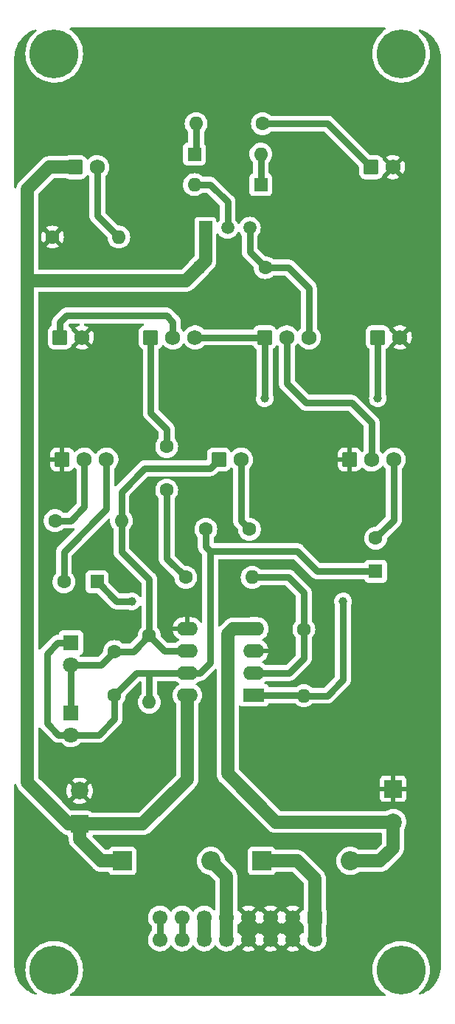
<source format=gbr>
%TF.GenerationSoftware,KiCad,Pcbnew,(6.0.7)*%
%TF.CreationDate,2023-03-07T14:40:37-05:00*%
%TF.ProjectId,BASS_FUZZ,42415353-5f46-4555-9a5a-2e6b69636164,rev?*%
%TF.SameCoordinates,Original*%
%TF.FileFunction,Copper,L2,Bot*%
%TF.FilePolarity,Positive*%
%FSLAX46Y46*%
G04 Gerber Fmt 4.6, Leading zero omitted, Abs format (unit mm)*
G04 Created by KiCad (PCBNEW (6.0.7)) date 2023-03-07 14:40:37*
%MOMM*%
%LPD*%
G01*
G04 APERTURE LIST*
G04 Aperture macros list*
%AMRoundRect*
0 Rectangle with rounded corners*
0 $1 Rounding radius*
0 $2 $3 $4 $5 $6 $7 $8 $9 X,Y pos of 4 corners*
0 Add a 4 corners polygon primitive as box body*
4,1,4,$2,$3,$4,$5,$6,$7,$8,$9,$2,$3,0*
0 Add four circle primitives for the rounded corners*
1,1,$1+$1,$2,$3*
1,1,$1+$1,$4,$5*
1,1,$1+$1,$6,$7*
1,1,$1+$1,$8,$9*
0 Add four rect primitives between the rounded corners*
20,1,$1+$1,$2,$3,$4,$5,0*
20,1,$1+$1,$4,$5,$6,$7,0*
20,1,$1+$1,$6,$7,$8,$9,0*
20,1,$1+$1,$8,$9,$2,$3,0*%
G04 Aperture macros list end*
%TA.AperFunction,ComponentPad*%
%ADD10C,5.600000*%
%TD*%
%TA.AperFunction,ComponentPad*%
%ADD11RoundRect,0.250000X-0.620000X-0.620000X0.620000X-0.620000X0.620000X0.620000X-0.620000X0.620000X0*%
%TD*%
%TA.AperFunction,ComponentPad*%
%ADD12C,1.740000*%
%TD*%
%TA.AperFunction,ComponentPad*%
%ADD13R,1.500000X1.500000*%
%TD*%
%TA.AperFunction,ComponentPad*%
%ADD14C,1.500000*%
%TD*%
%TA.AperFunction,ComponentPad*%
%ADD15R,1.600000X1.600000*%
%TD*%
%TA.AperFunction,ComponentPad*%
%ADD16C,1.600000*%
%TD*%
%TA.AperFunction,ComponentPad*%
%ADD17O,1.600000X1.600000*%
%TD*%
%TA.AperFunction,ComponentPad*%
%ADD18R,2.000000X2.000000*%
%TD*%
%TA.AperFunction,ComponentPad*%
%ADD19C,2.000000*%
%TD*%
%TA.AperFunction,ComponentPad*%
%ADD20R,2.200000X2.200000*%
%TD*%
%TA.AperFunction,ComponentPad*%
%ADD21O,2.200000X2.200000*%
%TD*%
%TA.AperFunction,ComponentPad*%
%ADD22R,2.400000X1.600000*%
%TD*%
%TA.AperFunction,ComponentPad*%
%ADD23O,2.400000X1.600000*%
%TD*%
%TA.AperFunction,ComponentPad*%
%ADD24R,1.800000X1.800000*%
%TD*%
%TA.AperFunction,ComponentPad*%
%ADD25C,1.800000*%
%TD*%
%TA.AperFunction,ComponentPad*%
%ADD26RoundRect,0.250000X-0.600000X0.600000X-0.600000X-0.600000X0.600000X-0.600000X0.600000X0.600000X0*%
%TD*%
%TA.AperFunction,ComponentPad*%
%ADD27C,1.700000*%
%TD*%
%TA.AperFunction,ViaPad*%
%ADD28C,1.000000*%
%TD*%
%TA.AperFunction,Conductor*%
%ADD29C,1.500000*%
%TD*%
%TA.AperFunction,Conductor*%
%ADD30C,0.800000*%
%TD*%
G04 APERTURE END LIST*
D10*
%TO.P,H2,1*%
%TO.N,N/C*%
X144920000Y-43500000D03*
%TD*%
D11*
%TO.P,SW2,1,Pin_1*%
%TO.N,Net-(U1-Pad6)*%
X124000000Y-90000000D03*
D12*
%TO.P,SW2,2,Pin_2*%
%TO.N,Net-(SW2-Pad2)*%
X126540000Y-90000000D03*
%TD*%
D13*
%TO.P,Q1,1,D*%
%TO.N,VDD*%
X122450000Y-63450000D03*
D14*
%TO.P,Q1,2,S*%
%TO.N,Net-(D5-Pad2)*%
X124990000Y-63450000D03*
%TO.P,Q1,3,G*%
%TO.N,Net-(Q1-Pad3)*%
X127530000Y-63450000D03*
%TD*%
D15*
%TO.P,C4,1*%
%TO.N,Net-(R5-Pad2)*%
X110000000Y-104000000D03*
D16*
%TO.P,C4,2*%
%TO.N,Net-(R2-Pad3)*%
X106200000Y-104000000D03*
%TD*%
%TO.P,R4,1*%
%TO.N,Net-(C3-Pad2)*%
X120190000Y-103500000D03*
D17*
%TO.P,R4,2*%
%TO.N,Net-(R4-Pad2)*%
X127810000Y-103500000D03*
%TD*%
D11*
%TO.P,R2,1,Pin_1*%
%TO.N,Earth*%
X106000000Y-90000000D03*
D12*
%TO.P,R2,2,Pin_2*%
%TO.N,Net-(R2-Pad2)*%
X108540000Y-90000000D03*
%TO.P,R2,3,Pin_3*%
%TO.N,Net-(R2-Pad3)*%
X111080000Y-90000000D03*
%TD*%
D16*
%TO.P,R1,1*%
%TO.N,Net-(R2-Pad2)*%
X105190000Y-97000000D03*
D17*
%TO.P,R1,2*%
%TO.N,Net-(U1-Pad6)*%
X112810000Y-97000000D03*
%TD*%
D11*
%TO.P,J4,1,Pin_1*%
%TO.N,Net-(J4-Pad1)*%
X141460000Y-56500000D03*
D12*
%TO.P,J4,2,Pin_2*%
%TO.N,Earth*%
X144000000Y-56500000D03*
%TD*%
D18*
%TO.P,C10,1*%
%TO.N,Earth*%
X144000000Y-127732323D03*
D19*
%TO.P,C10,2*%
%TO.N,VSS*%
X144000000Y-131532323D03*
%TD*%
D11*
%TO.P,SW1A1,1,Pin_1*%
%TO.N,Net-(C3-Pad1)*%
X116176666Y-76000000D03*
D12*
%TO.P,SW1A1,2,Pin_2*%
%TO.N,Net-(J1-Pad1)*%
X118716666Y-76000000D03*
%TO.P,SW1A1,3,Pin_3*%
%TO.N,Net-(J2-Pad1)*%
X121256666Y-76000000D03*
%TD*%
D18*
%TO.P,C9,1*%
%TO.N,VDD*%
X108000000Y-131767677D03*
D19*
%TO.P,C9,2*%
%TO.N,Earth*%
X108000000Y-127967677D03*
%TD*%
D15*
%TO.P,C5,1*%
%TO.N,Net-(R6-Pad2)*%
X142000000Y-102802651D03*
D16*
%TO.P,C5,2*%
%TO.N,Net-(R3-Pad3)*%
X142000000Y-99002651D03*
%TD*%
D20*
%TO.P,D2,1,K*%
%TO.N,-12V*%
X128920000Y-136000000D03*
D21*
%TO.P,D2,2,A*%
%TO.N,VSS*%
X139080000Y-136000000D03*
%TD*%
D15*
%TO.P,D6,1,K*%
%TO.N,Net-(D6-Pad1)*%
X121190000Y-55000000D03*
D17*
%TO.P,D6,2,A*%
%TO.N,Net-(D5-Pad1)*%
X128810000Y-55000000D03*
%TD*%
D20*
%TO.P,D1,1,K*%
%TO.N,VDD*%
X112920000Y-136000000D03*
D21*
%TO.P,D1,2,A*%
%TO.N,+12V*%
X123080000Y-136000000D03*
%TD*%
D22*
%TO.P,U1,1*%
%TO.N,Net-(R5-Pad2)*%
X128000000Y-117000000D03*
D23*
%TO.P,U1,2,-*%
%TO.N,Net-(R4-Pad2)*%
X128000000Y-114460000D03*
%TO.P,U1,3,+*%
%TO.N,Earth*%
X128000000Y-111920000D03*
%TO.P,U1,4,V-*%
%TO.N,VSS*%
X128000000Y-109380000D03*
%TO.P,U1,5,+*%
%TO.N,Earth*%
X120380000Y-109380000D03*
%TO.P,U1,6,-*%
%TO.N,Net-(U1-Pad6)*%
X120380000Y-111920000D03*
%TO.P,U1,7*%
%TO.N,Net-(R6-Pad2)*%
X120380000Y-114460000D03*
%TO.P,U1,8,V+*%
%TO.N,VDD*%
X120380000Y-117000000D03*
%TD*%
D24*
%TO.P,D4,1,K*%
%TO.N,Net-(U1-Pad6)*%
X107000000Y-119000000D03*
D25*
%TO.P,D4,2,A*%
%TO.N,Net-(R6-Pad2)*%
X107000000Y-121540000D03*
%TD*%
D11*
%TO.P,R3,1,Pin_1*%
%TO.N,Earth*%
X139000000Y-90000000D03*
D12*
%TO.P,R3,2,Pin_2*%
%TO.N,Net-(SW1B1-Pad2)*%
X141540000Y-90000000D03*
%TO.P,R3,3,Pin_3*%
%TO.N,Net-(R3-Pad3)*%
X144080000Y-90000000D03*
%TD*%
D15*
%TO.P,D5,1,K*%
%TO.N,Net-(D5-Pad1)*%
X128810000Y-58500000D03*
D17*
%TO.P,D5,2,A*%
%TO.N,Net-(D5-Pad2)*%
X121190000Y-58500000D03*
%TD*%
D16*
%TO.P,R5,1*%
%TO.N,Net-(R4-Pad2)*%
X133750000Y-109440000D03*
D17*
%TO.P,R5,2*%
%TO.N,Net-(R5-Pad2)*%
X133750000Y-117060000D03*
%TD*%
D16*
%TO.P,C3,1*%
%TO.N,Net-(C3-Pad1)*%
X118000000Y-88500000D03*
%TO.P,C3,2*%
%TO.N,Net-(C3-Pad2)*%
X118000000Y-93500000D03*
%TD*%
%TO.P,R11,1*%
%TO.N,Net-(J4-Pad1)*%
X129000000Y-51500000D03*
D17*
%TO.P,R11,2*%
%TO.N,Net-(D6-Pad1)*%
X121380000Y-51500000D03*
%TD*%
D11*
%TO.P,J8,1,Pin_1*%
%TO.N,VDD*%
X107500000Y-56500000D03*
D12*
%TO.P,J8,2,Pin_2*%
%TO.N,Net-(J8-Pad2)*%
X110040000Y-56500000D03*
%TD*%
D16*
%TO.P,C1,1*%
%TO.N,Net-(U1-Pad6)*%
X112000000Y-112000000D03*
%TO.P,C1,2*%
%TO.N,Net-(R6-Pad2)*%
X112000000Y-117000000D03*
%TD*%
D26*
%TO.P,J3,1,Pin_1*%
%TO.N,-12V*%
X135000000Y-142460000D03*
D27*
%TO.P,J3,2,Pin_2*%
X135000000Y-145000000D03*
%TO.P,J3,3,Pin_3*%
%TO.N,Earth*%
X132460000Y-142460000D03*
%TO.P,J3,4,Pin_4*%
X132460000Y-145000000D03*
%TO.P,J3,5,Pin_5*%
X129920000Y-142460000D03*
%TO.P,J3,6,Pin_6*%
X129920000Y-145000000D03*
%TO.P,J3,7,Pin_7*%
X127380000Y-142460000D03*
%TO.P,J3,8,Pin_8*%
X127380000Y-145000000D03*
%TO.P,J3,9,Pin_9*%
%TO.N,+12V*%
X124840000Y-142460000D03*
%TO.P,J3,10,Pin_10*%
X124840000Y-145000000D03*
%TO.P,J3,11,Pin_11*%
%TO.N,+5V*%
X122300000Y-142460000D03*
%TO.P,J3,12,Pin_12*%
X122300000Y-145000000D03*
%TO.P,J3,13,Pin_13*%
%TO.N,CV*%
X119760000Y-142460000D03*
%TO.P,J3,14,Pin_14*%
X119760000Y-145000000D03*
%TO.P,J3,15,Pin_15*%
%TO.N,GATE*%
X117220000Y-142460000D03*
%TO.P,J3,16,Pin_16*%
X117220000Y-145000000D03*
%TD*%
D10*
%TO.P,H4,1*%
%TO.N,N/C*%
X144920000Y-148500000D03*
%TD*%
D16*
%TO.P,R6,1*%
%TO.N,Net-(U1-Pad6)*%
X116000000Y-110190000D03*
D17*
%TO.P,R6,2*%
%TO.N,Net-(R6-Pad2)*%
X116000000Y-117810000D03*
%TD*%
D10*
%TO.P,H1,1*%
%TO.N,N/C*%
X105080000Y-43500000D03*
%TD*%
D16*
%TO.P,C2,1*%
%TO.N,Net-(R6-Pad2)*%
X122500000Y-98000000D03*
%TO.P,C2,2*%
%TO.N,Net-(SW2-Pad2)*%
X127500000Y-98000000D03*
%TD*%
D11*
%TO.P,J1,1,Pin_1*%
%TO.N,Net-(J1-Pad1)*%
X105730000Y-76000000D03*
D12*
%TO.P,J1,2,Pin_2*%
%TO.N,Earth*%
X108270000Y-76000000D03*
%TD*%
D16*
%TO.P,R10,1*%
%TO.N,Net-(Q1-Pad3)*%
X129310000Y-68000000D03*
D17*
%TO.P,R10,2*%
%TO.N,VDD*%
X121690000Y-68000000D03*
%TD*%
D16*
%TO.P,R9,1*%
%TO.N,Earth*%
X104880000Y-64500000D03*
D17*
%TO.P,R9,2*%
%TO.N,Net-(J8-Pad2)*%
X112500000Y-64500000D03*
%TD*%
D11*
%TO.P,SW1B1,1,Pin_1*%
%TO.N,Net-(J2-Pad1)*%
X129243332Y-76000000D03*
D12*
%TO.P,SW1B1,2,Pin_2*%
%TO.N,Net-(SW1B1-Pad2)*%
X131783332Y-76000000D03*
%TO.P,SW1B1,3,Pin_3*%
%TO.N,Net-(Q1-Pad3)*%
X134323332Y-76000000D03*
%TD*%
D24*
%TO.P,D3,1,K*%
%TO.N,Net-(R6-Pad2)*%
X107000000Y-111000000D03*
D25*
%TO.P,D3,2,A*%
%TO.N,Net-(U1-Pad6)*%
X107000000Y-113540000D03*
%TD*%
D11*
%TO.P,J2,1,Pin_1*%
%TO.N,Net-(J2-Pad1)*%
X142230000Y-76000000D03*
D12*
%TO.P,J2,2,Pin_2*%
%TO.N,Earth*%
X144770000Y-76000000D03*
%TD*%
D10*
%TO.P,H3,1*%
%TO.N,N/C*%
X105080000Y-148500000D03*
%TD*%
D28*
%TO.N,Net-(R5-Pad2)*%
X138250000Y-106250000D03*
X114000000Y-106250000D03*
%TO.N,Net-(J2-Pad1)*%
X142250000Y-83000000D03*
X129250000Y-83000000D03*
%TD*%
D29*
%TO.N,Earth*%
X127380000Y-145000000D02*
X127380000Y-142460000D01*
X129920000Y-145000000D02*
X129920000Y-142460000D01*
X132460000Y-145000000D02*
X132460000Y-142460000D01*
D30*
%TO.N,Net-(C3-Pad1)*%
X118000000Y-86500000D02*
X118000000Y-88500000D01*
X116176666Y-84676666D02*
X118000000Y-86500000D01*
X116176666Y-76000000D02*
X116176666Y-84676666D01*
%TO.N,Net-(U1-Pad6)*%
X114190000Y-112000000D02*
X116000000Y-110190000D01*
X112000000Y-112000000D02*
X114190000Y-112000000D01*
X123000000Y-91000000D02*
X115500000Y-91000000D01*
X107000000Y-113540000D02*
X110460000Y-113540000D01*
X115500000Y-91000000D02*
X112810000Y-93690000D01*
X124000000Y-90000000D02*
X123000000Y-91000000D01*
X112810000Y-97000000D02*
X112810000Y-100560000D01*
X116000000Y-103750000D02*
X116000000Y-110190000D01*
X107000000Y-119000000D02*
X107000000Y-113540000D01*
X112810000Y-100560000D02*
X116000000Y-103750000D01*
X120380000Y-111920000D02*
X117730000Y-111920000D01*
X117730000Y-111920000D02*
X116000000Y-110190000D01*
X112810000Y-93690000D02*
X112810000Y-97000000D01*
X110460000Y-113540000D02*
X112000000Y-112000000D01*
%TO.N,Net-(R6-Pad2)*%
X120380000Y-114460000D02*
X116210000Y-114460000D01*
X114540000Y-114460000D02*
X112000000Y-117000000D01*
X105500000Y-111000000D02*
X104250000Y-112250000D01*
X105540000Y-121540000D02*
X107000000Y-121540000D01*
X116210000Y-114460000D02*
X114540000Y-114460000D01*
X123000000Y-113250000D02*
X123000000Y-100500000D01*
X135302651Y-102802651D02*
X133000000Y-100500000D01*
X120380000Y-114460000D02*
X121790000Y-114460000D01*
X133000000Y-100500000D02*
X123000000Y-100500000D01*
X116000000Y-114670000D02*
X116210000Y-114460000D01*
X122500000Y-98000000D02*
X122500000Y-100000000D01*
X116000000Y-117810000D02*
X116000000Y-114670000D01*
X107000000Y-111000000D02*
X105500000Y-111000000D01*
X112000000Y-119750000D02*
X112000000Y-117000000D01*
X121790000Y-114460000D02*
X123000000Y-113250000D01*
X104250000Y-112250000D02*
X104250000Y-120250000D01*
X110210000Y-121540000D02*
X112000000Y-119750000D01*
X107000000Y-121540000D02*
X110210000Y-121540000D01*
X142000000Y-102802651D02*
X135302651Y-102802651D01*
X104250000Y-120250000D02*
X105540000Y-121540000D01*
X122500000Y-100000000D02*
X123000000Y-100500000D01*
D29*
%TO.N,VDD*%
X122450000Y-63450000D02*
X122450000Y-67240000D01*
X108000000Y-133500000D02*
X108000000Y-131767677D01*
X108000000Y-131767677D02*
X106767677Y-131767677D01*
X120190000Y-69500000D02*
X102000000Y-69500000D01*
X110500000Y-136000000D02*
X108000000Y-133500000D01*
X102000000Y-127000000D02*
X102000000Y-68000000D01*
X120380000Y-126620000D02*
X115232323Y-131767677D01*
X106767677Y-131767677D02*
X102000000Y-127000000D01*
X121690000Y-68000000D02*
X120190000Y-69500000D01*
X102000000Y-68000000D02*
X102000000Y-59000000D01*
X102000000Y-59000000D02*
X104500000Y-56500000D01*
X104500000Y-56500000D02*
X107500000Y-56500000D01*
X120380000Y-117000000D02*
X120380000Y-126620000D01*
X115232323Y-131767677D02*
X108000000Y-131767677D01*
X122450000Y-67240000D02*
X121690000Y-68000000D01*
X112920000Y-136000000D02*
X110500000Y-136000000D01*
X102000000Y-69500000D02*
X102000000Y-68000000D01*
%TO.N,VSS*%
X130532323Y-131532323D02*
X144000000Y-131532323D01*
X125620000Y-109380000D02*
X125000000Y-110000000D01*
X125000000Y-110000000D02*
X125000000Y-126000000D01*
X139080000Y-136000000D02*
X142500000Y-136000000D01*
X144000000Y-134500000D02*
X144000000Y-131532323D01*
X142500000Y-136000000D02*
X144000000Y-134500000D01*
X125000000Y-126000000D02*
X130532323Y-131532323D01*
X128000000Y-109380000D02*
X125620000Y-109380000D01*
D30*
%TO.N,Net-(SW2-Pad2)*%
X126540000Y-90000000D02*
X126540000Y-97040000D01*
X126540000Y-97040000D02*
X127500000Y-98000000D01*
%TO.N,Net-(R5-Pad2)*%
X128000000Y-117000000D02*
X133690000Y-117000000D01*
X133690000Y-117000000D02*
X133750000Y-117060000D01*
X112250000Y-106250000D02*
X110000000Y-104000000D01*
X138250000Y-115250000D02*
X138250000Y-106250000D01*
X136440000Y-117060000D02*
X138250000Y-115250000D01*
X114000000Y-106250000D02*
X112250000Y-106250000D01*
X133750000Y-117060000D02*
X136440000Y-117060000D01*
%TO.N,Net-(C3-Pad2)*%
X118000000Y-101310000D02*
X118000000Y-93500000D01*
X120190000Y-103500000D02*
X118000000Y-101310000D01*
%TO.N,Net-(R4-Pad2)*%
X133750000Y-112750000D02*
X133750000Y-109440000D01*
X133750000Y-105250000D02*
X133750000Y-109440000D01*
X132000000Y-103500000D02*
X133750000Y-105250000D01*
X127810000Y-103500000D02*
X132000000Y-103500000D01*
X128000000Y-114460000D02*
X132040000Y-114460000D01*
X132040000Y-114460000D02*
X133750000Y-112750000D01*
%TO.N,Net-(R2-Pad3)*%
X106200000Y-100550000D02*
X111080000Y-95670000D01*
X111080000Y-95670000D02*
X111080000Y-90000000D01*
X106200000Y-104000000D02*
X106200000Y-100550000D01*
%TO.N,Net-(R3-Pad3)*%
X142000000Y-99002651D02*
X144080000Y-96922651D01*
X144080000Y-96922651D02*
X144080000Y-90000000D01*
D29*
%TO.N,+12V*%
X124840000Y-137760000D02*
X123080000Y-136000000D01*
X124840000Y-142460000D02*
X124840000Y-137760000D01*
X124840000Y-145000000D02*
X124840000Y-142460000D01*
%TO.N,-12V*%
X128920000Y-136000000D02*
X133000000Y-136000000D01*
X135000000Y-138000000D02*
X135000000Y-142460000D01*
X133000000Y-136000000D02*
X135000000Y-138000000D01*
X135000000Y-142460000D02*
X135000000Y-145000000D01*
%TO.N,+5V*%
X122300000Y-145000000D02*
X122300000Y-142460000D01*
D30*
%TO.N,CV*%
X119760000Y-145000000D02*
X119760000Y-142460000D01*
%TO.N,GATE*%
X117220000Y-145000000D02*
X117220000Y-142460000D01*
%TO.N,Net-(D5-Pad1)*%
X128810000Y-55000000D02*
X128810000Y-58500000D01*
%TO.N,Net-(J1-Pad1)*%
X106500000Y-73500000D02*
X118000000Y-73500000D01*
X118000000Y-73500000D02*
X118716666Y-74216666D01*
X118716666Y-74216666D02*
X118716666Y-76000000D01*
X105730000Y-76000000D02*
X105730000Y-74270000D01*
X105730000Y-74270000D02*
X106500000Y-73500000D01*
%TO.N,Net-(D5-Pad2)*%
X123000000Y-58500000D02*
X124990000Y-60490000D01*
X121190000Y-58500000D02*
X123000000Y-58500000D01*
X124990000Y-60490000D02*
X124990000Y-63450000D01*
%TO.N,Net-(J4-Pad1)*%
X136460000Y-51500000D02*
X141460000Y-56500000D01*
X129000000Y-51500000D02*
X136460000Y-51500000D01*
%TO.N,Net-(J8-Pad2)*%
X110040000Y-56500000D02*
X110040000Y-62040000D01*
X110040000Y-62040000D02*
X112500000Y-64500000D01*
%TO.N,Net-(D6-Pad1)*%
X121380000Y-54810000D02*
X121190000Y-55000000D01*
X121380000Y-51500000D02*
X121380000Y-54810000D01*
%TO.N,Net-(J2-Pad1)*%
X142230000Y-82980000D02*
X142250000Y-83000000D01*
X129250000Y-76006668D02*
X129243332Y-76000000D01*
X129250000Y-83000000D02*
X129250000Y-76006668D01*
X142230000Y-76000000D02*
X142230000Y-82980000D01*
X121256666Y-76000000D02*
X129243332Y-76000000D01*
%TO.N,Net-(Q1-Pad3)*%
X134323332Y-70323332D02*
X134323332Y-76000000D01*
X127530000Y-66220000D02*
X129310000Y-68000000D01*
X127530000Y-63450000D02*
X127530000Y-66220000D01*
X129310000Y-68000000D02*
X132000000Y-68000000D01*
X132000000Y-68000000D02*
X134323332Y-70323332D01*
%TO.N,Net-(R2-Pad2)*%
X105190000Y-97000000D02*
X107000000Y-97000000D01*
X107000000Y-97000000D02*
X108540000Y-95460000D01*
X108540000Y-95460000D02*
X108540000Y-90000000D01*
%TO.N,Net-(SW1B1-Pad2)*%
X141540000Y-85790000D02*
X141540000Y-90000000D01*
X139250000Y-83500000D02*
X141540000Y-85790000D01*
X131783332Y-76000000D02*
X131783332Y-81283332D01*
X131783332Y-81283332D02*
X134000000Y-83500000D01*
X134000000Y-83500000D02*
X139250000Y-83500000D01*
%TD*%
%TA.AperFunction,Conductor*%
%TO.N,Earth*%
G36*
X143088127Y-40528502D02*
G01*
X143134620Y-40582158D01*
X143144724Y-40652432D01*
X143115230Y-40717012D01*
X143084715Y-40742614D01*
X143067193Y-40753101D01*
X143064467Y-40755163D01*
X143064465Y-40755164D01*
X142845493Y-40920772D01*
X142781367Y-40969270D01*
X142520559Y-41215043D01*
X142287819Y-41487546D01*
X142285900Y-41490358D01*
X142285897Y-41490363D01*
X142260919Y-41526980D01*
X142085871Y-41783591D01*
X141917077Y-42099714D01*
X141783411Y-42432218D01*
X141782491Y-42435492D01*
X141782489Y-42435497D01*
X141716661Y-42669689D01*
X141686437Y-42777213D01*
X141627290Y-43130663D01*
X141606661Y-43488434D01*
X141624792Y-43846340D01*
X141625329Y-43849695D01*
X141625330Y-43849701D01*
X141647901Y-43990618D01*
X141681470Y-44200195D01*
X141776033Y-44545859D01*
X141907374Y-44879288D01*
X142073957Y-45196582D01*
X142075858Y-45199411D01*
X142075864Y-45199421D01*
X142259569Y-45472800D01*
X142273834Y-45494029D01*
X142504665Y-45768150D01*
X142763751Y-46015738D01*
X143048061Y-46233897D01*
X143080056Y-46253350D01*
X143351355Y-46418303D01*
X143351360Y-46418306D01*
X143354270Y-46420075D01*
X143357358Y-46421521D01*
X143357357Y-46421521D01*
X143675710Y-46570649D01*
X143675720Y-46570653D01*
X143678794Y-46572093D01*
X143682012Y-46573195D01*
X143682015Y-46573196D01*
X144014615Y-46687071D01*
X144014623Y-46687073D01*
X144017838Y-46688174D01*
X144367435Y-46766959D01*
X144419728Y-46772917D01*
X144720114Y-46807142D01*
X144720122Y-46807142D01*
X144723497Y-46807527D01*
X144726901Y-46807545D01*
X144726904Y-46807545D01*
X144921227Y-46808562D01*
X145081857Y-46809403D01*
X145085243Y-46809053D01*
X145085245Y-46809053D01*
X145434932Y-46772917D01*
X145434941Y-46772916D01*
X145438324Y-46772566D01*
X145441657Y-46771852D01*
X145441660Y-46771851D01*
X145614186Y-46734864D01*
X145788727Y-46697446D01*
X146128968Y-46584922D01*
X146455066Y-46436311D01*
X146549052Y-46380506D01*
X146760262Y-46255099D01*
X146760267Y-46255096D01*
X146763207Y-46253350D01*
X147049786Y-46038180D01*
X147311451Y-45793319D01*
X147545140Y-45521630D01*
X147651750Y-45366512D01*
X147746190Y-45229101D01*
X147746195Y-45229094D01*
X147748120Y-45226292D01*
X147749732Y-45223298D01*
X147749737Y-45223290D01*
X147916395Y-44913772D01*
X147918017Y-44910760D01*
X148052842Y-44578724D01*
X148063142Y-44542568D01*
X148083527Y-44471006D01*
X148151020Y-44234070D01*
X148188885Y-44012552D01*
X148210829Y-43884175D01*
X148210829Y-43884173D01*
X148211401Y-43880828D01*
X148213511Y-43846340D01*
X148233168Y-43524928D01*
X148233278Y-43523131D01*
X148233359Y-43500000D01*
X148213979Y-43142159D01*
X148156066Y-42788505D01*
X148060297Y-42443173D01*
X148057243Y-42435497D01*
X147929052Y-42113369D01*
X147927793Y-42110205D01*
X147897768Y-42053498D01*
X147761702Y-41796513D01*
X147761698Y-41796506D01*
X147760103Y-41793494D01*
X147559190Y-41496746D01*
X147327403Y-41223432D01*
X147067454Y-40976750D01*
X146975276Y-40906529D01*
X146933209Y-40849337D01*
X146928740Y-40778481D01*
X146963288Y-40716457D01*
X147025884Y-40682958D01*
X147094079Y-40687665D01*
X147330311Y-40772191D01*
X147341735Y-40776922D01*
X147409500Y-40808972D01*
X147640292Y-40918128D01*
X147651188Y-40923953D01*
X147743181Y-40979091D01*
X147934467Y-41093744D01*
X147944748Y-41100614D01*
X148210017Y-41297350D01*
X148219556Y-41305177D01*
X148464282Y-41526985D01*
X148473015Y-41535718D01*
X148694823Y-41780444D01*
X148702650Y-41789983D01*
X148846901Y-41984483D01*
X148899386Y-42055252D01*
X148906256Y-42065533D01*
X149076045Y-42348807D01*
X149081872Y-42359708D01*
X149121348Y-42443173D01*
X149223078Y-42658265D01*
X149227810Y-42669689D01*
X149339072Y-42980645D01*
X149342661Y-42992477D01*
X149422909Y-43312841D01*
X149425321Y-43324969D01*
X149473779Y-43651650D01*
X149474990Y-43663949D01*
X149484117Y-43849701D01*
X149489390Y-43957034D01*
X149488042Y-43982598D01*
X149486309Y-43993724D01*
X149487474Y-44002630D01*
X149490436Y-44025283D01*
X149491500Y-44041621D01*
X149491500Y-147950633D01*
X149490000Y-147970018D01*
X149486309Y-147993724D01*
X149487473Y-148002627D01*
X149487473Y-148002628D01*
X149488839Y-148013076D01*
X149489751Y-148035594D01*
X149485081Y-148130663D01*
X149474991Y-148336045D01*
X149473779Y-148348350D01*
X149425321Y-148675031D01*
X149422909Y-148687159D01*
X149342661Y-149007523D01*
X149339072Y-149019355D01*
X149227810Y-149330311D01*
X149223078Y-149341735D01*
X149081874Y-149640288D01*
X149076045Y-149651193D01*
X148906256Y-149934467D01*
X148899386Y-149944748D01*
X148702650Y-150210017D01*
X148694823Y-150219556D01*
X148473020Y-150464277D01*
X148464282Y-150473015D01*
X148219556Y-150694823D01*
X148210017Y-150702650D01*
X148015517Y-150846901D01*
X147944748Y-150899386D01*
X147934467Y-150906256D01*
X147792101Y-150991588D01*
X147651188Y-151076047D01*
X147640292Y-151081872D01*
X147618155Y-151092342D01*
X147341735Y-151223078D01*
X147330311Y-151227810D01*
X147095748Y-151311738D01*
X147024871Y-151315854D01*
X146963020Y-151280998D01*
X146929832Y-151218236D01*
X146935844Y-151147494D01*
X146977644Y-151092346D01*
X147049786Y-151038180D01*
X147311451Y-150793319D01*
X147545140Y-150521630D01*
X147727429Y-150256398D01*
X147746190Y-150229101D01*
X147746195Y-150229094D01*
X147748120Y-150226292D01*
X147749732Y-150223298D01*
X147749737Y-150223290D01*
X147916395Y-149913772D01*
X147918017Y-149910760D01*
X148052842Y-149578724D01*
X148063142Y-149542568D01*
X148083527Y-149471006D01*
X148151020Y-149234070D01*
X148211401Y-148880828D01*
X148213511Y-148846340D01*
X148233168Y-148524928D01*
X148233278Y-148523131D01*
X148233359Y-148500000D01*
X148213979Y-148142159D01*
X148156066Y-147788505D01*
X148060297Y-147443173D01*
X148057243Y-147435497D01*
X147929052Y-147113369D01*
X147927793Y-147110205D01*
X147897768Y-147053498D01*
X147761702Y-146796513D01*
X147761698Y-146796506D01*
X147760103Y-146793494D01*
X147559190Y-146496746D01*
X147327403Y-146223432D01*
X147067454Y-145976750D01*
X146836341Y-145800689D01*
X146785091Y-145761647D01*
X146785089Y-145761646D01*
X146782384Y-145759585D01*
X146779472Y-145757828D01*
X146779467Y-145757825D01*
X146478443Y-145576236D01*
X146478437Y-145576233D01*
X146475528Y-145574478D01*
X146150475Y-145423593D01*
X145975620Y-145364408D01*
X145814255Y-145309789D01*
X145814250Y-145309788D01*
X145811028Y-145308697D01*
X145612681Y-145264724D01*
X145464493Y-145231871D01*
X145464487Y-145231870D01*
X145461158Y-145231132D01*
X145457769Y-145230758D01*
X145457764Y-145230757D01*
X145108338Y-145192180D01*
X145108333Y-145192180D01*
X145104957Y-145191807D01*
X145101558Y-145191801D01*
X145101557Y-145191801D01*
X144932080Y-145191505D01*
X144746592Y-145191182D01*
X144633413Y-145203277D01*
X144393639Y-145228901D01*
X144393631Y-145228902D01*
X144390256Y-145229263D01*
X144040117Y-145305606D01*
X143700271Y-145419317D01*
X143697178Y-145420739D01*
X143697177Y-145420740D01*
X143690974Y-145423593D01*
X143374694Y-145569066D01*
X143371760Y-145570822D01*
X143371758Y-145570823D01*
X143074288Y-145748855D01*
X143067193Y-145753101D01*
X143064467Y-145755163D01*
X143064465Y-145755164D01*
X142894790Y-145883489D01*
X142781367Y-145969270D01*
X142520559Y-146215043D01*
X142518347Y-146217633D01*
X142518345Y-146217635D01*
X142510576Y-146226731D01*
X142287819Y-146487546D01*
X142285900Y-146490358D01*
X142285897Y-146490363D01*
X142192624Y-146627097D01*
X142085871Y-146783591D01*
X141917077Y-147099714D01*
X141783411Y-147432218D01*
X141782491Y-147435492D01*
X141782489Y-147435497D01*
X141780332Y-147443173D01*
X141686437Y-147777213D01*
X141685875Y-147780570D01*
X141685875Y-147780571D01*
X141643199Y-148035597D01*
X141627290Y-148130663D01*
X141606661Y-148488434D01*
X141624792Y-148846340D01*
X141625329Y-148849695D01*
X141625330Y-148849701D01*
X141630316Y-148880828D01*
X141681470Y-149200195D01*
X141776033Y-149545859D01*
X141907374Y-149879288D01*
X142073957Y-150196582D01*
X142075858Y-150199411D01*
X142075864Y-150199421D01*
X142253841Y-150464277D01*
X142273834Y-150494029D01*
X142504665Y-150768150D01*
X142763751Y-151015738D01*
X143048061Y-151233897D01*
X143050979Y-151235671D01*
X143087437Y-151257838D01*
X143135252Y-151310319D01*
X143147103Y-151380320D01*
X143119228Y-151445615D01*
X143060477Y-151485474D01*
X143021978Y-151491500D01*
X106981120Y-151491500D01*
X106912999Y-151471498D01*
X106866506Y-151417842D01*
X106856402Y-151347568D01*
X106885896Y-151282988D01*
X106916789Y-151257161D01*
X106923207Y-151253350D01*
X106957225Y-151227809D01*
X107021095Y-151179854D01*
X107209786Y-151038180D01*
X107471451Y-150793319D01*
X107705140Y-150521630D01*
X107887429Y-150256398D01*
X107906190Y-150229101D01*
X107906195Y-150229094D01*
X107908120Y-150226292D01*
X107909732Y-150223298D01*
X107909737Y-150223290D01*
X108076395Y-149913772D01*
X108078017Y-149910760D01*
X108212842Y-149578724D01*
X108223142Y-149542568D01*
X108243527Y-149471006D01*
X108311020Y-149234070D01*
X108371401Y-148880828D01*
X108373511Y-148846340D01*
X108393168Y-148524928D01*
X108393278Y-148523131D01*
X108393359Y-148500000D01*
X108373979Y-148142159D01*
X108316066Y-147788505D01*
X108220297Y-147443173D01*
X108217243Y-147435497D01*
X108089052Y-147113369D01*
X108087793Y-147110205D01*
X108057768Y-147053498D01*
X107921702Y-146796513D01*
X107921698Y-146796506D01*
X107920103Y-146793494D01*
X107719190Y-146496746D01*
X107487403Y-146223432D01*
X107227454Y-145976750D01*
X106996341Y-145800689D01*
X106945091Y-145761647D01*
X106945089Y-145761646D01*
X106942384Y-145759585D01*
X106939472Y-145757828D01*
X106939467Y-145757825D01*
X106638443Y-145576236D01*
X106638437Y-145576233D01*
X106635528Y-145574478D01*
X106310475Y-145423593D01*
X106135620Y-145364408D01*
X105974255Y-145309789D01*
X105974250Y-145309788D01*
X105971028Y-145308697D01*
X105772681Y-145264724D01*
X105624493Y-145231871D01*
X105624487Y-145231870D01*
X105621158Y-145231132D01*
X105617769Y-145230758D01*
X105617764Y-145230757D01*
X105268338Y-145192180D01*
X105268333Y-145192180D01*
X105264957Y-145191807D01*
X105261558Y-145191801D01*
X105261557Y-145191801D01*
X105092080Y-145191505D01*
X104906592Y-145191182D01*
X104793413Y-145203277D01*
X104553639Y-145228901D01*
X104553631Y-145228902D01*
X104550256Y-145229263D01*
X104200117Y-145305606D01*
X103860271Y-145419317D01*
X103857178Y-145420739D01*
X103857177Y-145420740D01*
X103850974Y-145423593D01*
X103534694Y-145569066D01*
X103531760Y-145570822D01*
X103531758Y-145570823D01*
X103234288Y-145748855D01*
X103227193Y-145753101D01*
X103224467Y-145755163D01*
X103224465Y-145755164D01*
X103054790Y-145883489D01*
X102941367Y-145969270D01*
X102680559Y-146215043D01*
X102678347Y-146217633D01*
X102678345Y-146217635D01*
X102670576Y-146226731D01*
X102447819Y-146487546D01*
X102445900Y-146490358D01*
X102445897Y-146490363D01*
X102352624Y-146627097D01*
X102245871Y-146783591D01*
X102077077Y-147099714D01*
X101943411Y-147432218D01*
X101942491Y-147435492D01*
X101942489Y-147435497D01*
X101940332Y-147443173D01*
X101846437Y-147777213D01*
X101845875Y-147780570D01*
X101845875Y-147780571D01*
X101803199Y-148035597D01*
X101787290Y-148130663D01*
X101766661Y-148488434D01*
X101784792Y-148846340D01*
X101785329Y-148849695D01*
X101785330Y-148849701D01*
X101790316Y-148880828D01*
X101841470Y-149200195D01*
X101936033Y-149545859D01*
X102067374Y-149879288D01*
X102233957Y-150196582D01*
X102235858Y-150199411D01*
X102235864Y-150199421D01*
X102413841Y-150464277D01*
X102433834Y-150494029D01*
X102664665Y-150768150D01*
X102923751Y-151015738D01*
X103025694Y-151093962D01*
X103067559Y-151151297D01*
X103071781Y-151222168D01*
X103037017Y-151284071D01*
X102974304Y-151317352D01*
X102906540Y-151312556D01*
X102669689Y-151227809D01*
X102658265Y-151223078D01*
X102381845Y-151092342D01*
X102359708Y-151081872D01*
X102348812Y-151076047D01*
X102207899Y-150991588D01*
X102065533Y-150906256D01*
X102055252Y-150899386D01*
X101984483Y-150846901D01*
X101789983Y-150702650D01*
X101780444Y-150694823D01*
X101535718Y-150473015D01*
X101526980Y-150464277D01*
X101305177Y-150219556D01*
X101297350Y-150210017D01*
X101100614Y-149944748D01*
X101093744Y-149934467D01*
X100923955Y-149651193D01*
X100918126Y-149640288D01*
X100776922Y-149341735D01*
X100772190Y-149330311D01*
X100660928Y-149019355D01*
X100657339Y-149007523D01*
X100577091Y-148687159D01*
X100574679Y-148675031D01*
X100526221Y-148348351D01*
X100525009Y-148336045D01*
X100510795Y-148046695D01*
X100512387Y-148019619D01*
X100513576Y-148012552D01*
X100513729Y-148000000D01*
X100509773Y-147972376D01*
X100508500Y-147954514D01*
X100508500Y-144966695D01*
X115857251Y-144966695D01*
X115857548Y-144971848D01*
X115857548Y-144971851D01*
X115863011Y-145066590D01*
X115870110Y-145189715D01*
X115871247Y-145194761D01*
X115871248Y-145194767D01*
X115879186Y-145229988D01*
X115919222Y-145407639D01*
X116003266Y-145614616D01*
X116054019Y-145697438D01*
X116117291Y-145800688D01*
X116119987Y-145805088D01*
X116266250Y-145973938D01*
X116438126Y-146116632D01*
X116631000Y-146229338D01*
X116839692Y-146309030D01*
X116844760Y-146310061D01*
X116844763Y-146310062D01*
X116949604Y-146331392D01*
X117058597Y-146353567D01*
X117063772Y-146353757D01*
X117063774Y-146353757D01*
X117276673Y-146361564D01*
X117276677Y-146361564D01*
X117281837Y-146361753D01*
X117286957Y-146361097D01*
X117286959Y-146361097D01*
X117498288Y-146334025D01*
X117498289Y-146334025D01*
X117503416Y-146333368D01*
X117508366Y-146331883D01*
X117712429Y-146270661D01*
X117712434Y-146270659D01*
X117717384Y-146269174D01*
X117917994Y-146170896D01*
X118099860Y-146041173D01*
X118169661Y-145971616D01*
X118254435Y-145887137D01*
X118258096Y-145883489D01*
X118317594Y-145800689D01*
X118388453Y-145702077D01*
X118389776Y-145703028D01*
X118436645Y-145659857D01*
X118506580Y-145647625D01*
X118572026Y-145675144D01*
X118599875Y-145706994D01*
X118659987Y-145805088D01*
X118806250Y-145973938D01*
X118978126Y-146116632D01*
X119171000Y-146229338D01*
X119379692Y-146309030D01*
X119384760Y-146310061D01*
X119384763Y-146310062D01*
X119489604Y-146331392D01*
X119598597Y-146353567D01*
X119603772Y-146353757D01*
X119603774Y-146353757D01*
X119816673Y-146361564D01*
X119816677Y-146361564D01*
X119821837Y-146361753D01*
X119826957Y-146361097D01*
X119826959Y-146361097D01*
X120038288Y-146334025D01*
X120038289Y-146334025D01*
X120043416Y-146333368D01*
X120048366Y-146331883D01*
X120252429Y-146270661D01*
X120252434Y-146270659D01*
X120257384Y-146269174D01*
X120457994Y-146170896D01*
X120639860Y-146041173D01*
X120709661Y-145971616D01*
X120794435Y-145887137D01*
X120798096Y-145883489D01*
X120857594Y-145800689D01*
X120928453Y-145702077D01*
X120929776Y-145703028D01*
X120976645Y-145659857D01*
X121046580Y-145647625D01*
X121112026Y-145675144D01*
X121139875Y-145706994D01*
X121199987Y-145805088D01*
X121346250Y-145973938D01*
X121518126Y-146116632D01*
X121711000Y-146229338D01*
X121919692Y-146309030D01*
X121924760Y-146310061D01*
X121924763Y-146310062D01*
X122029604Y-146331392D01*
X122138597Y-146353567D01*
X122143772Y-146353757D01*
X122143774Y-146353757D01*
X122356673Y-146361564D01*
X122356677Y-146361564D01*
X122361837Y-146361753D01*
X122366957Y-146361097D01*
X122366959Y-146361097D01*
X122578288Y-146334025D01*
X122578289Y-146334025D01*
X122583416Y-146333368D01*
X122588366Y-146331883D01*
X122792429Y-146270661D01*
X122792434Y-146270659D01*
X122797384Y-146269174D01*
X122997994Y-146170896D01*
X123179860Y-146041173D01*
X123249661Y-145971616D01*
X123334435Y-145887137D01*
X123338096Y-145883489D01*
X123397594Y-145800689D01*
X123468453Y-145702077D01*
X123469776Y-145703028D01*
X123516645Y-145659857D01*
X123586580Y-145647625D01*
X123652026Y-145675144D01*
X123679875Y-145706994D01*
X123739987Y-145805088D01*
X123886250Y-145973938D01*
X124058126Y-146116632D01*
X124251000Y-146229338D01*
X124459692Y-146309030D01*
X124464760Y-146310061D01*
X124464763Y-146310062D01*
X124569604Y-146331392D01*
X124678597Y-146353567D01*
X124683772Y-146353757D01*
X124683774Y-146353757D01*
X124896673Y-146361564D01*
X124896677Y-146361564D01*
X124901837Y-146361753D01*
X124906957Y-146361097D01*
X124906959Y-146361097D01*
X125118288Y-146334025D01*
X125118289Y-146334025D01*
X125123416Y-146333368D01*
X125128366Y-146331883D01*
X125332429Y-146270661D01*
X125332434Y-146270659D01*
X125337384Y-146269174D01*
X125537994Y-146170896D01*
X125602544Y-146124853D01*
X126619977Y-146124853D01*
X126625258Y-146131907D01*
X126786756Y-146226279D01*
X126796042Y-146230729D01*
X126995001Y-146306703D01*
X127004899Y-146309579D01*
X127213595Y-146352038D01*
X127223823Y-146353257D01*
X127436650Y-146361062D01*
X127446936Y-146360595D01*
X127658185Y-146333534D01*
X127668262Y-146331392D01*
X127872255Y-146270191D01*
X127881842Y-146266433D01*
X128073098Y-146172738D01*
X128081944Y-146167465D01*
X128129247Y-146133723D01*
X128136211Y-146124853D01*
X129159977Y-146124853D01*
X129165258Y-146131907D01*
X129326756Y-146226279D01*
X129336042Y-146230729D01*
X129535001Y-146306703D01*
X129544899Y-146309579D01*
X129753595Y-146352038D01*
X129763823Y-146353257D01*
X129976650Y-146361062D01*
X129986936Y-146360595D01*
X130198185Y-146333534D01*
X130208262Y-146331392D01*
X130412255Y-146270191D01*
X130421842Y-146266433D01*
X130613098Y-146172738D01*
X130621944Y-146167465D01*
X130669247Y-146133723D01*
X130676211Y-146124853D01*
X131699977Y-146124853D01*
X131705258Y-146131907D01*
X131866756Y-146226279D01*
X131876042Y-146230729D01*
X132075001Y-146306703D01*
X132084899Y-146309579D01*
X132293595Y-146352038D01*
X132303823Y-146353257D01*
X132516650Y-146361062D01*
X132526936Y-146360595D01*
X132738185Y-146333534D01*
X132748262Y-146331392D01*
X132952255Y-146270191D01*
X132961842Y-146266433D01*
X133153098Y-146172738D01*
X133161944Y-146167465D01*
X133209247Y-146133723D01*
X133217648Y-146123023D01*
X133210660Y-146109870D01*
X132472812Y-145372022D01*
X132458868Y-145364408D01*
X132457035Y-145364539D01*
X132450420Y-145368790D01*
X131706737Y-146112473D01*
X131699977Y-146124853D01*
X130676211Y-146124853D01*
X130677648Y-146123023D01*
X130670660Y-146109870D01*
X129932812Y-145372022D01*
X129918868Y-145364408D01*
X129917035Y-145364539D01*
X129910420Y-145368790D01*
X129166737Y-146112473D01*
X129159977Y-146124853D01*
X128136211Y-146124853D01*
X128137648Y-146123023D01*
X128130660Y-146109870D01*
X127392812Y-145372022D01*
X127378868Y-145364408D01*
X127377035Y-145364539D01*
X127370420Y-145368790D01*
X126626737Y-146112473D01*
X126619977Y-146124853D01*
X125602544Y-146124853D01*
X125719860Y-146041173D01*
X125789661Y-145971616D01*
X125874435Y-145887137D01*
X125878096Y-145883489D01*
X125937594Y-145800689D01*
X126008453Y-145702077D01*
X126009640Y-145702930D01*
X126056960Y-145659362D01*
X126126897Y-145647145D01*
X126192338Y-145674678D01*
X126220166Y-145706512D01*
X126246459Y-145749419D01*
X126256916Y-145758880D01*
X126265694Y-145755096D01*
X127007978Y-145012812D01*
X127014356Y-145001132D01*
X127744408Y-145001132D01*
X127744539Y-145002965D01*
X127748790Y-145009580D01*
X128490474Y-145751264D01*
X128502484Y-145757823D01*
X128514223Y-145748855D01*
X128548022Y-145701819D01*
X128549149Y-145702629D01*
X128596659Y-145658881D01*
X128666596Y-145646661D01*
X128732038Y-145674191D01*
X128759870Y-145706029D01*
X128786459Y-145749419D01*
X128796916Y-145758880D01*
X128805694Y-145755096D01*
X129547978Y-145012812D01*
X129554356Y-145001132D01*
X130284408Y-145001132D01*
X130284539Y-145002965D01*
X130288790Y-145009580D01*
X131030474Y-145751264D01*
X131042484Y-145757823D01*
X131054223Y-145748855D01*
X131088022Y-145701819D01*
X131089149Y-145702629D01*
X131136659Y-145658881D01*
X131206596Y-145646661D01*
X131272038Y-145674191D01*
X131299870Y-145706029D01*
X131326459Y-145749419D01*
X131336916Y-145758880D01*
X131345694Y-145755096D01*
X132087978Y-145012812D01*
X132095592Y-144998868D01*
X132095461Y-144997035D01*
X132091210Y-144990420D01*
X131349849Y-144249059D01*
X131338313Y-144242759D01*
X131326028Y-144252384D01*
X131293192Y-144300520D01*
X131238281Y-144345523D01*
X131167756Y-144353694D01*
X131104009Y-144322440D01*
X131083311Y-144297955D01*
X131053062Y-144251197D01*
X131042377Y-144241995D01*
X131032812Y-144246398D01*
X130292022Y-144987188D01*
X130284408Y-145001132D01*
X129554356Y-145001132D01*
X129555592Y-144998868D01*
X129555461Y-144997035D01*
X129551210Y-144990420D01*
X128809849Y-144249059D01*
X128798313Y-144242759D01*
X128786028Y-144252384D01*
X128753192Y-144300520D01*
X128698281Y-144345523D01*
X128627756Y-144353694D01*
X128564009Y-144322440D01*
X128543311Y-144297955D01*
X128513062Y-144251197D01*
X128502377Y-144241995D01*
X128492812Y-144246398D01*
X127752022Y-144987188D01*
X127744408Y-145001132D01*
X127014356Y-145001132D01*
X127015592Y-144998868D01*
X127015461Y-144997035D01*
X127011210Y-144990420D01*
X126269849Y-144249059D01*
X126255905Y-144241445D01*
X126233489Y-144243048D01*
X126164115Y-144227957D01*
X126113913Y-144177755D01*
X126098500Y-144117369D01*
X126098500Y-143584853D01*
X126619977Y-143584853D01*
X126625258Y-143591907D01*
X126672479Y-143619501D01*
X126721203Y-143671139D01*
X126734274Y-143740922D01*
X126707543Y-143806694D01*
X126667087Y-143840053D01*
X126658466Y-143844541D01*
X126649734Y-143850039D01*
X126629677Y-143865099D01*
X126621223Y-143876427D01*
X126627968Y-143888758D01*
X127367188Y-144627978D01*
X127381132Y-144635592D01*
X127382965Y-144635461D01*
X127389580Y-144631210D01*
X128133389Y-143887401D01*
X128140410Y-143874544D01*
X128133611Y-143865213D01*
X128129559Y-143862521D01*
X128092116Y-143841852D01*
X128042145Y-143791420D01*
X128027373Y-143721977D01*
X128052489Y-143655572D01*
X128079840Y-143628965D01*
X128129247Y-143593723D01*
X128136211Y-143584853D01*
X129159977Y-143584853D01*
X129165258Y-143591907D01*
X129212479Y-143619501D01*
X129261203Y-143671139D01*
X129274274Y-143740922D01*
X129247543Y-143806694D01*
X129207087Y-143840053D01*
X129198466Y-143844541D01*
X129189734Y-143850039D01*
X129169677Y-143865099D01*
X129161223Y-143876427D01*
X129167968Y-143888758D01*
X129907188Y-144627978D01*
X129921132Y-144635592D01*
X129922965Y-144635461D01*
X129929580Y-144631210D01*
X130673389Y-143887401D01*
X130680410Y-143874544D01*
X130673611Y-143865213D01*
X130669559Y-143862521D01*
X130632116Y-143841852D01*
X130582145Y-143791420D01*
X130567373Y-143721977D01*
X130592489Y-143655572D01*
X130619840Y-143628965D01*
X130669247Y-143593723D01*
X130676211Y-143584853D01*
X131699977Y-143584853D01*
X131705258Y-143591907D01*
X131752479Y-143619501D01*
X131801203Y-143671139D01*
X131814274Y-143740922D01*
X131787543Y-143806694D01*
X131747087Y-143840053D01*
X131738466Y-143844541D01*
X131729734Y-143850039D01*
X131709677Y-143865099D01*
X131701223Y-143876427D01*
X131707968Y-143888758D01*
X132447188Y-144627978D01*
X132461132Y-144635592D01*
X132462965Y-144635461D01*
X132469580Y-144631210D01*
X133213389Y-143887401D01*
X133220410Y-143874544D01*
X133213611Y-143865213D01*
X133209559Y-143862521D01*
X133172116Y-143841852D01*
X133122145Y-143791420D01*
X133107373Y-143721977D01*
X133132489Y-143655572D01*
X133159840Y-143628965D01*
X133209247Y-143593723D01*
X133217648Y-143583023D01*
X133210660Y-143569870D01*
X132472812Y-142832022D01*
X132458868Y-142824408D01*
X132457035Y-142824539D01*
X132450420Y-142828790D01*
X131706737Y-143572473D01*
X131699977Y-143584853D01*
X130676211Y-143584853D01*
X130677648Y-143583023D01*
X130670660Y-143569870D01*
X129932812Y-142832022D01*
X129918868Y-142824408D01*
X129917035Y-142824539D01*
X129910420Y-142828790D01*
X129166737Y-143572473D01*
X129159977Y-143584853D01*
X128136211Y-143584853D01*
X128137648Y-143583023D01*
X128130660Y-143569870D01*
X127392812Y-142832022D01*
X127378868Y-142824408D01*
X127377035Y-142824539D01*
X127370420Y-142828790D01*
X126626737Y-143572473D01*
X126619977Y-143584853D01*
X126098500Y-143584853D01*
X126098500Y-143342202D01*
X126118502Y-143274081D01*
X126172158Y-143227588D01*
X126245100Y-143217897D01*
X126255281Y-143219584D01*
X126265694Y-143215096D01*
X127007978Y-142472812D01*
X127014356Y-142461132D01*
X127744408Y-142461132D01*
X127744539Y-142462965D01*
X127748790Y-142469580D01*
X128490474Y-143211264D01*
X128502484Y-143217823D01*
X128514223Y-143208855D01*
X128548022Y-143161819D01*
X128549149Y-143162629D01*
X128596659Y-143118881D01*
X128666596Y-143106661D01*
X128732038Y-143134191D01*
X128759870Y-143166029D01*
X128786459Y-143209419D01*
X128796916Y-143218880D01*
X128805694Y-143215096D01*
X129547978Y-142472812D01*
X129554356Y-142461132D01*
X130284408Y-142461132D01*
X130284539Y-142462965D01*
X130288790Y-142469580D01*
X131030474Y-143211264D01*
X131042484Y-143217823D01*
X131054223Y-143208855D01*
X131088022Y-143161819D01*
X131089149Y-143162629D01*
X131136659Y-143118881D01*
X131206596Y-143106661D01*
X131272038Y-143134191D01*
X131299870Y-143166029D01*
X131326459Y-143209419D01*
X131336916Y-143218880D01*
X131345694Y-143215096D01*
X132087978Y-142472812D01*
X132095592Y-142458868D01*
X132095461Y-142457035D01*
X132091210Y-142450420D01*
X131349849Y-141709059D01*
X131338313Y-141702759D01*
X131326028Y-141712384D01*
X131293192Y-141760520D01*
X131238281Y-141805523D01*
X131167756Y-141813694D01*
X131104009Y-141782440D01*
X131083311Y-141757955D01*
X131053062Y-141711197D01*
X131042377Y-141701995D01*
X131032812Y-141706398D01*
X130292022Y-142447188D01*
X130284408Y-142461132D01*
X129554356Y-142461132D01*
X129555592Y-142458868D01*
X129555461Y-142457035D01*
X129551210Y-142450420D01*
X128809849Y-141709059D01*
X128798313Y-141702759D01*
X128786028Y-141712384D01*
X128753192Y-141760520D01*
X128698281Y-141805523D01*
X128627756Y-141813694D01*
X128564009Y-141782440D01*
X128543311Y-141757955D01*
X128513062Y-141711197D01*
X128502377Y-141701995D01*
X128492812Y-141706398D01*
X127752022Y-142447188D01*
X127744408Y-142461132D01*
X127014356Y-142461132D01*
X127015592Y-142458868D01*
X127015461Y-142457035D01*
X127011210Y-142450420D01*
X126269849Y-141709059D01*
X126255905Y-141701445D01*
X126233489Y-141703048D01*
X126164115Y-141687957D01*
X126113913Y-141637755D01*
X126098500Y-141577369D01*
X126098500Y-141336427D01*
X126621223Y-141336427D01*
X126627968Y-141348758D01*
X127367188Y-142087978D01*
X127381132Y-142095592D01*
X127382965Y-142095461D01*
X127389580Y-142091210D01*
X128133389Y-141347401D01*
X128139382Y-141336427D01*
X129161223Y-141336427D01*
X129167968Y-141348758D01*
X129907188Y-142087978D01*
X129921132Y-142095592D01*
X129922965Y-142095461D01*
X129929580Y-142091210D01*
X130673389Y-141347401D01*
X130679382Y-141336427D01*
X131701223Y-141336427D01*
X131707968Y-141348758D01*
X132447188Y-142087978D01*
X132461132Y-142095592D01*
X132462965Y-142095461D01*
X132469580Y-142091210D01*
X133213389Y-141347401D01*
X133220410Y-141334544D01*
X133213611Y-141325213D01*
X133209554Y-141322518D01*
X133023117Y-141219599D01*
X133013705Y-141215369D01*
X132812959Y-141144280D01*
X132802989Y-141141646D01*
X132593327Y-141104301D01*
X132583073Y-141103331D01*
X132370116Y-141100728D01*
X132359832Y-141101448D01*
X132149321Y-141133661D01*
X132139293Y-141136050D01*
X131936868Y-141202212D01*
X131927359Y-141206209D01*
X131738466Y-141304540D01*
X131729734Y-141310039D01*
X131709677Y-141325099D01*
X131701223Y-141336427D01*
X130679382Y-141336427D01*
X130680410Y-141334544D01*
X130673611Y-141325213D01*
X130669554Y-141322518D01*
X130483117Y-141219599D01*
X130473705Y-141215369D01*
X130272959Y-141144280D01*
X130262989Y-141141646D01*
X130053327Y-141104301D01*
X130043073Y-141103331D01*
X129830116Y-141100728D01*
X129819832Y-141101448D01*
X129609321Y-141133661D01*
X129599293Y-141136050D01*
X129396868Y-141202212D01*
X129387359Y-141206209D01*
X129198466Y-141304540D01*
X129189734Y-141310039D01*
X129169677Y-141325099D01*
X129161223Y-141336427D01*
X128139382Y-141336427D01*
X128140410Y-141334544D01*
X128133611Y-141325213D01*
X128129554Y-141322518D01*
X127943117Y-141219599D01*
X127933705Y-141215369D01*
X127732959Y-141144280D01*
X127722989Y-141141646D01*
X127513327Y-141104301D01*
X127503073Y-141103331D01*
X127290116Y-141100728D01*
X127279832Y-141101448D01*
X127069321Y-141133661D01*
X127059293Y-141136050D01*
X126856868Y-141202212D01*
X126847359Y-141206209D01*
X126658466Y-141304540D01*
X126649734Y-141310039D01*
X126629677Y-141325099D01*
X126621223Y-141336427D01*
X126098500Y-141336427D01*
X126098500Y-137851396D01*
X126099578Y-137834949D01*
X126101747Y-137818472D01*
X126102479Y-137812914D01*
X126101996Y-137802660D01*
X126098640Y-137731504D01*
X126098500Y-137725569D01*
X126098500Y-137703001D01*
X126098252Y-137700218D01*
X126098251Y-137700204D01*
X126096182Y-137677023D01*
X126095823Y-137671760D01*
X126093954Y-137632136D01*
X126091897Y-137588512D01*
X126087892Y-137571023D01*
X126085212Y-137554104D01*
X126084811Y-137549618D01*
X126083617Y-137536238D01*
X126082137Y-137530827D01*
X126061631Y-137455870D01*
X126060345Y-137450752D01*
X126042995Y-137375000D01*
X126042994Y-137374998D01*
X126041742Y-137369530D01*
X126034706Y-137353033D01*
X126029073Y-137336858D01*
X126025815Y-137324953D01*
X126024337Y-137319549D01*
X126021926Y-137314494D01*
X126021924Y-137314489D01*
X125988454Y-137244317D01*
X125986283Y-137239508D01*
X125955805Y-137168053D01*
X125955802Y-137168047D01*
X125953603Y-137162892D01*
X125943908Y-137148134D01*
X127311500Y-137148134D01*
X127318255Y-137210316D01*
X127369385Y-137346705D01*
X127456739Y-137463261D01*
X127573295Y-137550615D01*
X127709684Y-137601745D01*
X127771866Y-137608500D01*
X130068134Y-137608500D01*
X130130316Y-137601745D01*
X130266705Y-137550615D01*
X130383261Y-137463261D01*
X130470615Y-137346705D01*
X130473767Y-137338296D01*
X130478077Y-137330425D01*
X130479741Y-137331336D01*
X130515663Y-137283510D01*
X130582224Y-137258807D01*
X130591009Y-137258500D01*
X132426523Y-137258500D01*
X132494644Y-137278502D01*
X132515618Y-137295405D01*
X133704595Y-138484383D01*
X133738621Y-138546695D01*
X133741500Y-138573478D01*
X133741500Y-141447015D01*
X133722759Y-141513132D01*
X133711726Y-141531030D01*
X133711724Y-141531033D01*
X133707885Y-141537262D01*
X133705581Y-141544209D01*
X133683236Y-141611577D01*
X133642806Y-141669937D01*
X133616330Y-141686366D01*
X133572811Y-141706399D01*
X132832022Y-142447188D01*
X132824408Y-142461132D01*
X132824539Y-142462965D01*
X132828790Y-142469580D01*
X133570474Y-143211264D01*
X133610998Y-143233393D01*
X133623589Y-143236132D01*
X133673791Y-143286335D01*
X133682726Y-143306842D01*
X133708450Y-143383946D01*
X133712304Y-143390174D01*
X133712305Y-143390176D01*
X133722644Y-143406883D01*
X133741500Y-143473186D01*
X133741500Y-144118441D01*
X133721498Y-144186562D01*
X133667842Y-144233055D01*
X133597945Y-144243212D01*
X133583996Y-144241249D01*
X133572812Y-144246398D01*
X132832022Y-144987188D01*
X132824408Y-145001132D01*
X132824539Y-145002965D01*
X132828790Y-145009580D01*
X133570474Y-145751264D01*
X133582484Y-145757823D01*
X133594223Y-145748855D01*
X133628022Y-145701819D01*
X133629277Y-145702721D01*
X133676391Y-145659355D01*
X133746330Y-145647148D01*
X133811767Y-145674691D01*
X133839580Y-145706513D01*
X133897287Y-145800683D01*
X133897291Y-145800688D01*
X133899987Y-145805088D01*
X134046250Y-145973938D01*
X134218126Y-146116632D01*
X134411000Y-146229338D01*
X134619692Y-146309030D01*
X134624760Y-146310061D01*
X134624763Y-146310062D01*
X134729604Y-146331392D01*
X134838597Y-146353567D01*
X134843772Y-146353757D01*
X134843774Y-146353757D01*
X135056673Y-146361564D01*
X135056677Y-146361564D01*
X135061837Y-146361753D01*
X135066957Y-146361097D01*
X135066959Y-146361097D01*
X135278288Y-146334025D01*
X135278289Y-146334025D01*
X135283416Y-146333368D01*
X135288366Y-146331883D01*
X135492429Y-146270661D01*
X135492434Y-146270659D01*
X135497384Y-146269174D01*
X135697994Y-146170896D01*
X135879860Y-146041173D01*
X135949661Y-145971616D01*
X136034435Y-145887137D01*
X136038096Y-145883489D01*
X136097594Y-145800689D01*
X136165435Y-145706277D01*
X136168453Y-145702077D01*
X136181995Y-145674678D01*
X136265136Y-145506453D01*
X136265137Y-145506451D01*
X136267430Y-145501811D01*
X136326327Y-145307959D01*
X136330865Y-145293023D01*
X136330865Y-145293021D01*
X136332370Y-145288069D01*
X136361529Y-145066590D01*
X136363156Y-145000000D01*
X136344852Y-144777361D01*
X136309209Y-144635461D01*
X136291689Y-144565709D01*
X136291688Y-144565705D01*
X136290431Y-144560702D01*
X136288375Y-144555973D01*
X136288372Y-144555965D01*
X136268950Y-144511298D01*
X136258500Y-144461056D01*
X136258500Y-143472985D01*
X136277241Y-143406868D01*
X136288274Y-143388970D01*
X136288276Y-143388967D01*
X136292115Y-143382738D01*
X136347797Y-143214861D01*
X136358500Y-143110400D01*
X136358500Y-141809600D01*
X136358077Y-141805523D01*
X136348238Y-141710692D01*
X136348237Y-141710688D01*
X136347526Y-141703834D01*
X136313598Y-141602138D01*
X136293868Y-141543002D01*
X136291550Y-141536054D01*
X136277356Y-141513117D01*
X136258500Y-141446814D01*
X136258500Y-138091395D01*
X136259578Y-138074948D01*
X136261746Y-138058483D01*
X136261746Y-138058479D01*
X136262479Y-138052913D01*
X136258640Y-137971511D01*
X136258500Y-137965576D01*
X136258500Y-137943001D01*
X136256181Y-137917011D01*
X136255822Y-137911749D01*
X136252586Y-137843137D01*
X136251896Y-137828512D01*
X136249597Y-137818472D01*
X136247892Y-137811030D01*
X136245211Y-137794100D01*
X136244116Y-137781832D01*
X136243617Y-137776238D01*
X136221630Y-137695867D01*
X136220344Y-137690749D01*
X136202995Y-137615000D01*
X136202994Y-137614998D01*
X136201742Y-137609530D01*
X136195117Y-137593997D01*
X136194706Y-137593033D01*
X136189073Y-137576858D01*
X136185818Y-137564961D01*
X136185817Y-137564957D01*
X136184337Y-137559549D01*
X136148461Y-137484333D01*
X136146290Y-137479524D01*
X136115804Y-137408051D01*
X136115804Y-137408050D01*
X136113603Y-137402891D01*
X136103749Y-137387890D01*
X136095343Y-137372970D01*
X136093703Y-137369530D01*
X136087622Y-137356782D01*
X136038994Y-137289108D01*
X136036011Y-137284768D01*
X135992804Y-137218990D01*
X135992798Y-137218982D01*
X135990265Y-137215126D01*
X135971743Y-137194338D01*
X135963506Y-137184056D01*
X135959799Y-137178897D01*
X135956529Y-137174346D01*
X135879746Y-137099938D01*
X135878336Y-137098549D01*
X133954525Y-135174737D01*
X133943657Y-135162346D01*
X133933533Y-135149152D01*
X133930123Y-135144708D01*
X133869826Y-135089842D01*
X133865531Y-135085743D01*
X133849590Y-135069802D01*
X133847440Y-135068004D01*
X133829577Y-135053068D01*
X133825602Y-135049600D01*
X133768112Y-134997288D01*
X133768103Y-134997281D01*
X133763964Y-134993515D01*
X133748773Y-134983986D01*
X133734907Y-134973911D01*
X133725451Y-134966004D01*
X133725441Y-134965997D01*
X133721146Y-134962406D01*
X133648752Y-134921113D01*
X133644232Y-134918408D01*
X133578404Y-134877114D01*
X133578401Y-134877112D01*
X133573656Y-134874136D01*
X133568451Y-134872043D01*
X133568448Y-134872042D01*
X133557021Y-134867448D01*
X133541589Y-134859988D01*
X133530881Y-134853880D01*
X133530872Y-134853876D01*
X133526007Y-134851101D01*
X133520730Y-134849232D01*
X133520725Y-134849230D01*
X133447458Y-134823285D01*
X133442522Y-134821420D01*
X133370416Y-134792434D01*
X133365217Y-134790344D01*
X133359730Y-134789208D01*
X133359728Y-134789207D01*
X133347651Y-134786706D01*
X133331156Y-134782101D01*
X133314241Y-134776111D01*
X133231990Y-134762641D01*
X133226820Y-134761683D01*
X133145233Y-134744787D01*
X133140621Y-134744521D01*
X133140620Y-134744521D01*
X133117452Y-134743185D01*
X133104347Y-134741738D01*
X133098090Y-134740714D01*
X133098086Y-134740714D01*
X133092543Y-134739806D01*
X133086930Y-134739894D01*
X133086928Y-134739894D01*
X132985736Y-134741484D01*
X132983757Y-134741500D01*
X130591009Y-134741500D01*
X130522888Y-134721498D01*
X130476395Y-134667842D01*
X130474097Y-134662306D01*
X130473767Y-134661703D01*
X130470615Y-134653295D01*
X130383261Y-134536739D01*
X130266705Y-134449385D01*
X130130316Y-134398255D01*
X130068134Y-134391500D01*
X127771866Y-134391500D01*
X127709684Y-134398255D01*
X127573295Y-134449385D01*
X127456739Y-134536739D01*
X127369385Y-134653295D01*
X127318255Y-134789684D01*
X127311500Y-134851866D01*
X127311500Y-137148134D01*
X125943908Y-137148134D01*
X125943756Y-137147902D01*
X125935343Y-137132971D01*
X125931954Y-137125864D01*
X125927622Y-137116782D01*
X125924350Y-137112229D01*
X125924348Y-137112225D01*
X125878990Y-137049103D01*
X125876001Y-137044753D01*
X125832801Y-136978987D01*
X125830265Y-136975126D01*
X125811743Y-136954338D01*
X125803506Y-136944056D01*
X125799799Y-136938897D01*
X125796529Y-136934346D01*
X125719746Y-136859938D01*
X125718336Y-136858549D01*
X124712136Y-135852349D01*
X124678110Y-135790037D01*
X124675619Y-135773139D01*
X124673997Y-135752530D01*
X124673609Y-135747597D01*
X124614505Y-135501409D01*
X124592664Y-135448680D01*
X124519511Y-135272072D01*
X124519509Y-135272068D01*
X124517616Y-135267498D01*
X124385328Y-135051624D01*
X124220898Y-134859102D01*
X124028376Y-134694672D01*
X123812502Y-134562384D01*
X123807932Y-134560491D01*
X123807928Y-134560489D01*
X123583164Y-134467389D01*
X123583162Y-134467388D01*
X123578591Y-134465495D01*
X123493968Y-134445179D01*
X123337216Y-134407546D01*
X123337210Y-134407545D01*
X123332403Y-134406391D01*
X123080000Y-134386526D01*
X122827597Y-134406391D01*
X122822790Y-134407545D01*
X122822784Y-134407546D01*
X122666032Y-134445179D01*
X122581409Y-134465495D01*
X122576838Y-134467388D01*
X122576836Y-134467389D01*
X122352072Y-134560489D01*
X122352068Y-134560491D01*
X122347498Y-134562384D01*
X122131624Y-134694672D01*
X121939102Y-134859102D01*
X121774672Y-135051624D01*
X121642384Y-135267498D01*
X121640491Y-135272068D01*
X121640489Y-135272072D01*
X121567336Y-135448680D01*
X121545495Y-135501409D01*
X121486391Y-135747597D01*
X121466526Y-136000000D01*
X121486391Y-136252403D01*
X121545495Y-136498591D01*
X121642384Y-136732502D01*
X121774672Y-136948376D01*
X121939102Y-137140898D01*
X121942858Y-137144106D01*
X121947313Y-137147911D01*
X122131624Y-137305328D01*
X122347498Y-137437616D01*
X122352068Y-137439509D01*
X122352072Y-137439511D01*
X122576836Y-137532611D01*
X122581409Y-137534505D01*
X122827597Y-137593609D01*
X122853139Y-137595619D01*
X122919480Y-137620904D01*
X122932349Y-137632136D01*
X123544595Y-138244382D01*
X123578621Y-138306694D01*
X123581500Y-138333477D01*
X123581500Y-141524016D01*
X123561498Y-141592137D01*
X123507842Y-141638630D01*
X123437568Y-141648734D01*
X123372988Y-141619240D01*
X123362306Y-141608816D01*
X123233145Y-141466870D01*
X123229670Y-141463051D01*
X123225619Y-141459852D01*
X123225615Y-141459848D01*
X123058414Y-141327800D01*
X123058410Y-141327798D01*
X123054359Y-141324598D01*
X122858789Y-141216638D01*
X122853920Y-141214914D01*
X122853916Y-141214912D01*
X122653087Y-141143795D01*
X122653083Y-141143794D01*
X122648212Y-141142069D01*
X122643119Y-141141162D01*
X122643116Y-141141161D01*
X122433373Y-141103800D01*
X122433367Y-141103799D01*
X122428284Y-141102894D01*
X122354452Y-141101992D01*
X122210081Y-141100228D01*
X122210079Y-141100228D01*
X122204911Y-141100165D01*
X121984091Y-141133955D01*
X121771756Y-141203357D01*
X121573607Y-141306507D01*
X121569474Y-141309610D01*
X121569471Y-141309612D01*
X121399100Y-141437530D01*
X121394965Y-141440635D01*
X121240629Y-141602138D01*
X121133201Y-141759621D01*
X121078293Y-141804621D01*
X121007768Y-141812792D01*
X120944021Y-141781538D01*
X120923324Y-141757054D01*
X120842822Y-141632617D01*
X120842820Y-141632614D01*
X120840014Y-141628277D01*
X120689670Y-141463051D01*
X120685619Y-141459852D01*
X120685615Y-141459848D01*
X120518414Y-141327800D01*
X120518410Y-141327798D01*
X120514359Y-141324598D01*
X120318789Y-141216638D01*
X120313920Y-141214914D01*
X120313916Y-141214912D01*
X120113087Y-141143795D01*
X120113083Y-141143794D01*
X120108212Y-141142069D01*
X120103119Y-141141162D01*
X120103116Y-141141161D01*
X119893373Y-141103800D01*
X119893367Y-141103799D01*
X119888284Y-141102894D01*
X119814452Y-141101992D01*
X119670081Y-141100228D01*
X119670079Y-141100228D01*
X119664911Y-141100165D01*
X119444091Y-141133955D01*
X119231756Y-141203357D01*
X119033607Y-141306507D01*
X119029474Y-141309610D01*
X119029471Y-141309612D01*
X118859100Y-141437530D01*
X118854965Y-141440635D01*
X118700629Y-141602138D01*
X118593201Y-141759621D01*
X118538293Y-141804621D01*
X118467768Y-141812792D01*
X118404021Y-141781538D01*
X118383324Y-141757054D01*
X118302822Y-141632617D01*
X118302820Y-141632614D01*
X118300014Y-141628277D01*
X118149670Y-141463051D01*
X118145619Y-141459852D01*
X118145615Y-141459848D01*
X117978414Y-141327800D01*
X117978410Y-141327798D01*
X117974359Y-141324598D01*
X117778789Y-141216638D01*
X117773920Y-141214914D01*
X117773916Y-141214912D01*
X117573087Y-141143795D01*
X117573083Y-141143794D01*
X117568212Y-141142069D01*
X117563119Y-141141162D01*
X117563116Y-141141161D01*
X117353373Y-141103800D01*
X117353367Y-141103799D01*
X117348284Y-141102894D01*
X117274452Y-141101992D01*
X117130081Y-141100228D01*
X117130079Y-141100228D01*
X117124911Y-141100165D01*
X116904091Y-141133955D01*
X116691756Y-141203357D01*
X116493607Y-141306507D01*
X116489474Y-141309610D01*
X116489471Y-141309612D01*
X116319100Y-141437530D01*
X116314965Y-141440635D01*
X116160629Y-141602138D01*
X116157720Y-141606403D01*
X116157714Y-141606411D01*
X116154190Y-141611577D01*
X116034743Y-141786680D01*
X115940688Y-141989305D01*
X115880989Y-142204570D01*
X115857251Y-142426695D01*
X115857548Y-142431848D01*
X115857548Y-142431851D01*
X115859910Y-142472812D01*
X115870110Y-142649715D01*
X115871247Y-142654761D01*
X115871248Y-142654767D01*
X115892275Y-142748069D01*
X115919222Y-142867639D01*
X116003266Y-143074616D01*
X116054942Y-143158944D01*
X116117291Y-143260688D01*
X116119987Y-143265088D01*
X116123367Y-143268990D01*
X116262866Y-143430032D01*
X116262869Y-143430035D01*
X116266250Y-143433938D01*
X116270224Y-143437237D01*
X116273658Y-143440600D01*
X116308334Y-143502553D01*
X116311500Y-143530623D01*
X116311500Y-143933737D01*
X116291498Y-144001858D01*
X116276594Y-144020788D01*
X116160629Y-144142138D01*
X116157720Y-144146403D01*
X116157714Y-144146411D01*
X116148963Y-144159240D01*
X116034743Y-144326680D01*
X115987716Y-144427992D01*
X115949047Y-144511298D01*
X115940688Y-144529305D01*
X115880989Y-144744570D01*
X115857251Y-144966695D01*
X100508500Y-144966695D01*
X100508500Y-127255070D01*
X100528502Y-127186949D01*
X100582158Y-127140456D01*
X100652432Y-127130352D01*
X100717012Y-127159846D01*
X100755396Y-127219572D01*
X100756382Y-127223750D01*
X100756383Y-127223762D01*
X100756396Y-127223808D01*
X100756397Y-127223814D01*
X100778370Y-127304133D01*
X100779656Y-127309251D01*
X100798258Y-127390470D01*
X100800460Y-127395632D01*
X100805294Y-127406967D01*
X100810927Y-127423142D01*
X100815663Y-127440451D01*
X100825087Y-127460208D01*
X100851539Y-127515667D01*
X100853710Y-127520476D01*
X100866356Y-127550123D01*
X100886397Y-127597109D01*
X100896251Y-127612110D01*
X100904654Y-127627025D01*
X100912378Y-127643218D01*
X100915648Y-127647769D01*
X100915650Y-127647772D01*
X100960999Y-127710881D01*
X100963989Y-127715232D01*
X101007196Y-127781010D01*
X101007202Y-127781018D01*
X101009735Y-127784874D01*
X101028257Y-127805662D01*
X101036490Y-127815939D01*
X101043471Y-127825654D01*
X101047498Y-127829556D01*
X101120255Y-127900063D01*
X101121665Y-127901452D01*
X105813152Y-132592940D01*
X105824019Y-132605330D01*
X105837554Y-132622969D01*
X105891807Y-132672335D01*
X105897851Y-132677835D01*
X105902146Y-132681934D01*
X105918087Y-132697875D01*
X105938113Y-132714619D01*
X105942068Y-132718069D01*
X106003713Y-132774162D01*
X106008467Y-132777144D01*
X106018907Y-132783693D01*
X106032767Y-132793762D01*
X106046530Y-132805270D01*
X106051411Y-132808054D01*
X106118895Y-132846546D01*
X106123425Y-132849256D01*
X106194021Y-132893541D01*
X106199225Y-132895633D01*
X106210660Y-132900230D01*
X106226090Y-132907689D01*
X106236796Y-132913796D01*
X106236805Y-132913800D01*
X106241670Y-132916575D01*
X106320215Y-132944389D01*
X106325127Y-132946245D01*
X106402460Y-132977333D01*
X106420038Y-132980973D01*
X106436531Y-132985579D01*
X106453436Y-132991565D01*
X106486540Y-132996986D01*
X106493268Y-132998088D01*
X106557261Y-133028836D01*
X106573731Y-133046867D01*
X106636739Y-133130938D01*
X106643919Y-133136319D01*
X106691065Y-133171653D01*
X106733580Y-133228512D01*
X106741500Y-133272479D01*
X106741500Y-133408604D01*
X106740422Y-133425051D01*
X106737521Y-133447086D01*
X106737786Y-133452698D01*
X106741360Y-133528488D01*
X106741500Y-133534424D01*
X106741500Y-133556999D01*
X106741750Y-133559796D01*
X106743819Y-133582988D01*
X106744178Y-133588248D01*
X106748104Y-133671488D01*
X106749354Y-133676947D01*
X106749355Y-133676952D01*
X106752108Y-133688970D01*
X106754789Y-133705899D01*
X106756383Y-133723762D01*
X106757865Y-133729178D01*
X106757865Y-133729180D01*
X106778370Y-133804133D01*
X106779656Y-133809251D01*
X106798258Y-133890470D01*
X106800460Y-133895632D01*
X106805294Y-133906967D01*
X106810927Y-133923142D01*
X106815663Y-133940451D01*
X106818079Y-133945516D01*
X106851539Y-134015667D01*
X106853710Y-134020476D01*
X106886397Y-134097109D01*
X106896251Y-134112110D01*
X106904654Y-134127025D01*
X106912378Y-134143218D01*
X106915648Y-134147769D01*
X106915650Y-134147772D01*
X106960999Y-134210881D01*
X106963989Y-134215232D01*
X107007196Y-134281010D01*
X107007202Y-134281018D01*
X107009735Y-134284874D01*
X107028257Y-134305662D01*
X107036490Y-134315939D01*
X107043471Y-134325654D01*
X107117509Y-134397402D01*
X107120255Y-134400063D01*
X107121665Y-134401452D01*
X109545472Y-136825259D01*
X109556340Y-136837651D01*
X109566462Y-136850843D01*
X109566469Y-136850851D01*
X109569877Y-136855292D01*
X109596752Y-136879746D01*
X109630185Y-136910168D01*
X109634480Y-136914267D01*
X109650411Y-136930198D01*
X109670427Y-136946934D01*
X109674376Y-136950379D01*
X109731879Y-137002703D01*
X109731883Y-137002706D01*
X109736036Y-137006485D01*
X109740791Y-137009468D01*
X109740794Y-137009470D01*
X109751224Y-137016012D01*
X109765097Y-137026091D01*
X109774545Y-137033992D01*
X109774552Y-137033997D01*
X109778854Y-137037594D01*
X109799032Y-137049103D01*
X109851240Y-137078882D01*
X109855759Y-137081587D01*
X109869227Y-137090035D01*
X109921596Y-137122886D01*
X109921599Y-137122888D01*
X109926344Y-137125864D01*
X109931549Y-137127957D01*
X109931552Y-137127958D01*
X109942979Y-137132552D01*
X109958411Y-137140012D01*
X109969119Y-137146120D01*
X109969128Y-137146124D01*
X109973993Y-137148899D01*
X109979270Y-137150768D01*
X109979275Y-137150770D01*
X110052542Y-137176715D01*
X110057478Y-137178580D01*
X110083581Y-137189073D01*
X110134783Y-137209656D01*
X110140270Y-137210792D01*
X110140272Y-137210793D01*
X110152349Y-137213294D01*
X110168844Y-137217899D01*
X110185759Y-137223889D01*
X110268010Y-137237359D01*
X110273180Y-137238317D01*
X110301181Y-137244116D01*
X110338750Y-137251896D01*
X110354767Y-137255213D01*
X110359379Y-137255479D01*
X110359380Y-137255479D01*
X110382548Y-137256815D01*
X110395653Y-137258262D01*
X110401910Y-137259286D01*
X110401914Y-137259286D01*
X110407457Y-137260194D01*
X110413070Y-137260106D01*
X110413072Y-137260106D01*
X110514264Y-137258516D01*
X110516243Y-137258500D01*
X111248991Y-137258500D01*
X111317112Y-137278502D01*
X111363605Y-137332158D01*
X111365903Y-137337694D01*
X111366232Y-137338296D01*
X111369385Y-137346705D01*
X111456739Y-137463261D01*
X111573295Y-137550615D01*
X111709684Y-137601745D01*
X111771866Y-137608500D01*
X114068134Y-137608500D01*
X114130316Y-137601745D01*
X114266705Y-137550615D01*
X114383261Y-137463261D01*
X114470615Y-137346705D01*
X114521745Y-137210316D01*
X114528500Y-137148134D01*
X114528500Y-134851866D01*
X114521745Y-134789684D01*
X114470615Y-134653295D01*
X114383261Y-134536739D01*
X114266705Y-134449385D01*
X114130316Y-134398255D01*
X114068134Y-134391500D01*
X111771866Y-134391500D01*
X111709684Y-134398255D01*
X111573295Y-134449385D01*
X111456739Y-134536739D01*
X111369385Y-134653295D01*
X111366233Y-134661703D01*
X111361923Y-134669575D01*
X111360259Y-134668664D01*
X111324337Y-134716490D01*
X111257776Y-134741193D01*
X111248991Y-134741500D01*
X111073477Y-134741500D01*
X111005356Y-134721498D01*
X110984382Y-134704595D01*
X109521060Y-133241272D01*
X109487034Y-133178960D01*
X109492099Y-133108144D01*
X109534646Y-133051309D01*
X109601166Y-133026498D01*
X109610155Y-133026177D01*
X115140927Y-133026177D01*
X115157374Y-133027255D01*
X115173839Y-133029423D01*
X115173843Y-133029423D01*
X115179409Y-133030156D01*
X115260812Y-133026317D01*
X115266747Y-133026177D01*
X115289322Y-133026177D01*
X115315312Y-133023858D01*
X115320571Y-133023499D01*
X115403811Y-133019573D01*
X115409270Y-133018323D01*
X115409275Y-133018322D01*
X115421293Y-133015569D01*
X115438222Y-133012888D01*
X115456085Y-133011294D01*
X115461501Y-133009812D01*
X115461503Y-133009812D01*
X115536456Y-132989307D01*
X115541574Y-132988021D01*
X115617323Y-132970672D01*
X115617325Y-132970671D01*
X115622793Y-132969419D01*
X115633293Y-132964940D01*
X115639290Y-132962383D01*
X115655465Y-132956750D01*
X115667362Y-132953495D01*
X115667366Y-132953494D01*
X115672774Y-132952014D01*
X115743149Y-132918447D01*
X115747990Y-132916138D01*
X115752799Y-132913967D01*
X115824272Y-132883481D01*
X115824273Y-132883481D01*
X115829432Y-132881280D01*
X115844433Y-132871426D01*
X115859348Y-132863023D01*
X115875541Y-132855299D01*
X115880092Y-132852029D01*
X115880095Y-132852027D01*
X115937433Y-132810825D01*
X115943215Y-132806671D01*
X115947555Y-132803688D01*
X116013333Y-132760481D01*
X116013341Y-132760475D01*
X116017197Y-132757942D01*
X116037985Y-132739420D01*
X116048262Y-132731187D01*
X116057977Y-132724206D01*
X116132386Y-132647422D01*
X116133775Y-132646012D01*
X121205263Y-127574525D01*
X121217654Y-127563657D01*
X121230848Y-127553533D01*
X121235292Y-127550123D01*
X121290158Y-127489826D01*
X121294257Y-127485531D01*
X121310199Y-127469589D01*
X121318043Y-127460208D01*
X121326933Y-127449576D01*
X121330401Y-127445601D01*
X121382712Y-127388112D01*
X121382719Y-127388103D01*
X121386485Y-127383964D01*
X121396014Y-127368773D01*
X121406089Y-127354907D01*
X121413996Y-127345451D01*
X121414003Y-127345441D01*
X121417594Y-127341146D01*
X121458887Y-127268752D01*
X121461592Y-127264232D01*
X121502886Y-127198404D01*
X121502888Y-127198401D01*
X121505864Y-127193656D01*
X121507958Y-127188448D01*
X121512552Y-127177021D01*
X121520012Y-127161589D01*
X121526120Y-127150881D01*
X121526124Y-127150872D01*
X121528899Y-127146007D01*
X121530768Y-127140730D01*
X121530770Y-127140725D01*
X121556715Y-127067458D01*
X121558580Y-127062522D01*
X121587566Y-126990416D01*
X121589656Y-126985217D01*
X121593294Y-126967650D01*
X121597899Y-126951156D01*
X121603889Y-126934241D01*
X121617355Y-126852009D01*
X121618317Y-126846819D01*
X121634277Y-126769754D01*
X121634278Y-126769750D01*
X121635213Y-126765233D01*
X121636242Y-126747387D01*
X121636815Y-126737452D01*
X121638262Y-126724347D01*
X121639286Y-126718090D01*
X121639286Y-126718083D01*
X121640194Y-126712542D01*
X121638516Y-126605736D01*
X121638500Y-126603757D01*
X121638500Y-118044188D01*
X121658502Y-117976067D01*
X121675405Y-117955093D01*
X121786198Y-117844300D01*
X121817890Y-117799040D01*
X121914366Y-117661257D01*
X121917523Y-117656749D01*
X121919846Y-117651767D01*
X121919849Y-117651762D01*
X122011961Y-117454225D01*
X122011961Y-117454224D01*
X122014284Y-117449243D01*
X122073543Y-117228087D01*
X122093498Y-117000000D01*
X122073543Y-116771913D01*
X122014284Y-116550757D01*
X122011961Y-116545775D01*
X121919849Y-116348238D01*
X121919846Y-116348233D01*
X121917523Y-116343251D01*
X121786198Y-116155700D01*
X121624300Y-115993802D01*
X121619792Y-115990645D01*
X121619789Y-115990643D01*
X121519116Y-115920151D01*
X121436749Y-115862477D01*
X121431767Y-115860154D01*
X121431762Y-115860151D01*
X121397543Y-115844195D01*
X121344258Y-115797278D01*
X121324797Y-115729001D01*
X121345339Y-115661041D01*
X121397543Y-115615805D01*
X121431762Y-115599849D01*
X121431767Y-115599846D01*
X121436749Y-115597523D01*
X121541649Y-115524071D01*
X121619789Y-115469357D01*
X121619792Y-115469355D01*
X121624300Y-115466198D01*
X121682721Y-115407777D01*
X121745033Y-115373751D01*
X121765221Y-115371045D01*
X121804660Y-115368978D01*
X121810481Y-115368673D01*
X121817074Y-115368500D01*
X121837610Y-115368500D01*
X121840882Y-115368156D01*
X121840884Y-115368156D01*
X121858042Y-115366353D01*
X121864616Y-115365836D01*
X121926308Y-115362603D01*
X121926312Y-115362602D01*
X121932903Y-115362257D01*
X121939284Y-115360547D01*
X121939286Y-115360547D01*
X121946491Y-115358617D01*
X121965925Y-115355015D01*
X121973354Y-115354234D01*
X121973363Y-115354232D01*
X121979928Y-115353542D01*
X122044997Y-115332400D01*
X122051299Y-115330533D01*
X122117370Y-115312829D01*
X122129908Y-115306440D01*
X122148174Y-115298875D01*
X122155272Y-115296569D01*
X122155274Y-115296568D01*
X122161556Y-115294527D01*
X122220785Y-115260331D01*
X122226579Y-115257185D01*
X122287530Y-115226129D01*
X122298467Y-115217273D01*
X122314763Y-115206073D01*
X122321224Y-115202343D01*
X122321228Y-115202340D01*
X122326944Y-115199040D01*
X122331850Y-115194623D01*
X122331855Y-115194619D01*
X122377769Y-115153278D01*
X122382784Y-115148994D01*
X122396177Y-115138148D01*
X122398741Y-115136072D01*
X122413256Y-115121557D01*
X122418041Y-115117016D01*
X122463957Y-115075673D01*
X122468866Y-115071253D01*
X122477140Y-115059865D01*
X122489981Y-115044832D01*
X123526405Y-114008408D01*
X123588717Y-113974382D01*
X123659532Y-113979447D01*
X123716368Y-114021994D01*
X123741179Y-114088514D01*
X123741500Y-114097503D01*
X123741500Y-125908604D01*
X123740422Y-125925051D01*
X123737521Y-125947086D01*
X123737786Y-125952698D01*
X123741360Y-126028488D01*
X123741500Y-126034424D01*
X123741500Y-126056999D01*
X123741750Y-126059796D01*
X123743819Y-126082988D01*
X123744178Y-126088248D01*
X123748104Y-126171488D01*
X123749354Y-126176947D01*
X123749355Y-126176952D01*
X123752108Y-126188970D01*
X123754789Y-126205899D01*
X123756383Y-126223762D01*
X123757865Y-126229178D01*
X123757865Y-126229180D01*
X123778370Y-126304133D01*
X123779656Y-126309251D01*
X123798258Y-126390470D01*
X123800460Y-126395632D01*
X123805294Y-126406967D01*
X123810927Y-126423142D01*
X123815663Y-126440451D01*
X123818079Y-126445516D01*
X123851539Y-126515667D01*
X123853710Y-126520476D01*
X123886397Y-126597109D01*
X123896251Y-126612110D01*
X123904654Y-126627025D01*
X123912378Y-126643218D01*
X123915648Y-126647769D01*
X123915650Y-126647772D01*
X123960999Y-126710881D01*
X123963989Y-126715232D01*
X124007196Y-126781010D01*
X124007202Y-126781018D01*
X124009735Y-126784874D01*
X124028257Y-126805662D01*
X124036490Y-126815939D01*
X124043471Y-126825654D01*
X124120255Y-126900063D01*
X124121665Y-126901452D01*
X129577798Y-132357586D01*
X129588665Y-132369976D01*
X129602200Y-132387615D01*
X129662117Y-132442135D01*
X129662497Y-132442481D01*
X129666792Y-132446580D01*
X129682733Y-132462521D01*
X129702759Y-132479265D01*
X129706714Y-132482715D01*
X129768359Y-132538808D01*
X129773113Y-132541790D01*
X129783553Y-132548339D01*
X129797413Y-132558408D01*
X129811176Y-132569916D01*
X129816057Y-132572700D01*
X129883541Y-132611192D01*
X129888071Y-132613902D01*
X129958667Y-132658187D01*
X129963871Y-132660279D01*
X129975306Y-132664876D01*
X129990736Y-132672335D01*
X130001442Y-132678442D01*
X130001451Y-132678446D01*
X130006316Y-132681221D01*
X130084869Y-132709038D01*
X130089781Y-132710894D01*
X130167106Y-132741979D01*
X130172596Y-132743116D01*
X130184672Y-132745617D01*
X130201167Y-132750222D01*
X130218082Y-132756212D01*
X130300333Y-132769682D01*
X130305503Y-132770640D01*
X130387090Y-132787536D01*
X130391702Y-132787802D01*
X130391703Y-132787802D01*
X130414871Y-132789138D01*
X130427976Y-132790585D01*
X130434233Y-132791609D01*
X130434237Y-132791609D01*
X130439780Y-132792517D01*
X130445393Y-132792429D01*
X130445395Y-132792429D01*
X130546587Y-132790839D01*
X130548566Y-132790823D01*
X142615500Y-132790823D01*
X142683621Y-132810825D01*
X142730114Y-132864481D01*
X142741500Y-132916823D01*
X142741500Y-133926522D01*
X142721498Y-133994643D01*
X142704595Y-134015617D01*
X142015617Y-134704595D01*
X141953305Y-134738621D01*
X141926522Y-134741500D01*
X140129689Y-134741500D01*
X140061568Y-134721498D01*
X140047859Y-134711312D01*
X140039994Y-134704595D01*
X140028376Y-134694672D01*
X139812502Y-134562384D01*
X139807932Y-134560491D01*
X139807928Y-134560489D01*
X139583164Y-134467389D01*
X139583162Y-134467388D01*
X139578591Y-134465495D01*
X139493968Y-134445179D01*
X139337216Y-134407546D01*
X139337210Y-134407545D01*
X139332403Y-134406391D01*
X139080000Y-134386526D01*
X138827597Y-134406391D01*
X138822790Y-134407545D01*
X138822784Y-134407546D01*
X138666032Y-134445179D01*
X138581409Y-134465495D01*
X138576838Y-134467388D01*
X138576836Y-134467389D01*
X138352072Y-134560489D01*
X138352068Y-134560491D01*
X138347498Y-134562384D01*
X138131624Y-134694672D01*
X137939102Y-134859102D01*
X137774672Y-135051624D01*
X137642384Y-135267498D01*
X137640491Y-135272068D01*
X137640489Y-135272072D01*
X137567336Y-135448680D01*
X137545495Y-135501409D01*
X137486391Y-135747597D01*
X137466526Y-136000000D01*
X137486391Y-136252403D01*
X137545495Y-136498591D01*
X137642384Y-136732502D01*
X137774672Y-136948376D01*
X137939102Y-137140898D01*
X137942858Y-137144106D01*
X137947313Y-137147911D01*
X138131624Y-137305328D01*
X138347498Y-137437616D01*
X138352068Y-137439509D01*
X138352072Y-137439511D01*
X138576836Y-137532611D01*
X138581409Y-137534505D01*
X138648513Y-137550615D01*
X138822784Y-137592454D01*
X138822790Y-137592455D01*
X138827597Y-137593609D01*
X139080000Y-137613474D01*
X139332403Y-137593609D01*
X139337210Y-137592455D01*
X139337216Y-137592454D01*
X139511487Y-137550615D01*
X139578591Y-137534505D01*
X139583164Y-137532611D01*
X139807928Y-137439511D01*
X139807932Y-137439509D01*
X139812502Y-137437616D01*
X140028376Y-137305328D01*
X140047858Y-137288688D01*
X140112649Y-137259658D01*
X140129689Y-137258500D01*
X142408604Y-137258500D01*
X142425051Y-137259578D01*
X142441516Y-137261746D01*
X142441520Y-137261746D01*
X142447086Y-137262479D01*
X142528489Y-137258640D01*
X142534424Y-137258500D01*
X142556999Y-137258500D01*
X142582989Y-137256181D01*
X142588248Y-137255822D01*
X142671488Y-137251896D01*
X142676947Y-137250646D01*
X142676952Y-137250645D01*
X142688970Y-137247892D01*
X142705899Y-137245211D01*
X142723762Y-137243617D01*
X142729178Y-137242135D01*
X142729180Y-137242135D01*
X142804133Y-137221630D01*
X142809251Y-137220344D01*
X142885000Y-137202995D01*
X142885002Y-137202994D01*
X142890470Y-137201742D01*
X142900970Y-137197263D01*
X142906967Y-137194706D01*
X142923142Y-137189073D01*
X142935039Y-137185818D01*
X142935043Y-137185817D01*
X142940451Y-137184337D01*
X142995232Y-137158208D01*
X143015667Y-137148461D01*
X143020476Y-137146290D01*
X143091949Y-137115804D01*
X143091950Y-137115804D01*
X143097109Y-137113603D01*
X143112110Y-137103749D01*
X143127025Y-137095346D01*
X143143218Y-137087622D01*
X143147769Y-137084352D01*
X143147772Y-137084350D01*
X143199791Y-137046970D01*
X143210892Y-137038994D01*
X143215232Y-137036011D01*
X143281010Y-136992804D01*
X143281018Y-136992798D01*
X143284874Y-136990265D01*
X143305662Y-136971743D01*
X143315939Y-136963510D01*
X143325654Y-136956529D01*
X143400062Y-136879746D01*
X143401451Y-136878336D01*
X144825263Y-135454525D01*
X144837654Y-135443657D01*
X144850848Y-135433533D01*
X144855292Y-135430123D01*
X144910139Y-135369846D01*
X144914238Y-135365549D01*
X144930198Y-135349590D01*
X144946942Y-135329564D01*
X144950401Y-135325599D01*
X145002708Y-135268115D01*
X145002709Y-135268114D01*
X145006485Y-135263964D01*
X145016016Y-135248770D01*
X145026085Y-135234910D01*
X145037593Y-135221147D01*
X145078869Y-135148782D01*
X145081579Y-135144253D01*
X145122885Y-135078405D01*
X145125864Y-135073656D01*
X145132553Y-135057017D01*
X145140012Y-135041587D01*
X145146119Y-135030881D01*
X145146123Y-135030872D01*
X145148898Y-135026007D01*
X145176712Y-134947462D01*
X145178573Y-134942537D01*
X145187184Y-134921118D01*
X145209656Y-134865217D01*
X145213296Y-134847639D01*
X145217902Y-134831146D01*
X145223888Y-134814241D01*
X145227802Y-134790344D01*
X145237352Y-134732023D01*
X145238314Y-134726833D01*
X145241529Y-134711312D01*
X145255213Y-134645233D01*
X145256816Y-134617437D01*
X145258263Y-134604331D01*
X145259286Y-134598086D01*
X145259287Y-134598079D01*
X145260193Y-134592543D01*
X145258516Y-134485769D01*
X145258500Y-134483791D01*
X145258500Y-132401264D01*
X145277068Y-132335429D01*
X145345649Y-132223516D01*
X145345655Y-132223505D01*
X145348240Y-132219286D01*
X145439105Y-131999917D01*
X145494535Y-131769034D01*
X145513165Y-131532323D01*
X145494535Y-131295612D01*
X145439105Y-131064729D01*
X145348240Y-130845360D01*
X145345654Y-130841140D01*
X145226759Y-130647121D01*
X145226755Y-130647115D01*
X145224176Y-130642907D01*
X145069969Y-130462354D01*
X144889416Y-130308147D01*
X144885208Y-130305568D01*
X144885202Y-130305564D01*
X144691183Y-130186669D01*
X144686963Y-130184083D01*
X144682393Y-130182190D01*
X144682389Y-130182188D01*
X144472167Y-130095112D01*
X144472165Y-130095111D01*
X144467594Y-130093218D01*
X144387391Y-130073963D01*
X144241524Y-130038943D01*
X144241518Y-130038942D01*
X144236711Y-130037788D01*
X144000000Y-130019158D01*
X143763289Y-130037788D01*
X143758482Y-130038942D01*
X143758476Y-130038943D01*
X143612609Y-130073963D01*
X143532406Y-130093218D01*
X143527835Y-130095111D01*
X143527833Y-130095112D01*
X143317611Y-130182188D01*
X143317607Y-130182190D01*
X143313037Y-130184083D01*
X143308818Y-130186668D01*
X143308807Y-130186674D01*
X143196894Y-130255255D01*
X143131059Y-130273823D01*
X131105801Y-130273823D01*
X131037680Y-130253821D01*
X131016706Y-130236918D01*
X129556780Y-128776992D01*
X142492001Y-128776992D01*
X142492371Y-128783813D01*
X142497895Y-128834675D01*
X142501521Y-128849927D01*
X142546676Y-128970377D01*
X142555214Y-128985972D01*
X142631715Y-129088047D01*
X142644276Y-129100608D01*
X142746351Y-129177109D01*
X142761946Y-129185647D01*
X142882394Y-129230801D01*
X142897649Y-129234428D01*
X142948514Y-129239954D01*
X142955328Y-129240323D01*
X143727885Y-129240323D01*
X143743124Y-129235848D01*
X143744329Y-129234458D01*
X143746000Y-129226775D01*
X143746000Y-129222207D01*
X144254000Y-129222207D01*
X144258475Y-129237446D01*
X144259865Y-129238651D01*
X144267548Y-129240322D01*
X145044669Y-129240322D01*
X145051490Y-129239952D01*
X145102352Y-129234428D01*
X145117604Y-129230802D01*
X145238054Y-129185647D01*
X145253649Y-129177109D01*
X145355724Y-129100608D01*
X145368285Y-129088047D01*
X145444786Y-128985972D01*
X145453324Y-128970377D01*
X145498478Y-128849929D01*
X145502105Y-128834674D01*
X145507631Y-128783809D01*
X145508000Y-128776995D01*
X145508000Y-128004438D01*
X145503525Y-127989199D01*
X145502135Y-127987994D01*
X145494452Y-127986323D01*
X144272115Y-127986323D01*
X144256876Y-127990798D01*
X144255671Y-127992188D01*
X144254000Y-127999871D01*
X144254000Y-129222207D01*
X143746000Y-129222207D01*
X143746000Y-128004438D01*
X143741525Y-127989199D01*
X143740135Y-127987994D01*
X143732452Y-127986323D01*
X142510116Y-127986323D01*
X142494877Y-127990798D01*
X142493672Y-127992188D01*
X142492001Y-127999871D01*
X142492001Y-128776992D01*
X129556780Y-128776992D01*
X128239996Y-127460208D01*
X142492000Y-127460208D01*
X142496475Y-127475447D01*
X142497865Y-127476652D01*
X142505548Y-127478323D01*
X143727885Y-127478323D01*
X143743124Y-127473848D01*
X143744329Y-127472458D01*
X143746000Y-127464775D01*
X143746000Y-127460208D01*
X144254000Y-127460208D01*
X144258475Y-127475447D01*
X144259865Y-127476652D01*
X144267548Y-127478323D01*
X145489884Y-127478323D01*
X145505123Y-127473848D01*
X145506328Y-127472458D01*
X145507999Y-127464775D01*
X145507999Y-126687654D01*
X145507629Y-126680833D01*
X145502105Y-126629971D01*
X145498479Y-126614719D01*
X145453324Y-126494269D01*
X145444786Y-126478674D01*
X145368285Y-126376599D01*
X145355724Y-126364038D01*
X145253649Y-126287537D01*
X145238054Y-126278999D01*
X145117606Y-126233845D01*
X145102351Y-126230218D01*
X145051486Y-126224692D01*
X145044672Y-126224323D01*
X144272115Y-126224323D01*
X144256876Y-126228798D01*
X144255671Y-126230188D01*
X144254000Y-126237871D01*
X144254000Y-127460208D01*
X143746000Y-127460208D01*
X143746000Y-126242439D01*
X143741525Y-126227200D01*
X143740135Y-126225995D01*
X143732452Y-126224324D01*
X142955331Y-126224324D01*
X142948510Y-126224694D01*
X142897648Y-126230218D01*
X142882396Y-126233844D01*
X142761946Y-126278999D01*
X142746351Y-126287537D01*
X142644276Y-126364038D01*
X142631715Y-126376599D01*
X142555214Y-126478674D01*
X142546676Y-126494269D01*
X142501522Y-126614717D01*
X142497895Y-126629972D01*
X142492369Y-126680837D01*
X142492000Y-126687651D01*
X142492000Y-127460208D01*
X128239996Y-127460208D01*
X126295405Y-125515617D01*
X126261379Y-125453305D01*
X126258500Y-125426522D01*
X126258500Y-118281569D01*
X126278502Y-118213448D01*
X126332158Y-118166955D01*
X126402432Y-118156851D01*
X126460065Y-118180743D01*
X126553295Y-118250615D01*
X126689684Y-118301745D01*
X126751866Y-118308500D01*
X129248134Y-118308500D01*
X129310316Y-118301745D01*
X129446705Y-118250615D01*
X129563261Y-118163261D01*
X129650615Y-118046705D01*
X129666098Y-118005405D01*
X129671772Y-117990270D01*
X129714414Y-117933505D01*
X129780976Y-117908806D01*
X129789754Y-117908500D01*
X132695812Y-117908500D01*
X132763933Y-117928502D01*
X132784907Y-117945405D01*
X132905700Y-118066198D01*
X132910208Y-118069355D01*
X132910211Y-118069357D01*
X132988389Y-118124098D01*
X133093251Y-118197523D01*
X133098233Y-118199846D01*
X133098238Y-118199849D01*
X133273489Y-118281569D01*
X133300757Y-118294284D01*
X133306065Y-118295706D01*
X133306067Y-118295707D01*
X133516598Y-118352119D01*
X133516600Y-118352119D01*
X133521913Y-118353543D01*
X133750000Y-118373498D01*
X133978087Y-118353543D01*
X133983400Y-118352119D01*
X133983402Y-118352119D01*
X134193933Y-118295707D01*
X134193935Y-118295706D01*
X134199243Y-118294284D01*
X134226511Y-118281569D01*
X134401762Y-118199849D01*
X134401767Y-118199846D01*
X134406749Y-118197523D01*
X134511611Y-118124098D01*
X134589789Y-118069357D01*
X134589792Y-118069355D01*
X134594300Y-118066198D01*
X134655093Y-118005405D01*
X134717405Y-117971379D01*
X134744188Y-117968500D01*
X136358583Y-117968500D01*
X136378292Y-117970051D01*
X136392190Y-117972252D01*
X136398777Y-117971907D01*
X136398782Y-117971907D01*
X136460480Y-117968673D01*
X136467074Y-117968500D01*
X136487610Y-117968500D01*
X136490882Y-117968156D01*
X136490884Y-117968156D01*
X136508042Y-117966353D01*
X136514616Y-117965836D01*
X136576308Y-117962603D01*
X136576312Y-117962602D01*
X136582903Y-117962257D01*
X136589284Y-117960547D01*
X136589286Y-117960547D01*
X136596491Y-117958617D01*
X136615925Y-117955015D01*
X136623354Y-117954234D01*
X136623363Y-117954232D01*
X136629928Y-117953542D01*
X136694997Y-117932400D01*
X136701299Y-117930533D01*
X136767370Y-117912829D01*
X136779908Y-117906440D01*
X136798174Y-117898875D01*
X136805272Y-117896569D01*
X136805274Y-117896568D01*
X136811556Y-117894527D01*
X136870785Y-117860331D01*
X136876579Y-117857185D01*
X136937530Y-117826129D01*
X136948467Y-117817273D01*
X136964763Y-117806073D01*
X136971224Y-117802343D01*
X136971228Y-117802340D01*
X136976944Y-117799040D01*
X136981850Y-117794623D01*
X136981855Y-117794619D01*
X137027769Y-117753278D01*
X137032784Y-117748994D01*
X137046177Y-117738148D01*
X137048741Y-117736072D01*
X137063256Y-117721557D01*
X137068041Y-117717016D01*
X137113957Y-117675673D01*
X137118866Y-117671253D01*
X137127140Y-117659865D01*
X137139981Y-117644832D01*
X138834832Y-115949981D01*
X138849865Y-115937140D01*
X138855913Y-115932746D01*
X138855914Y-115932745D01*
X138861253Y-115928866D01*
X138907016Y-115878041D01*
X138911557Y-115873256D01*
X138926072Y-115858741D01*
X138937924Y-115844105D01*
X138938994Y-115842784D01*
X138943278Y-115837769D01*
X138984619Y-115791855D01*
X138984623Y-115791850D01*
X138989040Y-115786944D01*
X138992340Y-115781228D01*
X138992343Y-115781224D01*
X138996073Y-115774763D01*
X139007273Y-115758466D01*
X139011975Y-115752660D01*
X139011976Y-115752658D01*
X139016129Y-115747530D01*
X139036332Y-115707881D01*
X139047188Y-115686574D01*
X139050336Y-115680777D01*
X139081224Y-115627277D01*
X139084527Y-115621556D01*
X139088875Y-115608174D01*
X139096438Y-115589915D01*
X139102830Y-115577370D01*
X139120537Y-115511288D01*
X139122409Y-115504969D01*
X139141501Y-115446210D01*
X139141501Y-115446209D01*
X139143542Y-115439928D01*
X139145014Y-115425925D01*
X139148615Y-115406496D01*
X139152257Y-115392903D01*
X139153339Y-115372252D01*
X139155836Y-115324616D01*
X139156353Y-115318042D01*
X139158156Y-115300884D01*
X139158156Y-115300882D01*
X139158500Y-115297610D01*
X139158500Y-115277074D01*
X139158673Y-115270480D01*
X139161907Y-115208782D01*
X139161907Y-115208777D01*
X139162252Y-115202190D01*
X139160051Y-115188293D01*
X139158500Y-115168583D01*
X139158500Y-106725868D01*
X139172194Y-106674047D01*
X139170218Y-106673167D01*
X139172722Y-106667542D01*
X139175769Y-106662179D01*
X139238197Y-106474513D01*
X139262985Y-106278295D01*
X139263380Y-106250000D01*
X139244080Y-106053167D01*
X139186916Y-105863831D01*
X139094066Y-105689204D01*
X139012674Y-105589408D01*
X138972960Y-105540713D01*
X138972957Y-105540710D01*
X138969065Y-105535938D01*
X138962724Y-105530692D01*
X138821425Y-105413799D01*
X138821421Y-105413797D01*
X138816675Y-105409870D01*
X138642701Y-105315802D01*
X138453768Y-105257318D01*
X138447643Y-105256674D01*
X138447642Y-105256674D01*
X138263204Y-105237289D01*
X138263202Y-105237289D01*
X138257075Y-105236645D01*
X138174576Y-105244153D01*
X138066251Y-105254011D01*
X138066248Y-105254012D01*
X138060112Y-105254570D01*
X138054206Y-105256308D01*
X138054202Y-105256309D01*
X137949076Y-105287249D01*
X137870381Y-105310410D01*
X137864923Y-105313263D01*
X137864919Y-105313265D01*
X137803442Y-105345405D01*
X137695110Y-105402040D01*
X137540975Y-105525968D01*
X137413846Y-105677474D01*
X137410879Y-105682872D01*
X137410875Y-105682877D01*
X137366380Y-105763815D01*
X137318567Y-105850787D01*
X137316706Y-105856654D01*
X137316705Y-105856656D01*
X137260627Y-106033436D01*
X137258765Y-106039306D01*
X137236719Y-106235851D01*
X137253268Y-106432934D01*
X137307783Y-106623050D01*
X137327567Y-106661545D01*
X137341500Y-106719137D01*
X137341500Y-114821497D01*
X137321498Y-114889618D01*
X137304595Y-114910592D01*
X136100592Y-116114595D01*
X136038280Y-116148621D01*
X136011497Y-116151500D01*
X134744188Y-116151500D01*
X134676067Y-116131498D01*
X134655093Y-116114595D01*
X134594300Y-116053802D01*
X134589792Y-116050645D01*
X134589789Y-116050643D01*
X134462769Y-115961703D01*
X134406749Y-115922477D01*
X134401767Y-115920154D01*
X134401762Y-115920151D01*
X134204225Y-115828039D01*
X134204224Y-115828039D01*
X134199243Y-115825716D01*
X134193935Y-115824294D01*
X134193933Y-115824293D01*
X133983402Y-115767881D01*
X133983400Y-115767881D01*
X133978087Y-115766457D01*
X133750000Y-115746502D01*
X133521913Y-115766457D01*
X133516600Y-115767881D01*
X133516598Y-115767881D01*
X133306067Y-115824293D01*
X133306065Y-115824294D01*
X133300757Y-115825716D01*
X133295776Y-115828039D01*
X133295775Y-115828039D01*
X133098238Y-115920151D01*
X133098233Y-115920154D01*
X133093251Y-115922477D01*
X133037231Y-115961703D01*
X132910211Y-116050643D01*
X132910208Y-116050645D01*
X132905700Y-116053802D01*
X132901804Y-116057698D01*
X132897600Y-116061226D01*
X132896080Y-116059415D01*
X132842595Y-116088621D01*
X132815812Y-116091500D01*
X129789754Y-116091500D01*
X129721633Y-116071498D01*
X129675140Y-116017842D01*
X129671772Y-116009730D01*
X129653767Y-115961703D01*
X129650615Y-115953295D01*
X129563261Y-115836739D01*
X129446705Y-115749385D01*
X129310316Y-115698255D01*
X129299526Y-115697083D01*
X129297394Y-115696197D01*
X129294778Y-115695575D01*
X129294879Y-115695152D01*
X129233965Y-115669845D01*
X129193537Y-115611483D01*
X129191078Y-115540529D01*
X129227371Y-115479510D01*
X129236031Y-115472511D01*
X129239793Y-115469354D01*
X129244300Y-115466198D01*
X129305093Y-115405405D01*
X129367405Y-115371379D01*
X129394188Y-115368500D01*
X131958583Y-115368500D01*
X131978292Y-115370051D01*
X131992190Y-115372252D01*
X131998777Y-115371907D01*
X131998782Y-115371907D01*
X132060480Y-115368673D01*
X132067074Y-115368500D01*
X132087610Y-115368500D01*
X132090882Y-115368156D01*
X132090884Y-115368156D01*
X132108042Y-115366353D01*
X132114616Y-115365836D01*
X132176308Y-115362603D01*
X132176312Y-115362602D01*
X132182903Y-115362257D01*
X132189284Y-115360547D01*
X132189286Y-115360547D01*
X132196491Y-115358617D01*
X132215925Y-115355015D01*
X132223354Y-115354234D01*
X132223363Y-115354232D01*
X132229928Y-115353542D01*
X132294997Y-115332400D01*
X132301299Y-115330533D01*
X132367370Y-115312829D01*
X132379908Y-115306440D01*
X132398174Y-115298875D01*
X132405272Y-115296569D01*
X132405274Y-115296568D01*
X132411556Y-115294527D01*
X132470785Y-115260331D01*
X132476579Y-115257185D01*
X132537530Y-115226129D01*
X132548467Y-115217273D01*
X132564763Y-115206073D01*
X132571224Y-115202343D01*
X132571228Y-115202340D01*
X132576944Y-115199040D01*
X132581850Y-115194623D01*
X132581855Y-115194619D01*
X132627769Y-115153278D01*
X132632784Y-115148994D01*
X132646177Y-115138148D01*
X132648741Y-115136072D01*
X132663256Y-115121557D01*
X132668041Y-115117016D01*
X132713957Y-115075673D01*
X132718866Y-115071253D01*
X132727140Y-115059865D01*
X132739981Y-115044832D01*
X134334832Y-113449981D01*
X134349865Y-113437140D01*
X134355913Y-113432746D01*
X134355914Y-113432745D01*
X134361253Y-113428866D01*
X134407016Y-113378041D01*
X134411557Y-113373256D01*
X134426072Y-113358741D01*
X134438994Y-113342784D01*
X134443278Y-113337769D01*
X134484619Y-113291855D01*
X134484623Y-113291850D01*
X134489040Y-113286944D01*
X134492340Y-113281228D01*
X134492343Y-113281224D01*
X134496073Y-113274763D01*
X134507273Y-113258466D01*
X134511975Y-113252660D01*
X134511976Y-113252658D01*
X134516129Y-113247530D01*
X134547186Y-113186577D01*
X134550333Y-113180782D01*
X134581223Y-113127279D01*
X134581224Y-113127278D01*
X134584527Y-113121556D01*
X134588875Y-113108173D01*
X134596441Y-113089907D01*
X134599832Y-113083252D01*
X134602829Y-113077370D01*
X134607641Y-113059414D01*
X134620529Y-113011315D01*
X134622402Y-113004991D01*
X134641500Y-112946212D01*
X134643542Y-112939928D01*
X134645012Y-112925939D01*
X134648617Y-112906486D01*
X134648792Y-112905836D01*
X134652257Y-112892904D01*
X134653385Y-112871383D01*
X134655836Y-112824615D01*
X134656353Y-112818040D01*
X134658156Y-112800882D01*
X134658500Y-112797610D01*
X134658500Y-112777075D01*
X134658673Y-112770481D01*
X134661907Y-112708783D01*
X134661907Y-112708778D01*
X134662252Y-112702191D01*
X134660051Y-112688293D01*
X134658500Y-112668584D01*
X134658500Y-110434188D01*
X134678502Y-110366067D01*
X134695405Y-110345093D01*
X134756198Y-110284300D01*
X134769446Y-110265381D01*
X134840831Y-110163432D01*
X134887523Y-110096749D01*
X134889846Y-110091767D01*
X134889849Y-110091762D01*
X134981961Y-109894225D01*
X134981961Y-109894224D01*
X134984284Y-109889243D01*
X134991664Y-109861703D01*
X135042119Y-109673402D01*
X135042119Y-109673400D01*
X135043543Y-109668087D01*
X135063498Y-109440000D01*
X135043543Y-109211913D01*
X135039229Y-109195812D01*
X134985707Y-108996067D01*
X134985706Y-108996065D01*
X134984284Y-108990757D01*
X134953983Y-108925775D01*
X134889849Y-108788238D01*
X134889846Y-108788233D01*
X134887523Y-108783251D01*
X134756198Y-108595700D01*
X134695405Y-108534907D01*
X134661379Y-108472595D01*
X134658500Y-108445812D01*
X134658500Y-105331417D01*
X134660051Y-105311707D01*
X134661220Y-105304327D01*
X134661220Y-105304326D01*
X134662252Y-105297810D01*
X134660226Y-105259140D01*
X134658673Y-105229520D01*
X134658500Y-105222926D01*
X134658500Y-105202390D01*
X134658156Y-105199116D01*
X134656353Y-105181958D01*
X134655836Y-105175384D01*
X134652603Y-105113696D01*
X134652603Y-105113694D01*
X134652257Y-105107097D01*
X134648615Y-105093504D01*
X134645014Y-105074075D01*
X134644232Y-105066639D01*
X134643542Y-105060072D01*
X134622407Y-104995025D01*
X134620535Y-104988706D01*
X134604538Y-104929003D01*
X134604537Y-104929000D01*
X134602830Y-104922630D01*
X134596438Y-104910085D01*
X134588874Y-104891823D01*
X134586568Y-104884726D01*
X134584527Y-104878444D01*
X134567064Y-104848197D01*
X134550336Y-104819223D01*
X134547188Y-104813426D01*
X134519126Y-104758351D01*
X134519124Y-104758348D01*
X134516129Y-104752470D01*
X134507273Y-104741533D01*
X134496073Y-104725237D01*
X134492343Y-104718776D01*
X134492340Y-104718772D01*
X134489040Y-104713056D01*
X134484623Y-104708150D01*
X134484619Y-104708145D01*
X134443278Y-104662231D01*
X134438994Y-104657216D01*
X134428148Y-104643823D01*
X134426072Y-104641259D01*
X134411557Y-104626744D01*
X134407016Y-104621959D01*
X134365673Y-104576043D01*
X134361253Y-104571134D01*
X134349865Y-104562860D01*
X134334832Y-104550019D01*
X132699981Y-102915168D01*
X132687140Y-102900135D01*
X132682746Y-102894087D01*
X132682745Y-102894086D01*
X132678866Y-102888747D01*
X132628041Y-102842984D01*
X132623256Y-102838443D01*
X132608741Y-102823928D01*
X132601282Y-102817888D01*
X132592784Y-102811006D01*
X132587769Y-102806722D01*
X132541855Y-102765381D01*
X132541850Y-102765377D01*
X132536944Y-102760960D01*
X132531228Y-102757660D01*
X132531224Y-102757657D01*
X132524763Y-102753927D01*
X132508466Y-102742727D01*
X132502660Y-102738025D01*
X132502658Y-102738024D01*
X132497530Y-102733871D01*
X132436577Y-102702814D01*
X132430782Y-102699667D01*
X132417276Y-102691869D01*
X132371556Y-102665473D01*
X132365274Y-102663432D01*
X132365272Y-102663431D01*
X132358174Y-102661125D01*
X132339907Y-102653559D01*
X132327370Y-102647171D01*
X132261299Y-102629467D01*
X132254997Y-102627600D01*
X132189928Y-102606458D01*
X132183363Y-102605768D01*
X132183354Y-102605766D01*
X132175925Y-102604985D01*
X132156491Y-102601383D01*
X132149286Y-102599453D01*
X132149284Y-102599453D01*
X132142903Y-102597743D01*
X132136312Y-102597398D01*
X132136308Y-102597397D01*
X132074616Y-102594164D01*
X132068042Y-102593647D01*
X132050884Y-102591844D01*
X132050882Y-102591844D01*
X132047610Y-102591500D01*
X132027074Y-102591500D01*
X132020480Y-102591327D01*
X131958782Y-102588093D01*
X131958777Y-102588093D01*
X131952190Y-102587748D01*
X131938292Y-102589949D01*
X131918583Y-102591500D01*
X128804188Y-102591500D01*
X128736067Y-102571498D01*
X128715093Y-102554595D01*
X128654300Y-102493802D01*
X128649792Y-102490645D01*
X128649789Y-102490643D01*
X128571611Y-102435902D01*
X128466749Y-102362477D01*
X128461767Y-102360154D01*
X128461762Y-102360151D01*
X128264225Y-102268039D01*
X128264224Y-102268039D01*
X128259243Y-102265716D01*
X128253935Y-102264294D01*
X128253933Y-102264293D01*
X128043402Y-102207881D01*
X128043400Y-102207881D01*
X128038087Y-102206457D01*
X127810000Y-102186502D01*
X127581913Y-102206457D01*
X127576600Y-102207881D01*
X127576598Y-102207881D01*
X127366067Y-102264293D01*
X127366065Y-102264294D01*
X127360757Y-102265716D01*
X127355776Y-102268039D01*
X127355775Y-102268039D01*
X127158238Y-102360151D01*
X127158233Y-102360154D01*
X127153251Y-102362477D01*
X127048389Y-102435902D01*
X126970211Y-102490643D01*
X126970208Y-102490645D01*
X126965700Y-102493802D01*
X126803802Y-102655700D01*
X126800645Y-102660208D01*
X126800643Y-102660211D01*
X126751164Y-102730875D01*
X126672477Y-102843251D01*
X126670154Y-102848233D01*
X126670151Y-102848238D01*
X126624514Y-102946109D01*
X126575716Y-103050757D01*
X126574294Y-103056065D01*
X126574293Y-103056067D01*
X126548624Y-103151866D01*
X126516457Y-103271913D01*
X126496502Y-103500000D01*
X126516457Y-103728087D01*
X126517881Y-103733400D01*
X126517881Y-103733402D01*
X126550877Y-103856542D01*
X126575716Y-103949243D01*
X126578039Y-103954224D01*
X126578039Y-103954225D01*
X126670151Y-104151762D01*
X126670154Y-104151767D01*
X126672477Y-104156749D01*
X126803802Y-104344300D01*
X126965700Y-104506198D01*
X126970208Y-104509355D01*
X126970211Y-104509357D01*
X127028283Y-104550019D01*
X127153251Y-104637523D01*
X127158233Y-104639846D01*
X127158238Y-104639849D01*
X127355775Y-104731961D01*
X127360757Y-104734284D01*
X127366065Y-104735706D01*
X127366067Y-104735707D01*
X127576598Y-104792119D01*
X127576600Y-104792119D01*
X127581913Y-104793543D01*
X127810000Y-104813498D01*
X128038087Y-104793543D01*
X128043400Y-104792119D01*
X128043402Y-104792119D01*
X128253933Y-104735707D01*
X128253935Y-104735706D01*
X128259243Y-104734284D01*
X128264225Y-104731961D01*
X128461762Y-104639849D01*
X128461767Y-104639846D01*
X128466749Y-104637523D01*
X128591717Y-104550019D01*
X128649789Y-104509357D01*
X128649792Y-104509355D01*
X128654300Y-104506198D01*
X128715093Y-104445405D01*
X128777405Y-104411379D01*
X128804188Y-104408500D01*
X131571497Y-104408500D01*
X131639618Y-104428502D01*
X131660592Y-104445405D01*
X132804595Y-105589408D01*
X132838621Y-105651720D01*
X132841500Y-105678503D01*
X132841500Y-108445812D01*
X132821498Y-108513933D01*
X132804595Y-108534907D01*
X132743802Y-108595700D01*
X132612477Y-108783251D01*
X132610154Y-108788233D01*
X132610151Y-108788238D01*
X132546017Y-108925775D01*
X132515716Y-108990757D01*
X132514294Y-108996065D01*
X132514293Y-108996067D01*
X132460771Y-109195812D01*
X132456457Y-109211913D01*
X132436502Y-109440000D01*
X132456457Y-109668087D01*
X132457881Y-109673400D01*
X132457881Y-109673402D01*
X132508337Y-109861703D01*
X132515716Y-109889243D01*
X132518039Y-109894224D01*
X132518039Y-109894225D01*
X132610151Y-110091762D01*
X132610154Y-110091767D01*
X132612477Y-110096749D01*
X132659169Y-110163432D01*
X132730555Y-110265381D01*
X132743802Y-110284300D01*
X132804595Y-110345093D01*
X132838621Y-110407405D01*
X132841500Y-110434188D01*
X132841500Y-112321497D01*
X132821498Y-112389618D01*
X132804595Y-112410592D01*
X131700592Y-113514595D01*
X131638280Y-113548621D01*
X131611497Y-113551500D01*
X129394188Y-113551500D01*
X129326067Y-113531498D01*
X129305093Y-113514595D01*
X129244300Y-113453802D01*
X129239792Y-113450645D01*
X129239789Y-113450643D01*
X129085750Y-113342784D01*
X129056749Y-113322477D01*
X129051767Y-113320154D01*
X129051762Y-113320151D01*
X129016951Y-113303919D01*
X128963666Y-113257002D01*
X128944205Y-113188725D01*
X128964747Y-113120765D01*
X129016951Y-113075529D01*
X129051511Y-113059414D01*
X129061007Y-113053931D01*
X129239467Y-112928972D01*
X129247875Y-112921916D01*
X129401916Y-112767875D01*
X129408972Y-112759467D01*
X129533931Y-112581007D01*
X129539414Y-112571511D01*
X129631490Y-112374053D01*
X129635236Y-112363761D01*
X129681394Y-112191497D01*
X129681058Y-112177401D01*
X129673116Y-112174000D01*
X127872000Y-112174000D01*
X127803879Y-112153998D01*
X127757386Y-112100342D01*
X127746000Y-112048000D01*
X127746000Y-111792000D01*
X127766002Y-111723879D01*
X127819658Y-111677386D01*
X127872000Y-111666000D01*
X129667967Y-111666000D01*
X129681498Y-111662027D01*
X129682727Y-111653478D01*
X129635236Y-111476239D01*
X129631490Y-111465947D01*
X129539414Y-111268489D01*
X129533931Y-111258993D01*
X129408972Y-111080533D01*
X129401916Y-111072125D01*
X129247875Y-110918084D01*
X129239467Y-110911028D01*
X129061007Y-110786069D01*
X129051511Y-110780586D01*
X129016951Y-110764471D01*
X128963666Y-110717554D01*
X128944205Y-110649277D01*
X128964747Y-110581317D01*
X129016951Y-110536081D01*
X129051762Y-110519849D01*
X129051767Y-110519846D01*
X129056749Y-110517523D01*
X129212948Y-110408151D01*
X129239789Y-110389357D01*
X129239792Y-110389355D01*
X129244300Y-110386198D01*
X129406198Y-110224300D01*
X129423449Y-110199664D01*
X129473915Y-110127591D01*
X129537523Y-110036749D01*
X129539846Y-110031767D01*
X129539849Y-110031762D01*
X129631961Y-109834225D01*
X129631961Y-109834224D01*
X129634284Y-109829243D01*
X129660513Y-109731358D01*
X129692119Y-109613402D01*
X129692119Y-109613400D01*
X129693543Y-109608087D01*
X129713498Y-109380000D01*
X129693543Y-109151913D01*
X129685028Y-109120135D01*
X129635707Y-108936067D01*
X129635706Y-108936065D01*
X129634284Y-108930757D01*
X129567827Y-108788238D01*
X129539849Y-108728238D01*
X129539846Y-108728233D01*
X129537523Y-108723251D01*
X129406198Y-108535700D01*
X129244300Y-108373802D01*
X129239792Y-108370645D01*
X129239789Y-108370643D01*
X129128015Y-108292378D01*
X129056749Y-108242477D01*
X129051767Y-108240154D01*
X129051762Y-108240151D01*
X128854225Y-108148039D01*
X128854224Y-108148039D01*
X128849243Y-108145716D01*
X128843935Y-108144294D01*
X128843933Y-108144293D01*
X128633402Y-108087881D01*
X128633400Y-108087881D01*
X128628087Y-108086457D01*
X128528520Y-108077746D01*
X128459851Y-108071738D01*
X128459844Y-108071738D01*
X128457127Y-108071500D01*
X127542873Y-108071500D01*
X127540156Y-108071738D01*
X127540149Y-108071738D01*
X127471480Y-108077746D01*
X127371913Y-108086457D01*
X127257152Y-108117207D01*
X127224543Y-108121500D01*
X125711395Y-108121500D01*
X125694948Y-108120422D01*
X125678483Y-108118254D01*
X125678479Y-108118254D01*
X125672913Y-108117521D01*
X125591511Y-108121360D01*
X125585575Y-108121500D01*
X125563001Y-108121500D01*
X125538886Y-108123652D01*
X125537013Y-108123819D01*
X125531750Y-108124178D01*
X125515933Y-108124924D01*
X125448511Y-108128104D01*
X125443048Y-108129355D01*
X125443042Y-108129356D01*
X125431032Y-108132107D01*
X125414100Y-108134789D01*
X125396238Y-108136383D01*
X125390827Y-108137863D01*
X125390823Y-108137864D01*
X125362123Y-108145716D01*
X125315848Y-108158376D01*
X125310750Y-108159656D01*
X125229530Y-108178258D01*
X125224369Y-108180459D01*
X125224370Y-108180459D01*
X125213033Y-108185294D01*
X125196858Y-108190927D01*
X125184961Y-108194182D01*
X125184957Y-108194183D01*
X125179549Y-108195663D01*
X125174483Y-108198079D01*
X125174484Y-108198079D01*
X125104333Y-108231539D01*
X125099524Y-108233710D01*
X125071569Y-108245634D01*
X125022891Y-108266397D01*
X125007890Y-108276251D01*
X124992975Y-108284654D01*
X124976782Y-108292378D01*
X124972234Y-108295646D01*
X124972229Y-108295649D01*
X124909114Y-108341002D01*
X124904777Y-108343982D01*
X124835125Y-108389735D01*
X124814344Y-108408251D01*
X124804048Y-108416500D01*
X124794346Y-108423471D01*
X124722120Y-108498002D01*
X124719968Y-108500223D01*
X124718579Y-108501633D01*
X124174737Y-109045475D01*
X124162347Y-109056342D01*
X124144708Y-109069877D01*
X124140942Y-109074016D01*
X124140932Y-109074025D01*
X124127693Y-109088575D01*
X124067053Y-109125497D01*
X123996077Y-109123774D01*
X123937300Y-109083951D01*
X123909384Y-109018674D01*
X123908500Y-109003775D01*
X123908500Y-101534500D01*
X123928502Y-101466379D01*
X123982158Y-101419886D01*
X124034500Y-101408500D01*
X132571497Y-101408500D01*
X132639618Y-101428502D01*
X132660592Y-101445405D01*
X134602670Y-103387483D01*
X134615511Y-103402516D01*
X134623785Y-103413904D01*
X134628694Y-103418324D01*
X134674610Y-103459667D01*
X134679395Y-103464208D01*
X134693910Y-103478723D01*
X134696474Y-103480799D01*
X134709867Y-103491645D01*
X134714882Y-103495929D01*
X134760796Y-103537270D01*
X134760801Y-103537274D01*
X134765707Y-103541691D01*
X134771423Y-103544991D01*
X134771427Y-103544994D01*
X134777888Y-103548724D01*
X134794184Y-103559924D01*
X134805121Y-103568780D01*
X134866072Y-103599836D01*
X134871866Y-103602982D01*
X134931095Y-103637178D01*
X134937377Y-103639219D01*
X134937379Y-103639220D01*
X134944477Y-103641526D01*
X134962743Y-103649091D01*
X134975281Y-103655480D01*
X134981657Y-103657189D01*
X134981661Y-103657190D01*
X135041336Y-103673180D01*
X135047661Y-103675053D01*
X135112723Y-103696193D01*
X135119291Y-103696883D01*
X135119295Y-103696884D01*
X135126712Y-103697663D01*
X135146159Y-103701267D01*
X135159747Y-103704908D01*
X135166346Y-103705254D01*
X135166347Y-103705254D01*
X135228036Y-103708487D01*
X135234611Y-103709004D01*
X135248873Y-103710503D01*
X135255041Y-103711151D01*
X135275576Y-103711151D01*
X135282170Y-103711324D01*
X135343868Y-103714558D01*
X135343873Y-103714558D01*
X135350460Y-103714903D01*
X135364358Y-103712702D01*
X135384067Y-103711151D01*
X140610246Y-103711151D01*
X140678367Y-103731153D01*
X140724860Y-103784809D01*
X140728228Y-103792921D01*
X140732503Y-103804324D01*
X140749385Y-103849356D01*
X140836739Y-103965912D01*
X140953295Y-104053266D01*
X141089684Y-104104396D01*
X141151866Y-104111151D01*
X142848134Y-104111151D01*
X142910316Y-104104396D01*
X143046705Y-104053266D01*
X143163261Y-103965912D01*
X143250615Y-103849356D01*
X143301745Y-103712967D01*
X143308500Y-103650785D01*
X143308500Y-101954517D01*
X143301745Y-101892335D01*
X143250615Y-101755946D01*
X143163261Y-101639390D01*
X143046705Y-101552036D01*
X142910316Y-101500906D01*
X142848134Y-101494151D01*
X141151866Y-101494151D01*
X141089684Y-101500906D01*
X140953295Y-101552036D01*
X140836739Y-101639390D01*
X140749385Y-101755946D01*
X140746233Y-101764354D01*
X140728228Y-101812381D01*
X140685586Y-101869146D01*
X140619024Y-101893845D01*
X140610246Y-101894151D01*
X135731154Y-101894151D01*
X135663033Y-101874149D01*
X135642059Y-101857246D01*
X133699981Y-99915168D01*
X133687140Y-99900135D01*
X133682746Y-99894087D01*
X133682745Y-99894086D01*
X133678866Y-99888747D01*
X133628041Y-99842984D01*
X133623256Y-99838443D01*
X133608741Y-99823928D01*
X133601282Y-99817888D01*
X133592784Y-99811006D01*
X133587769Y-99806722D01*
X133541855Y-99765381D01*
X133541850Y-99765377D01*
X133536944Y-99760960D01*
X133531228Y-99757660D01*
X133531224Y-99757657D01*
X133524763Y-99753927D01*
X133508466Y-99742727D01*
X133502660Y-99738025D01*
X133502658Y-99738024D01*
X133497530Y-99733871D01*
X133436577Y-99702814D01*
X133430782Y-99699667D01*
X133377279Y-99668777D01*
X133377278Y-99668776D01*
X133371556Y-99665473D01*
X133365274Y-99663432D01*
X133365272Y-99663431D01*
X133358174Y-99661125D01*
X133339907Y-99653559D01*
X133327370Y-99647171D01*
X133261299Y-99629467D01*
X133254997Y-99627600D01*
X133189928Y-99606458D01*
X133183363Y-99605768D01*
X133183354Y-99605766D01*
X133175925Y-99604985D01*
X133156491Y-99601383D01*
X133149286Y-99599453D01*
X133149284Y-99599453D01*
X133142903Y-99597743D01*
X133136312Y-99597398D01*
X133136308Y-99597397D01*
X133074616Y-99594164D01*
X133068042Y-99593647D01*
X133050884Y-99591844D01*
X133050882Y-99591844D01*
X133047610Y-99591500D01*
X133027074Y-99591500D01*
X133020480Y-99591327D01*
X132958782Y-99588093D01*
X132958777Y-99588093D01*
X132952190Y-99587748D01*
X132938292Y-99589949D01*
X132918583Y-99591500D01*
X123534500Y-99591500D01*
X123466379Y-99571498D01*
X123419886Y-99517842D01*
X123408500Y-99465500D01*
X123408500Y-98994188D01*
X123428502Y-98926067D01*
X123445405Y-98905093D01*
X123506198Y-98844300D01*
X123637523Y-98656749D01*
X123639846Y-98651767D01*
X123639849Y-98651762D01*
X123731961Y-98454225D01*
X123731961Y-98454224D01*
X123734284Y-98449243D01*
X123761975Y-98345902D01*
X123792119Y-98233402D01*
X123792119Y-98233400D01*
X123793543Y-98228087D01*
X123813498Y-98000000D01*
X123793543Y-97771913D01*
X123771881Y-97691069D01*
X123735707Y-97556067D01*
X123735706Y-97556065D01*
X123734284Y-97550757D01*
X123725254Y-97531392D01*
X123639849Y-97348238D01*
X123639846Y-97348233D01*
X123637523Y-97343251D01*
X123506198Y-97155700D01*
X123344300Y-96993802D01*
X123339792Y-96990645D01*
X123339789Y-96990643D01*
X123183822Y-96881434D01*
X123156749Y-96862477D01*
X123151767Y-96860154D01*
X123151762Y-96860151D01*
X122954225Y-96768039D01*
X122954224Y-96768039D01*
X122949243Y-96765716D01*
X122943935Y-96764294D01*
X122943933Y-96764293D01*
X122733402Y-96707881D01*
X122733400Y-96707881D01*
X122728087Y-96706457D01*
X122500000Y-96686502D01*
X122271913Y-96706457D01*
X122266600Y-96707881D01*
X122266598Y-96707881D01*
X122056067Y-96764293D01*
X122056065Y-96764294D01*
X122050757Y-96765716D01*
X122045776Y-96768039D01*
X122045775Y-96768039D01*
X121848238Y-96860151D01*
X121848233Y-96860154D01*
X121843251Y-96862477D01*
X121816178Y-96881434D01*
X121660211Y-96990643D01*
X121660208Y-96990645D01*
X121655700Y-96993802D01*
X121493802Y-97155700D01*
X121362477Y-97343251D01*
X121360154Y-97348233D01*
X121360151Y-97348238D01*
X121274746Y-97531392D01*
X121265716Y-97550757D01*
X121264294Y-97556065D01*
X121264293Y-97556067D01*
X121228119Y-97691069D01*
X121206457Y-97771913D01*
X121186502Y-98000000D01*
X121206457Y-98228087D01*
X121207881Y-98233400D01*
X121207881Y-98233402D01*
X121238026Y-98345902D01*
X121265716Y-98449243D01*
X121268039Y-98454224D01*
X121268039Y-98454225D01*
X121360151Y-98651762D01*
X121360154Y-98651767D01*
X121362477Y-98656749D01*
X121493802Y-98844300D01*
X121554595Y-98905093D01*
X121588621Y-98967405D01*
X121591500Y-98994188D01*
X121591500Y-99918583D01*
X121589949Y-99938292D01*
X121587748Y-99952190D01*
X121588093Y-99958777D01*
X121588093Y-99958782D01*
X121591327Y-100020480D01*
X121591500Y-100027074D01*
X121591500Y-100047610D01*
X121591844Y-100050882D01*
X121591844Y-100050884D01*
X121593647Y-100068042D01*
X121594164Y-100074616D01*
X121596502Y-100119218D01*
X121597743Y-100142903D01*
X121599453Y-100149284D01*
X121599453Y-100149286D01*
X121601383Y-100156491D01*
X121604985Y-100175925D01*
X121605766Y-100183354D01*
X121605768Y-100183363D01*
X121606458Y-100189928D01*
X121627600Y-100254997D01*
X121629467Y-100261299D01*
X121647171Y-100327370D01*
X121653559Y-100339907D01*
X121661125Y-100358173D01*
X121665473Y-100371556D01*
X121668776Y-100377278D01*
X121668777Y-100377279D01*
X121699667Y-100430782D01*
X121702814Y-100436577D01*
X121733871Y-100497530D01*
X121738024Y-100502658D01*
X121738025Y-100502660D01*
X121742727Y-100508466D01*
X121753927Y-100524763D01*
X121757657Y-100531224D01*
X121757660Y-100531228D01*
X121760960Y-100536944D01*
X121765377Y-100541850D01*
X121765381Y-100541855D01*
X121806722Y-100587769D01*
X121811006Y-100592784D01*
X121823928Y-100608741D01*
X121838443Y-100623256D01*
X121842983Y-100628040D01*
X121888747Y-100678866D01*
X121894086Y-100682745D01*
X121894087Y-100682746D01*
X121900135Y-100687140D01*
X121915168Y-100699981D01*
X122054595Y-100839408D01*
X122088621Y-100901720D01*
X122091500Y-100928503D01*
X122091500Y-108572967D01*
X122071498Y-108641088D01*
X122017842Y-108687581D01*
X121947568Y-108697685D01*
X121882988Y-108668191D01*
X121862287Y-108645238D01*
X121788972Y-108540533D01*
X121781916Y-108532125D01*
X121627875Y-108378084D01*
X121619467Y-108371028D01*
X121441007Y-108246069D01*
X121431511Y-108240586D01*
X121234053Y-108148510D01*
X121223761Y-108144764D01*
X121013312Y-108088375D01*
X121002519Y-108086472D01*
X120839830Y-108072238D01*
X120834365Y-108072000D01*
X120652115Y-108072000D01*
X120636876Y-108076475D01*
X120635671Y-108077865D01*
X120634000Y-108085548D01*
X120634000Y-109508000D01*
X120613998Y-109576121D01*
X120560342Y-109622614D01*
X120508000Y-109634000D01*
X118712033Y-109634000D01*
X118698502Y-109637973D01*
X118697273Y-109646522D01*
X118744764Y-109823761D01*
X118748510Y-109834053D01*
X118840586Y-110031511D01*
X118846069Y-110041007D01*
X118971028Y-110219467D01*
X118978084Y-110227875D01*
X119132125Y-110381916D01*
X119140533Y-110388972D01*
X119318993Y-110513931D01*
X119328489Y-110519414D01*
X119363049Y-110535529D01*
X119416334Y-110582446D01*
X119435795Y-110650723D01*
X119415253Y-110718683D01*
X119363049Y-110763919D01*
X119328238Y-110780151D01*
X119328233Y-110780154D01*
X119323251Y-110782477D01*
X119231086Y-110847012D01*
X119140211Y-110910643D01*
X119140208Y-110910645D01*
X119135700Y-110913802D01*
X119074907Y-110974595D01*
X119012595Y-111008621D01*
X118985812Y-111011500D01*
X118158503Y-111011500D01*
X118090382Y-110991498D01*
X118069408Y-110974595D01*
X117348677Y-110253864D01*
X117314651Y-110191552D01*
X117312251Y-110175750D01*
X117311174Y-110163432D01*
X117300463Y-110041007D01*
X117294023Y-109967394D01*
X117294022Y-109967389D01*
X117293543Y-109961913D01*
X117234284Y-109740757D01*
X117200398Y-109668087D01*
X117139849Y-109538238D01*
X117139846Y-109538233D01*
X117137523Y-109533251D01*
X117024308Y-109371563D01*
X117009357Y-109350211D01*
X117009355Y-109350208D01*
X117006198Y-109345700D01*
X116945405Y-109284907D01*
X116911379Y-109222595D01*
X116908500Y-109195812D01*
X116908500Y-109108503D01*
X118698606Y-109108503D01*
X118698942Y-109122599D01*
X118706884Y-109126000D01*
X120107885Y-109126000D01*
X120123124Y-109121525D01*
X120124329Y-109120135D01*
X120126000Y-109112452D01*
X120126000Y-108090115D01*
X120121525Y-108074876D01*
X120120135Y-108073671D01*
X120112452Y-108072000D01*
X119925635Y-108072000D01*
X119920170Y-108072238D01*
X119757481Y-108086472D01*
X119746688Y-108088375D01*
X119536239Y-108144764D01*
X119525947Y-108148510D01*
X119328489Y-108240586D01*
X119318993Y-108246069D01*
X119140533Y-108371028D01*
X119132125Y-108378084D01*
X118978084Y-108532125D01*
X118971028Y-108540533D01*
X118846069Y-108718993D01*
X118840586Y-108728489D01*
X118748510Y-108925947D01*
X118744764Y-108936239D01*
X118698606Y-109108503D01*
X116908500Y-109108503D01*
X116908500Y-103831416D01*
X116910051Y-103811704D01*
X116911220Y-103804324D01*
X116912252Y-103797809D01*
X116910617Y-103766598D01*
X116908673Y-103729519D01*
X116908500Y-103722925D01*
X116908500Y-103702390D01*
X116906353Y-103681960D01*
X116905836Y-103675385D01*
X116902603Y-103613696D01*
X116902603Y-103613695D01*
X116902257Y-103607096D01*
X116898616Y-103593508D01*
X116895012Y-103574061D01*
X116894233Y-103566644D01*
X116894232Y-103566640D01*
X116893542Y-103560072D01*
X116872402Y-103495009D01*
X116870529Y-103488685D01*
X116854539Y-103429010D01*
X116854538Y-103429006D01*
X116852829Y-103422630D01*
X116846440Y-103410092D01*
X116838875Y-103391826D01*
X116836569Y-103384728D01*
X116836568Y-103384726D01*
X116834527Y-103378444D01*
X116800331Y-103319215D01*
X116797185Y-103313421D01*
X116778828Y-103277393D01*
X116766129Y-103252470D01*
X116757273Y-103241533D01*
X116746073Y-103225237D01*
X116742343Y-103218776D01*
X116742340Y-103218772D01*
X116739040Y-103213056D01*
X116734623Y-103208150D01*
X116734619Y-103208145D01*
X116693278Y-103162231D01*
X116688994Y-103157216D01*
X116678148Y-103143823D01*
X116676072Y-103141259D01*
X116661557Y-103126744D01*
X116657016Y-103121959D01*
X116615673Y-103076043D01*
X116611253Y-103071134D01*
X116599865Y-103062860D01*
X116584832Y-103050019D01*
X113755405Y-100220592D01*
X113721379Y-100158280D01*
X113718500Y-100131497D01*
X113718500Y-97994188D01*
X113738502Y-97926067D01*
X113755405Y-97905093D01*
X113816198Y-97844300D01*
X113848143Y-97798679D01*
X113944368Y-97661255D01*
X113944369Y-97661254D01*
X113947523Y-97656749D01*
X113949846Y-97651767D01*
X113949849Y-97651762D01*
X114041961Y-97454225D01*
X114041961Y-97454224D01*
X114044284Y-97449243D01*
X114069957Y-97353433D01*
X114102119Y-97233402D01*
X114102119Y-97233400D01*
X114103543Y-97228087D01*
X114123498Y-97000000D01*
X114103543Y-96771913D01*
X114098320Y-96752420D01*
X114045707Y-96556067D01*
X114045706Y-96556065D01*
X114044284Y-96550757D01*
X114017887Y-96494148D01*
X113949849Y-96348238D01*
X113949846Y-96348233D01*
X113947523Y-96343251D01*
X113816198Y-96155700D01*
X113755405Y-96094907D01*
X113721379Y-96032595D01*
X113718500Y-96005812D01*
X113718500Y-94118503D01*
X113738502Y-94050382D01*
X113755405Y-94029408D01*
X114284813Y-93500000D01*
X116686502Y-93500000D01*
X116706457Y-93728087D01*
X116765716Y-93949243D01*
X116768039Y-93954224D01*
X116768039Y-93954225D01*
X116860151Y-94151762D01*
X116860154Y-94151767D01*
X116862477Y-94156749D01*
X116993802Y-94344300D01*
X117054595Y-94405093D01*
X117088621Y-94467405D01*
X117091500Y-94494188D01*
X117091500Y-101228583D01*
X117089949Y-101248292D01*
X117087748Y-101262190D01*
X117088093Y-101268777D01*
X117088093Y-101268782D01*
X117091327Y-101330480D01*
X117091500Y-101337074D01*
X117091500Y-101357610D01*
X117091844Y-101360882D01*
X117091844Y-101360884D01*
X117093647Y-101378042D01*
X117094164Y-101384616D01*
X117096013Y-101419886D01*
X117097743Y-101452903D01*
X117099453Y-101459284D01*
X117099453Y-101459286D01*
X117101383Y-101466491D01*
X117104985Y-101485925D01*
X117105766Y-101493354D01*
X117105768Y-101493363D01*
X117106458Y-101499928D01*
X117127600Y-101564997D01*
X117129467Y-101571299D01*
X117147171Y-101637370D01*
X117151859Y-101646570D01*
X117153559Y-101649907D01*
X117161125Y-101668173D01*
X117165473Y-101681556D01*
X117168776Y-101687278D01*
X117168777Y-101687279D01*
X117199667Y-101740782D01*
X117202814Y-101746577D01*
X117233871Y-101807530D01*
X117238024Y-101812658D01*
X117238025Y-101812660D01*
X117242727Y-101818466D01*
X117253927Y-101834763D01*
X117257657Y-101841224D01*
X117257660Y-101841228D01*
X117260960Y-101846944D01*
X117265377Y-101851850D01*
X117265381Y-101851855D01*
X117306722Y-101897769D01*
X117311006Y-101902784D01*
X117323928Y-101918741D01*
X117338443Y-101933256D01*
X117342984Y-101938041D01*
X117388747Y-101988866D01*
X117394086Y-101992745D01*
X117394087Y-101992746D01*
X117400135Y-101997140D01*
X117415168Y-102009981D01*
X118841323Y-103436136D01*
X118875349Y-103498448D01*
X118877748Y-103514246D01*
X118883845Y-103583929D01*
X118895977Y-103722606D01*
X118895978Y-103722611D01*
X118896457Y-103728087D01*
X118897881Y-103733400D01*
X118897881Y-103733402D01*
X118930877Y-103856542D01*
X118955716Y-103949243D01*
X118958039Y-103954224D01*
X118958039Y-103954225D01*
X119050151Y-104151762D01*
X119050154Y-104151767D01*
X119052477Y-104156749D01*
X119183802Y-104344300D01*
X119345700Y-104506198D01*
X119350208Y-104509355D01*
X119350211Y-104509357D01*
X119408283Y-104550019D01*
X119533251Y-104637523D01*
X119538233Y-104639846D01*
X119538238Y-104639849D01*
X119735775Y-104731961D01*
X119740757Y-104734284D01*
X119746065Y-104735706D01*
X119746067Y-104735707D01*
X119956598Y-104792119D01*
X119956600Y-104792119D01*
X119961913Y-104793543D01*
X120190000Y-104813498D01*
X120418087Y-104793543D01*
X120423400Y-104792119D01*
X120423402Y-104792119D01*
X120633933Y-104735707D01*
X120633935Y-104735706D01*
X120639243Y-104734284D01*
X120644225Y-104731961D01*
X120841762Y-104639849D01*
X120841767Y-104639846D01*
X120846749Y-104637523D01*
X120971717Y-104550019D01*
X121029789Y-104509357D01*
X121029792Y-104509355D01*
X121034300Y-104506198D01*
X121196198Y-104344300D01*
X121327523Y-104156749D01*
X121329846Y-104151767D01*
X121329849Y-104151762D01*
X121421961Y-103954225D01*
X121421961Y-103954224D01*
X121424284Y-103949243D01*
X121449124Y-103856542D01*
X121482119Y-103733402D01*
X121482119Y-103733400D01*
X121483543Y-103728087D01*
X121503498Y-103500000D01*
X121483543Y-103271913D01*
X121451376Y-103151866D01*
X121425707Y-103056067D01*
X121425706Y-103056065D01*
X121424284Y-103050757D01*
X121375486Y-102946109D01*
X121329849Y-102848238D01*
X121329846Y-102848233D01*
X121327523Y-102843251D01*
X121248836Y-102730875D01*
X121199357Y-102660211D01*
X121199355Y-102660208D01*
X121196198Y-102655700D01*
X121034300Y-102493802D01*
X121029792Y-102490645D01*
X121029789Y-102490643D01*
X120951611Y-102435902D01*
X120846749Y-102362477D01*
X120841767Y-102360154D01*
X120841762Y-102360151D01*
X120644225Y-102268039D01*
X120644224Y-102268039D01*
X120639243Y-102265716D01*
X120633935Y-102264294D01*
X120633933Y-102264293D01*
X120423402Y-102207881D01*
X120423400Y-102207881D01*
X120418087Y-102206457D01*
X120412611Y-102205978D01*
X120412606Y-102205977D01*
X120282904Y-102194630D01*
X120204249Y-102187749D01*
X120138131Y-102161886D01*
X120126136Y-102151323D01*
X118945405Y-100970592D01*
X118911379Y-100908280D01*
X118908500Y-100881497D01*
X118908500Y-94494188D01*
X118928502Y-94426067D01*
X118945405Y-94405093D01*
X119006198Y-94344300D01*
X119137523Y-94156749D01*
X119139846Y-94151767D01*
X119139849Y-94151762D01*
X119231961Y-93954225D01*
X119231961Y-93954224D01*
X119234284Y-93949243D01*
X119293543Y-93728087D01*
X119313498Y-93500000D01*
X119293543Y-93271913D01*
X119234284Y-93050757D01*
X119214001Y-93007259D01*
X119139849Y-92848238D01*
X119139846Y-92848233D01*
X119137523Y-92843251D01*
X119006198Y-92655700D01*
X118844300Y-92493802D01*
X118839792Y-92490645D01*
X118839789Y-92490643D01*
X118761611Y-92435902D01*
X118656749Y-92362477D01*
X118651767Y-92360154D01*
X118651762Y-92360151D01*
X118454225Y-92268039D01*
X118454224Y-92268039D01*
X118449243Y-92265716D01*
X118443935Y-92264294D01*
X118443933Y-92264293D01*
X118233402Y-92207881D01*
X118233400Y-92207881D01*
X118228087Y-92206457D01*
X118000000Y-92186502D01*
X117771913Y-92206457D01*
X117766600Y-92207881D01*
X117766598Y-92207881D01*
X117556067Y-92264293D01*
X117556065Y-92264294D01*
X117550757Y-92265716D01*
X117545776Y-92268039D01*
X117545775Y-92268039D01*
X117348238Y-92360151D01*
X117348233Y-92360154D01*
X117343251Y-92362477D01*
X117238389Y-92435902D01*
X117160211Y-92490643D01*
X117160208Y-92490645D01*
X117155700Y-92493802D01*
X116993802Y-92655700D01*
X116862477Y-92843251D01*
X116860154Y-92848233D01*
X116860151Y-92848238D01*
X116785999Y-93007259D01*
X116765716Y-93050757D01*
X116706457Y-93271913D01*
X116686502Y-93500000D01*
X114284813Y-93500000D01*
X115839408Y-91945405D01*
X115901720Y-91911379D01*
X115928503Y-91908500D01*
X122918583Y-91908500D01*
X122938292Y-91910051D01*
X122952190Y-91912252D01*
X122958777Y-91911907D01*
X122958782Y-91911907D01*
X123020480Y-91908673D01*
X123027074Y-91908500D01*
X123047610Y-91908500D01*
X123050882Y-91908156D01*
X123050884Y-91908156D01*
X123068042Y-91906353D01*
X123074616Y-91905836D01*
X123136308Y-91902603D01*
X123136312Y-91902602D01*
X123142903Y-91902257D01*
X123149284Y-91900547D01*
X123149286Y-91900547D01*
X123156491Y-91898617D01*
X123175925Y-91895015D01*
X123183354Y-91894234D01*
X123183363Y-91894232D01*
X123189928Y-91893542D01*
X123254997Y-91872400D01*
X123261299Y-91870533D01*
X123327370Y-91852829D01*
X123339908Y-91846440D01*
X123358174Y-91838875D01*
X123365272Y-91836569D01*
X123365274Y-91836568D01*
X123371556Y-91834527D01*
X123430785Y-91800331D01*
X123436579Y-91797185D01*
X123497530Y-91766129D01*
X123508467Y-91757273D01*
X123524763Y-91746073D01*
X123531224Y-91742343D01*
X123531228Y-91742340D01*
X123536944Y-91739040D01*
X123541850Y-91734623D01*
X123541855Y-91734619D01*
X123587769Y-91693278D01*
X123592784Y-91688994D01*
X123606177Y-91678148D01*
X123608741Y-91676072D01*
X123623256Y-91661557D01*
X123628041Y-91657016D01*
X123673957Y-91615673D01*
X123678866Y-91611253D01*
X123687140Y-91599865D01*
X123699981Y-91584832D01*
X123869408Y-91415405D01*
X123931720Y-91381379D01*
X123958503Y-91378500D01*
X124670400Y-91378500D01*
X124673646Y-91378163D01*
X124673650Y-91378163D01*
X124769308Y-91368238D01*
X124769312Y-91368237D01*
X124776166Y-91367526D01*
X124782702Y-91365345D01*
X124782704Y-91365345D01*
X124936998Y-91313868D01*
X124943946Y-91311550D01*
X125094348Y-91218478D01*
X125219305Y-91093303D01*
X125282010Y-90991578D01*
X125312115Y-90942738D01*
X125314164Y-90944001D01*
X125353487Y-90899344D01*
X125421765Y-90879886D01*
X125489724Y-90900430D01*
X125515997Y-90923384D01*
X125572209Y-90988276D01*
X125576184Y-90991576D01*
X125576186Y-90991578D01*
X125585984Y-90999712D01*
X125625620Y-91058614D01*
X125631500Y-91096657D01*
X125631500Y-96958583D01*
X125629949Y-96978292D01*
X125627748Y-96992190D01*
X125628093Y-96998777D01*
X125628093Y-96998782D01*
X125631327Y-97060480D01*
X125631500Y-97067074D01*
X125631500Y-97087610D01*
X125631844Y-97090882D01*
X125631844Y-97090884D01*
X125633647Y-97108042D01*
X125634164Y-97114616D01*
X125636554Y-97160211D01*
X125637743Y-97182903D01*
X125639453Y-97189284D01*
X125639453Y-97189286D01*
X125641383Y-97196491D01*
X125644985Y-97215925D01*
X125645766Y-97223354D01*
X125645768Y-97223363D01*
X125646458Y-97229928D01*
X125667600Y-97294997D01*
X125669467Y-97301299D01*
X125687171Y-97367370D01*
X125693559Y-97379907D01*
X125701125Y-97398173D01*
X125705473Y-97411556D01*
X125708776Y-97417278D01*
X125708777Y-97417279D01*
X125713414Y-97425311D01*
X125736044Y-97464506D01*
X125739667Y-97470782D01*
X125742814Y-97476577D01*
X125773871Y-97537530D01*
X125778024Y-97542658D01*
X125778025Y-97542660D01*
X125782727Y-97548466D01*
X125793927Y-97564763D01*
X125797657Y-97571224D01*
X125797660Y-97571228D01*
X125800960Y-97576944D01*
X125805377Y-97581850D01*
X125805381Y-97581855D01*
X125846722Y-97627769D01*
X125851006Y-97632784D01*
X125863928Y-97648741D01*
X125878443Y-97663256D01*
X125882984Y-97668041D01*
X125928747Y-97718866D01*
X125934086Y-97722745D01*
X125934087Y-97722746D01*
X125940135Y-97727140D01*
X125955168Y-97739981D01*
X126151323Y-97936136D01*
X126185349Y-97998448D01*
X126187749Y-98014250D01*
X126205977Y-98222606D01*
X126205978Y-98222611D01*
X126206457Y-98228087D01*
X126207881Y-98233400D01*
X126207881Y-98233402D01*
X126238026Y-98345902D01*
X126265716Y-98449243D01*
X126268039Y-98454224D01*
X126268039Y-98454225D01*
X126360151Y-98651762D01*
X126360154Y-98651767D01*
X126362477Y-98656749D01*
X126493802Y-98844300D01*
X126655700Y-99006198D01*
X126660208Y-99009355D01*
X126660211Y-99009357D01*
X126670985Y-99016901D01*
X126843251Y-99137523D01*
X126848233Y-99139846D01*
X126848238Y-99139849D01*
X127045775Y-99231961D01*
X127050757Y-99234284D01*
X127056065Y-99235706D01*
X127056067Y-99235707D01*
X127266598Y-99292119D01*
X127266600Y-99292119D01*
X127271913Y-99293543D01*
X127500000Y-99313498D01*
X127728087Y-99293543D01*
X127733400Y-99292119D01*
X127733402Y-99292119D01*
X127943933Y-99235707D01*
X127943935Y-99235706D01*
X127949243Y-99234284D01*
X127954225Y-99231961D01*
X128151762Y-99139849D01*
X128151767Y-99139846D01*
X128156749Y-99137523D01*
X128329015Y-99016901D01*
X128339789Y-99009357D01*
X128339792Y-99009355D01*
X128344300Y-99006198D01*
X128506198Y-98844300D01*
X128637523Y-98656749D01*
X128639846Y-98651767D01*
X128639849Y-98651762D01*
X128731961Y-98454225D01*
X128731961Y-98454224D01*
X128734284Y-98449243D01*
X128761975Y-98345902D01*
X128792119Y-98233402D01*
X128792119Y-98233400D01*
X128793543Y-98228087D01*
X128813498Y-98000000D01*
X128793543Y-97771913D01*
X128771881Y-97691069D01*
X128735707Y-97556067D01*
X128735706Y-97556065D01*
X128734284Y-97550757D01*
X128725254Y-97531392D01*
X128639849Y-97348238D01*
X128639846Y-97348233D01*
X128637523Y-97343251D01*
X128506198Y-97155700D01*
X128344300Y-96993802D01*
X128339792Y-96990645D01*
X128339789Y-96990643D01*
X128183822Y-96881434D01*
X128156749Y-96862477D01*
X128151767Y-96860154D01*
X128151762Y-96860151D01*
X127954225Y-96768039D01*
X127954224Y-96768039D01*
X127949243Y-96765716D01*
X127943935Y-96764294D01*
X127943933Y-96764293D01*
X127733402Y-96707881D01*
X127733400Y-96707881D01*
X127728087Y-96706457D01*
X127592517Y-96694596D01*
X127563518Y-96692059D01*
X127497400Y-96666195D01*
X127455761Y-96608692D01*
X127448500Y-96566538D01*
X127448500Y-91093189D01*
X127468502Y-91025068D01*
X127485560Y-91003938D01*
X127545953Y-90943755D01*
X127593378Y-90896495D01*
X127605613Y-90879469D01*
X127722636Y-90716613D01*
X127725654Y-90712413D01*
X127748052Y-90667095D01*
X137622001Y-90667095D01*
X137622338Y-90673614D01*
X137632257Y-90769206D01*
X137635149Y-90782600D01*
X137686588Y-90936784D01*
X137692761Y-90949962D01*
X137778063Y-91087807D01*
X137787099Y-91099208D01*
X137901829Y-91213739D01*
X137913240Y-91222751D01*
X138051243Y-91307816D01*
X138064424Y-91313963D01*
X138218710Y-91365138D01*
X138232086Y-91368005D01*
X138326438Y-91377672D01*
X138332854Y-91378000D01*
X138727885Y-91378000D01*
X138743124Y-91373525D01*
X138744329Y-91372135D01*
X138746000Y-91364452D01*
X138746000Y-90272115D01*
X138741525Y-90256876D01*
X138740135Y-90255671D01*
X138732452Y-90254000D01*
X137640116Y-90254000D01*
X137624877Y-90258475D01*
X137623672Y-90259865D01*
X137622001Y-90267548D01*
X137622001Y-90667095D01*
X127748052Y-90667095D01*
X127826089Y-90509199D01*
X127886302Y-90311015D01*
X127890480Y-90297264D01*
X127890480Y-90297262D01*
X127891985Y-90292310D01*
X127921573Y-90067570D01*
X127923224Y-90000000D01*
X127917077Y-89925233D01*
X127905074Y-89779235D01*
X127905073Y-89779229D01*
X127904650Y-89774084D01*
X127893046Y-89727885D01*
X137622000Y-89727885D01*
X137626475Y-89743124D01*
X137627865Y-89744329D01*
X137635548Y-89746000D01*
X138727885Y-89746000D01*
X138743124Y-89741525D01*
X138744329Y-89740135D01*
X138746000Y-89732452D01*
X138746000Y-88640116D01*
X138741525Y-88624877D01*
X138740135Y-88623672D01*
X138732452Y-88622001D01*
X138332905Y-88622001D01*
X138326386Y-88622338D01*
X138230794Y-88632257D01*
X138217400Y-88635149D01*
X138063216Y-88686588D01*
X138050038Y-88692761D01*
X137912193Y-88778063D01*
X137900792Y-88787099D01*
X137786261Y-88901829D01*
X137777249Y-88913240D01*
X137692184Y-89051243D01*
X137686037Y-89064424D01*
X137634862Y-89218710D01*
X137631995Y-89232086D01*
X137622328Y-89326438D01*
X137622000Y-89332855D01*
X137622000Y-89727885D01*
X127893046Y-89727885D01*
X127849428Y-89554234D01*
X127847369Y-89549498D01*
X127761100Y-89351093D01*
X127761098Y-89351090D01*
X127759040Y-89346356D01*
X127750282Y-89332817D01*
X127638722Y-89160373D01*
X127638720Y-89160370D01*
X127635914Y-89156033D01*
X127483356Y-88988374D01*
X127479305Y-88985175D01*
X127479301Y-88985171D01*
X127309519Y-88851085D01*
X127309515Y-88851083D01*
X127305464Y-88847883D01*
X127107015Y-88738334D01*
X127102146Y-88736610D01*
X127102142Y-88736608D01*
X126898214Y-88664393D01*
X126898210Y-88664392D01*
X126893339Y-88662667D01*
X126888246Y-88661760D01*
X126888243Y-88661759D01*
X126815832Y-88648861D01*
X126670173Y-88622915D01*
X126581227Y-88621828D01*
X126448681Y-88620208D01*
X126448679Y-88620208D01*
X126443511Y-88620145D01*
X126219441Y-88654433D01*
X126003979Y-88724857D01*
X125999391Y-88727245D01*
X125999387Y-88727247D01*
X125807502Y-88827136D01*
X125802913Y-88829525D01*
X125798780Y-88832628D01*
X125798777Y-88832630D01*
X125628010Y-88960846D01*
X125621641Y-88965628D01*
X125618069Y-88969366D01*
X125511634Y-89080743D01*
X125450109Y-89116173D01*
X125379197Y-89112716D01*
X125321411Y-89071470D01*
X125311821Y-89055887D01*
X125311550Y-89056054D01*
X125222332Y-88911880D01*
X125218478Y-88905652D01*
X125093303Y-88780695D01*
X125016580Y-88733402D01*
X124948968Y-88691725D01*
X124948966Y-88691724D01*
X124942738Y-88687885D01*
X124839525Y-88653651D01*
X124781389Y-88634368D01*
X124781387Y-88634368D01*
X124774861Y-88632203D01*
X124768025Y-88631503D01*
X124768022Y-88631502D01*
X124724969Y-88627091D01*
X124670400Y-88621500D01*
X123329600Y-88621500D01*
X123326354Y-88621837D01*
X123326350Y-88621837D01*
X123230692Y-88631762D01*
X123230688Y-88631763D01*
X123223834Y-88632474D01*
X123217298Y-88634655D01*
X123217296Y-88634655D01*
X123200928Y-88640116D01*
X123056054Y-88688450D01*
X122905652Y-88781522D01*
X122780695Y-88906697D01*
X122687885Y-89057262D01*
X122632203Y-89225139D01*
X122621500Y-89329600D01*
X122621500Y-89965500D01*
X122601498Y-90033621D01*
X122547842Y-90080114D01*
X122495500Y-90091500D01*
X115581416Y-90091500D01*
X115561707Y-90089949D01*
X115547809Y-90087748D01*
X115541222Y-90088093D01*
X115541217Y-90088093D01*
X115479519Y-90091327D01*
X115472925Y-90091500D01*
X115452390Y-90091500D01*
X115446222Y-90092148D01*
X115431960Y-90093647D01*
X115425385Y-90094164D01*
X115363696Y-90097397D01*
X115363695Y-90097397D01*
X115357096Y-90097743D01*
X115343508Y-90101384D01*
X115324061Y-90104988D01*
X115316644Y-90105767D01*
X115316640Y-90105768D01*
X115310072Y-90106458D01*
X115253276Y-90124912D01*
X115245009Y-90127598D01*
X115238685Y-90129471D01*
X115179010Y-90145461D01*
X115179006Y-90145462D01*
X115172630Y-90147171D01*
X115166748Y-90150168D01*
X115160093Y-90153559D01*
X115141826Y-90161125D01*
X115134728Y-90163431D01*
X115134726Y-90163432D01*
X115128444Y-90165473D01*
X115122722Y-90168777D01*
X115122721Y-90168777D01*
X115069223Y-90199664D01*
X115063426Y-90202812D01*
X115008352Y-90230873D01*
X115008349Y-90230875D01*
X115002469Y-90233871D01*
X114991526Y-90242733D01*
X114975237Y-90253927D01*
X114963056Y-90260960D01*
X114958150Y-90265377D01*
X114958145Y-90265381D01*
X114912221Y-90306731D01*
X114907220Y-90311003D01*
X114891259Y-90323928D01*
X114876744Y-90338443D01*
X114871959Y-90342984D01*
X114821134Y-90388747D01*
X114817255Y-90394086D01*
X114817254Y-90394087D01*
X114812860Y-90400135D01*
X114800019Y-90415168D01*
X112225168Y-92990019D01*
X112210135Y-93002860D01*
X112198747Y-93011134D01*
X112197320Y-93012719D01*
X112134805Y-93042722D01*
X112064352Y-93033959D01*
X112009820Y-92988498D01*
X111988500Y-92918369D01*
X111988500Y-91093189D01*
X112008502Y-91025068D01*
X112025560Y-91003938D01*
X112085953Y-90943755D01*
X112133378Y-90896495D01*
X112145613Y-90879469D01*
X112262636Y-90716613D01*
X112265654Y-90712413D01*
X112366089Y-90509199D01*
X112426302Y-90311015D01*
X112430480Y-90297264D01*
X112430480Y-90297262D01*
X112431985Y-90292310D01*
X112461573Y-90067570D01*
X112463224Y-90000000D01*
X112457077Y-89925233D01*
X112445074Y-89779235D01*
X112445073Y-89779229D01*
X112444650Y-89774084D01*
X112389428Y-89554234D01*
X112387369Y-89549498D01*
X112301100Y-89351093D01*
X112301098Y-89351090D01*
X112299040Y-89346356D01*
X112290282Y-89332817D01*
X112178722Y-89160373D01*
X112178720Y-89160370D01*
X112175914Y-89156033D01*
X112023356Y-88988374D01*
X112019305Y-88985175D01*
X112019301Y-88985171D01*
X111849519Y-88851085D01*
X111849515Y-88851083D01*
X111845464Y-88847883D01*
X111647015Y-88738334D01*
X111642146Y-88736610D01*
X111642142Y-88736608D01*
X111438214Y-88664393D01*
X111438210Y-88664392D01*
X111433339Y-88662667D01*
X111428246Y-88661760D01*
X111428243Y-88661759D01*
X111355832Y-88648861D01*
X111210173Y-88622915D01*
X111121227Y-88621828D01*
X110988681Y-88620208D01*
X110988679Y-88620208D01*
X110983511Y-88620145D01*
X110759441Y-88654433D01*
X110543979Y-88724857D01*
X110539391Y-88727245D01*
X110539387Y-88727247D01*
X110347502Y-88827136D01*
X110342913Y-88829525D01*
X110338780Y-88832628D01*
X110338777Y-88832630D01*
X110168010Y-88960846D01*
X110161641Y-88965628D01*
X110136594Y-88991838D01*
X110017404Y-89116564D01*
X110005033Y-89129509D01*
X110002119Y-89133781D01*
X110002118Y-89133782D01*
X109913645Y-89263479D01*
X109858734Y-89308482D01*
X109788209Y-89316653D01*
X109724462Y-89285399D01*
X109703767Y-89260918D01*
X109635914Y-89156033D01*
X109483356Y-88988374D01*
X109479305Y-88985175D01*
X109479301Y-88985171D01*
X109309519Y-88851085D01*
X109309515Y-88851083D01*
X109305464Y-88847883D01*
X109107015Y-88738334D01*
X109102146Y-88736610D01*
X109102142Y-88736608D01*
X108898214Y-88664393D01*
X108898210Y-88664392D01*
X108893339Y-88662667D01*
X108888246Y-88661760D01*
X108888243Y-88661759D01*
X108815832Y-88648861D01*
X108670173Y-88622915D01*
X108581227Y-88621828D01*
X108448681Y-88620208D01*
X108448679Y-88620208D01*
X108443511Y-88620145D01*
X108219441Y-88654433D01*
X108003979Y-88724857D01*
X107999391Y-88727245D01*
X107999387Y-88727247D01*
X107807502Y-88827136D01*
X107802913Y-88829525D01*
X107798780Y-88832628D01*
X107798777Y-88832630D01*
X107628010Y-88960846D01*
X107621641Y-88965628D01*
X107596594Y-88991838D01*
X107511261Y-89081134D01*
X107449737Y-89116564D01*
X107378824Y-89113107D01*
X107321038Y-89071861D01*
X107311346Y-89056112D01*
X107311094Y-89056268D01*
X107221937Y-88912193D01*
X107212901Y-88900792D01*
X107098171Y-88786261D01*
X107086760Y-88777249D01*
X106948757Y-88692184D01*
X106935576Y-88686037D01*
X106781290Y-88634862D01*
X106767914Y-88631995D01*
X106673562Y-88622328D01*
X106667145Y-88622000D01*
X106272115Y-88622000D01*
X106256876Y-88626475D01*
X106255671Y-88627865D01*
X106254000Y-88635548D01*
X106254000Y-91359884D01*
X106258475Y-91375123D01*
X106259865Y-91376328D01*
X106267548Y-91377999D01*
X106667095Y-91377999D01*
X106673614Y-91377662D01*
X106769206Y-91367743D01*
X106782600Y-91364851D01*
X106936784Y-91313412D01*
X106949962Y-91307239D01*
X107087807Y-91221937D01*
X107099208Y-91212901D01*
X107213739Y-91098171D01*
X107222751Y-91086760D01*
X107311658Y-90942525D01*
X107313653Y-90943755D01*
X107353121Y-90898930D01*
X107421399Y-90879469D01*
X107489359Y-90900011D01*
X107515636Y-90922967D01*
X107568823Y-90984368D01*
X107568828Y-90984373D01*
X107572209Y-90988276D01*
X107576184Y-90991576D01*
X107576186Y-90991578D01*
X107585984Y-90999712D01*
X107625620Y-91058614D01*
X107631500Y-91096657D01*
X107631500Y-95031497D01*
X107611498Y-95099618D01*
X107594595Y-95120592D01*
X106660592Y-96054595D01*
X106598280Y-96088621D01*
X106571497Y-96091500D01*
X106184188Y-96091500D01*
X106116067Y-96071498D01*
X106095093Y-96054595D01*
X106034300Y-95993802D01*
X106029792Y-95990645D01*
X106029789Y-95990643D01*
X105951611Y-95935902D01*
X105846749Y-95862477D01*
X105841767Y-95860154D01*
X105841762Y-95860151D01*
X105644225Y-95768039D01*
X105644224Y-95768039D01*
X105639243Y-95765716D01*
X105633935Y-95764294D01*
X105633933Y-95764293D01*
X105423402Y-95707881D01*
X105423400Y-95707881D01*
X105418087Y-95706457D01*
X105190000Y-95686502D01*
X104961913Y-95706457D01*
X104956600Y-95707881D01*
X104956598Y-95707881D01*
X104746067Y-95764293D01*
X104746065Y-95764294D01*
X104740757Y-95765716D01*
X104735776Y-95768039D01*
X104735775Y-95768039D01*
X104538238Y-95860151D01*
X104538233Y-95860154D01*
X104533251Y-95862477D01*
X104428389Y-95935902D01*
X104350211Y-95990643D01*
X104350208Y-95990645D01*
X104345700Y-95993802D01*
X104183802Y-96155700D01*
X104052477Y-96343251D01*
X104050154Y-96348233D01*
X104050151Y-96348238D01*
X103982113Y-96494148D01*
X103955716Y-96550757D01*
X103954294Y-96556065D01*
X103954293Y-96556067D01*
X103901680Y-96752420D01*
X103896457Y-96771913D01*
X103876502Y-97000000D01*
X103896457Y-97228087D01*
X103897881Y-97233400D01*
X103897881Y-97233402D01*
X103930044Y-97353433D01*
X103955716Y-97449243D01*
X103958039Y-97454224D01*
X103958039Y-97454225D01*
X104050151Y-97651762D01*
X104050154Y-97651767D01*
X104052477Y-97656749D01*
X104055631Y-97661254D01*
X104055632Y-97661255D01*
X104151858Y-97798679D01*
X104183802Y-97844300D01*
X104345700Y-98006198D01*
X104350208Y-98009355D01*
X104350211Y-98009357D01*
X104357199Y-98014250D01*
X104533251Y-98137523D01*
X104538233Y-98139846D01*
X104538238Y-98139849D01*
X104715713Y-98222606D01*
X104740757Y-98234284D01*
X104746065Y-98235706D01*
X104746067Y-98235707D01*
X104956598Y-98292119D01*
X104956600Y-98292119D01*
X104961913Y-98293543D01*
X105190000Y-98313498D01*
X105418087Y-98293543D01*
X105423400Y-98292119D01*
X105423402Y-98292119D01*
X105633933Y-98235707D01*
X105633935Y-98235706D01*
X105639243Y-98234284D01*
X105664287Y-98222606D01*
X105841762Y-98139849D01*
X105841767Y-98139846D01*
X105846749Y-98137523D01*
X106022801Y-98014250D01*
X106029789Y-98009357D01*
X106029792Y-98009355D01*
X106034300Y-98006198D01*
X106095093Y-97945405D01*
X106157405Y-97911379D01*
X106184188Y-97908500D01*
X106918583Y-97908500D01*
X106938292Y-97910051D01*
X106952190Y-97912252D01*
X106958777Y-97911907D01*
X106958782Y-97911907D01*
X107020480Y-97908673D01*
X107027074Y-97908500D01*
X107047610Y-97908500D01*
X107050882Y-97908156D01*
X107050884Y-97908156D01*
X107068042Y-97906353D01*
X107074616Y-97905836D01*
X107136308Y-97902603D01*
X107136312Y-97902602D01*
X107142903Y-97902257D01*
X107149284Y-97900547D01*
X107149286Y-97900547D01*
X107156491Y-97898617D01*
X107175925Y-97895015D01*
X107183354Y-97894234D01*
X107183363Y-97894232D01*
X107189928Y-97893542D01*
X107254997Y-97872400D01*
X107261345Y-97870521D01*
X107262496Y-97870213D01*
X107333472Y-97871926D01*
X107392255Y-97911739D01*
X107420181Y-97977013D01*
X107408384Y-98047023D01*
X107384162Y-98081025D01*
X105615168Y-99850019D01*
X105600135Y-99862860D01*
X105588747Y-99871134D01*
X105584327Y-99876043D01*
X105542984Y-99921959D01*
X105538443Y-99926744D01*
X105523928Y-99941259D01*
X105521852Y-99943823D01*
X105511006Y-99957216D01*
X105506722Y-99962231D01*
X105465381Y-100008145D01*
X105465377Y-100008150D01*
X105460960Y-100013056D01*
X105457660Y-100018772D01*
X105457657Y-100018776D01*
X105453927Y-100025237D01*
X105442727Y-100041533D01*
X105433871Y-100052470D01*
X105425937Y-100068042D01*
X105402815Y-100113421D01*
X105399669Y-100119215D01*
X105365473Y-100178444D01*
X105363432Y-100184726D01*
X105363431Y-100184728D01*
X105361125Y-100191826D01*
X105353560Y-100210092D01*
X105347171Y-100222630D01*
X105345463Y-100229003D01*
X105345463Y-100229004D01*
X105329469Y-100288695D01*
X105327600Y-100295003D01*
X105306458Y-100360072D01*
X105305768Y-100366637D01*
X105305766Y-100366646D01*
X105304985Y-100374075D01*
X105301383Y-100393509D01*
X105299453Y-100400714D01*
X105297743Y-100407097D01*
X105297398Y-100413688D01*
X105297397Y-100413692D01*
X105294164Y-100475384D01*
X105293647Y-100481958D01*
X105292629Y-100491649D01*
X105291500Y-100502390D01*
X105291500Y-100522926D01*
X105291327Y-100529520D01*
X105288146Y-100590221D01*
X105287748Y-100597810D01*
X105289850Y-100611077D01*
X105289949Y-100611705D01*
X105291500Y-100631417D01*
X105291500Y-103005812D01*
X105271498Y-103073933D01*
X105254595Y-103094907D01*
X105193802Y-103155700D01*
X105190645Y-103160208D01*
X105190643Y-103160211D01*
X105139097Y-103233827D01*
X105062477Y-103343251D01*
X105060154Y-103348233D01*
X105060151Y-103348238D01*
X104968403Y-103544994D01*
X104965716Y-103550757D01*
X104964294Y-103556065D01*
X104964293Y-103556067D01*
X104917379Y-103731153D01*
X104906457Y-103771913D01*
X104886502Y-104000000D01*
X104906457Y-104228087D01*
X104907881Y-104233400D01*
X104907881Y-104233402D01*
X104938641Y-104348197D01*
X104965716Y-104449243D01*
X104968039Y-104454224D01*
X104968039Y-104454225D01*
X105060151Y-104651762D01*
X105060154Y-104651767D01*
X105062477Y-104656749D01*
X105065634Y-104661257D01*
X105172184Y-104813426D01*
X105193802Y-104844300D01*
X105355700Y-105006198D01*
X105360208Y-105009355D01*
X105360211Y-105009357D01*
X105401542Y-105038297D01*
X105543251Y-105137523D01*
X105548233Y-105139846D01*
X105548238Y-105139849D01*
X105745775Y-105231961D01*
X105750757Y-105234284D01*
X105756065Y-105235706D01*
X105756067Y-105235707D01*
X105966598Y-105292119D01*
X105966600Y-105292119D01*
X105971913Y-105293543D01*
X106200000Y-105313498D01*
X106428087Y-105293543D01*
X106433400Y-105292119D01*
X106433402Y-105292119D01*
X106643933Y-105235707D01*
X106643935Y-105235706D01*
X106649243Y-105234284D01*
X106654225Y-105231961D01*
X106851762Y-105139849D01*
X106851767Y-105139846D01*
X106856749Y-105137523D01*
X106998458Y-105038297D01*
X107039789Y-105009357D01*
X107039792Y-105009355D01*
X107044300Y-105006198D01*
X107206198Y-104844300D01*
X107227817Y-104813426D01*
X107334366Y-104661257D01*
X107337523Y-104656749D01*
X107339846Y-104651767D01*
X107339849Y-104651762D01*
X107431961Y-104454225D01*
X107431961Y-104454224D01*
X107434284Y-104449243D01*
X107461360Y-104348197D01*
X107492119Y-104233402D01*
X107492119Y-104233400D01*
X107493543Y-104228087D01*
X107513498Y-104000000D01*
X107493543Y-103771913D01*
X107482621Y-103731153D01*
X107435707Y-103556067D01*
X107435706Y-103556065D01*
X107434284Y-103550757D01*
X107431597Y-103544994D01*
X107339849Y-103348238D01*
X107339846Y-103348233D01*
X107337523Y-103343251D01*
X107260903Y-103233827D01*
X107209357Y-103160211D01*
X107209355Y-103160208D01*
X107206198Y-103155700D01*
X107145405Y-103094907D01*
X107111379Y-103032595D01*
X107108500Y-103005812D01*
X107108500Y-100978503D01*
X107128502Y-100910382D01*
X107145405Y-100889408D01*
X111295979Y-96738834D01*
X111358291Y-96704808D01*
X111429106Y-96709873D01*
X111485942Y-96752420D01*
X111510753Y-96818940D01*
X111510595Y-96838910D01*
X111498401Y-96978295D01*
X111496502Y-97000000D01*
X111516457Y-97228087D01*
X111517881Y-97233400D01*
X111517881Y-97233402D01*
X111550044Y-97353433D01*
X111575716Y-97449243D01*
X111578039Y-97454224D01*
X111578039Y-97454225D01*
X111670151Y-97651762D01*
X111670154Y-97651767D01*
X111672477Y-97656749D01*
X111675631Y-97661254D01*
X111675632Y-97661255D01*
X111771858Y-97798679D01*
X111803802Y-97844300D01*
X111864595Y-97905093D01*
X111898621Y-97967405D01*
X111901500Y-97994188D01*
X111901500Y-100478583D01*
X111899949Y-100498292D01*
X111897748Y-100512190D01*
X111898093Y-100518777D01*
X111898093Y-100518782D01*
X111901327Y-100580480D01*
X111901500Y-100587074D01*
X111901500Y-100607610D01*
X111901844Y-100610882D01*
X111903647Y-100628040D01*
X111904164Y-100634615D01*
X111906687Y-100682746D01*
X111907743Y-100702903D01*
X111909453Y-100709284D01*
X111909453Y-100709286D01*
X111911383Y-100716491D01*
X111914985Y-100735925D01*
X111915766Y-100743354D01*
X111915768Y-100743363D01*
X111916458Y-100749928D01*
X111937600Y-100814997D01*
X111939467Y-100821299D01*
X111957171Y-100887370D01*
X111963559Y-100899907D01*
X111971125Y-100918173D01*
X111975473Y-100931556D01*
X111978776Y-100937278D01*
X111978777Y-100937279D01*
X112009667Y-100990782D01*
X112012814Y-100996577D01*
X112043871Y-101057530D01*
X112048024Y-101062658D01*
X112048025Y-101062660D01*
X112052727Y-101068466D01*
X112063927Y-101084763D01*
X112067657Y-101091224D01*
X112067660Y-101091228D01*
X112070960Y-101096944D01*
X112075377Y-101101850D01*
X112075381Y-101101855D01*
X112116722Y-101147769D01*
X112121006Y-101152784D01*
X112133928Y-101168741D01*
X112148443Y-101183256D01*
X112152984Y-101188041D01*
X112198747Y-101238866D01*
X112204086Y-101242745D01*
X112204087Y-101242746D01*
X112210135Y-101247140D01*
X112225168Y-101259981D01*
X115054595Y-104089408D01*
X115088621Y-104151720D01*
X115091500Y-104178503D01*
X115091500Y-105649201D01*
X115071498Y-105717322D01*
X115017842Y-105763815D01*
X114947568Y-105773919D01*
X114882988Y-105744425D01*
X114854248Y-105708353D01*
X114846962Y-105694649D01*
X114846958Y-105694642D01*
X114844066Y-105689204D01*
X114762674Y-105589408D01*
X114722960Y-105540713D01*
X114722957Y-105540710D01*
X114719065Y-105535938D01*
X114712724Y-105530692D01*
X114571425Y-105413799D01*
X114571421Y-105413797D01*
X114566675Y-105409870D01*
X114392701Y-105315802D01*
X114203768Y-105257318D01*
X114197643Y-105256674D01*
X114197642Y-105256674D01*
X114013204Y-105237289D01*
X114013202Y-105237289D01*
X114007075Y-105236645D01*
X113924576Y-105244153D01*
X113816251Y-105254011D01*
X113816248Y-105254012D01*
X113810112Y-105254570D01*
X113804206Y-105256308D01*
X113804202Y-105256309D01*
X113640139Y-105304595D01*
X113620381Y-105310410D01*
X113588340Y-105327161D01*
X113529964Y-105341500D01*
X112678503Y-105341500D01*
X112610382Y-105321498D01*
X112589408Y-105304595D01*
X111345405Y-104060592D01*
X111311379Y-103998280D01*
X111308500Y-103971497D01*
X111308500Y-103151866D01*
X111301745Y-103089684D01*
X111250615Y-102953295D01*
X111163261Y-102836739D01*
X111046705Y-102749385D01*
X110910316Y-102698255D01*
X110848134Y-102691500D01*
X109151866Y-102691500D01*
X109089684Y-102698255D01*
X108953295Y-102749385D01*
X108836739Y-102836739D01*
X108749385Y-102953295D01*
X108698255Y-103089684D01*
X108691500Y-103151866D01*
X108691500Y-104848134D01*
X108698255Y-104910316D01*
X108749385Y-105046705D01*
X108836739Y-105163261D01*
X108953295Y-105250615D01*
X109089684Y-105301745D01*
X109151866Y-105308500D01*
X109971497Y-105308500D01*
X110039618Y-105328502D01*
X110060592Y-105345405D01*
X111550019Y-106834832D01*
X111562860Y-106849865D01*
X111571134Y-106861253D01*
X111576043Y-106865673D01*
X111621959Y-106907016D01*
X111626744Y-106911557D01*
X111641259Y-106926072D01*
X111643823Y-106928148D01*
X111657216Y-106938994D01*
X111662231Y-106943278D01*
X111708145Y-106984619D01*
X111708150Y-106984623D01*
X111713056Y-106989040D01*
X111718772Y-106992340D01*
X111718776Y-106992343D01*
X111725237Y-106996073D01*
X111741533Y-107007273D01*
X111752470Y-107016129D01*
X111758348Y-107019124D01*
X111758351Y-107019126D01*
X111813426Y-107047188D01*
X111819223Y-107050336D01*
X111872723Y-107081224D01*
X111878444Y-107084527D01*
X111891826Y-107088875D01*
X111910085Y-107096438D01*
X111922630Y-107102830D01*
X111929000Y-107104537D01*
X111929003Y-107104538D01*
X111968074Y-107115007D01*
X111988712Y-107120537D01*
X111995025Y-107122407D01*
X112060072Y-107143542D01*
X112074075Y-107145014D01*
X112093504Y-107148615D01*
X112107097Y-107152257D01*
X112113694Y-107152603D01*
X112113696Y-107152603D01*
X112175384Y-107155836D01*
X112181958Y-107156353D01*
X112199116Y-107158156D01*
X112199118Y-107158156D01*
X112202390Y-107158500D01*
X112222926Y-107158500D01*
X112229520Y-107158673D01*
X112291218Y-107161907D01*
X112291223Y-107161907D01*
X112297810Y-107162252D01*
X112304326Y-107161220D01*
X112304327Y-107161220D01*
X112311707Y-107160051D01*
X112331417Y-107158500D01*
X113525466Y-107158500D01*
X113583106Y-107173515D01*
X113583266Y-107173150D01*
X113585573Y-107174158D01*
X113586940Y-107174514D01*
X113594294Y-107178624D01*
X113782392Y-107239740D01*
X113978777Y-107263158D01*
X113984912Y-107262686D01*
X113984914Y-107262686D01*
X114169830Y-107248457D01*
X114169834Y-107248456D01*
X114175972Y-107247984D01*
X114366463Y-107194798D01*
X114371967Y-107192018D01*
X114371969Y-107192017D01*
X114537495Y-107108404D01*
X114537497Y-107108403D01*
X114542996Y-107105625D01*
X114698847Y-106983861D01*
X114804679Y-106861253D01*
X114824049Y-106838813D01*
X114824050Y-106838811D01*
X114828078Y-106834145D01*
X114855944Y-106785092D01*
X114906983Y-106735742D01*
X114976601Y-106721819D01*
X115042695Y-106747745D01*
X115084280Y-106805288D01*
X115091500Y-106847329D01*
X115091500Y-109195812D01*
X115071498Y-109263933D01*
X115054595Y-109284907D01*
X114993802Y-109345700D01*
X114990645Y-109350208D01*
X114990643Y-109350211D01*
X114975692Y-109371563D01*
X114862477Y-109533251D01*
X114860154Y-109538233D01*
X114860151Y-109538238D01*
X114799602Y-109668087D01*
X114765716Y-109740757D01*
X114706457Y-109961913D01*
X114705978Y-109967389D01*
X114705977Y-109967394D01*
X114699537Y-110041007D01*
X114688827Y-110163432D01*
X114687749Y-110175750D01*
X114661886Y-110241869D01*
X114651323Y-110253864D01*
X113850592Y-111054595D01*
X113788280Y-111088621D01*
X113761497Y-111091500D01*
X112994188Y-111091500D01*
X112926067Y-111071498D01*
X112905093Y-111054595D01*
X112844300Y-110993802D01*
X112839792Y-110990645D01*
X112839789Y-110990643D01*
X112725537Y-110910643D01*
X112656749Y-110862477D01*
X112651767Y-110860154D01*
X112651762Y-110860151D01*
X112454225Y-110768039D01*
X112454224Y-110768039D01*
X112449243Y-110765716D01*
X112443935Y-110764294D01*
X112443933Y-110764293D01*
X112233402Y-110707881D01*
X112233400Y-110707881D01*
X112228087Y-110706457D01*
X112000000Y-110686502D01*
X111771913Y-110706457D01*
X111766600Y-110707881D01*
X111766598Y-110707881D01*
X111556067Y-110764293D01*
X111556065Y-110764294D01*
X111550757Y-110765716D01*
X111545776Y-110768039D01*
X111545775Y-110768039D01*
X111348238Y-110860151D01*
X111348233Y-110860154D01*
X111343251Y-110862477D01*
X111274463Y-110910643D01*
X111160211Y-110990643D01*
X111160208Y-110990645D01*
X111155700Y-110993802D01*
X110993802Y-111155700D01*
X110990645Y-111160208D01*
X110990643Y-111160211D01*
X110973730Y-111184366D01*
X110862477Y-111343251D01*
X110860154Y-111348233D01*
X110860151Y-111348238D01*
X110805263Y-111465947D01*
X110765716Y-111550757D01*
X110764294Y-111556065D01*
X110764293Y-111556067D01*
X110727893Y-111691913D01*
X110706457Y-111771913D01*
X110705978Y-111777389D01*
X110705977Y-111777394D01*
X110703996Y-111800038D01*
X110690743Y-111951531D01*
X110687749Y-111985750D01*
X110661886Y-112051869D01*
X110651323Y-112063864D01*
X110120592Y-112594595D01*
X110058280Y-112628621D01*
X110031497Y-112631500D01*
X108133461Y-112631500D01*
X108065340Y-112611498D01*
X108040265Y-112590297D01*
X108029846Y-112578846D01*
X107998796Y-112514999D01*
X108007193Y-112444501D01*
X108052371Y-112389734D01*
X108078812Y-112376067D01*
X108138297Y-112353767D01*
X108146705Y-112350615D01*
X108263261Y-112263261D01*
X108350615Y-112146705D01*
X108401745Y-112010316D01*
X108408500Y-111948134D01*
X108408500Y-110051866D01*
X108401745Y-109989684D01*
X108350615Y-109853295D01*
X108263261Y-109736739D01*
X108146705Y-109649385D01*
X108010316Y-109598255D01*
X107948134Y-109591500D01*
X106051866Y-109591500D01*
X105989684Y-109598255D01*
X105853295Y-109649385D01*
X105736739Y-109736739D01*
X105649385Y-109853295D01*
X105598255Y-109989684D01*
X105597639Y-109995355D01*
X105562903Y-110056157D01*
X105499948Y-110088976D01*
X105482137Y-110091190D01*
X105479517Y-110091327D01*
X105472926Y-110091500D01*
X105452390Y-110091500D01*
X105449118Y-110091844D01*
X105449116Y-110091844D01*
X105431958Y-110093647D01*
X105425384Y-110094164D01*
X105363696Y-110097397D01*
X105363694Y-110097397D01*
X105357097Y-110097743D01*
X105343504Y-110101385D01*
X105324075Y-110104986D01*
X105310072Y-110106458D01*
X105245025Y-110127593D01*
X105238712Y-110129463D01*
X105218074Y-110134993D01*
X105179003Y-110145462D01*
X105179000Y-110145463D01*
X105172630Y-110147170D01*
X105160085Y-110153562D01*
X105141826Y-110161125D01*
X105128444Y-110165473D01*
X105122723Y-110168776D01*
X105069223Y-110199664D01*
X105063426Y-110202812D01*
X105008351Y-110230874D01*
X105008348Y-110230876D01*
X105002470Y-110233871D01*
X104997342Y-110238024D01*
X104997340Y-110238025D01*
X104991534Y-110242727D01*
X104975237Y-110253927D01*
X104968776Y-110257657D01*
X104968772Y-110257660D01*
X104963056Y-110260960D01*
X104958150Y-110265377D01*
X104958145Y-110265381D01*
X104912231Y-110306722D01*
X104907216Y-110311006D01*
X104898718Y-110317888D01*
X104891259Y-110323928D01*
X104876744Y-110338443D01*
X104871959Y-110342984D01*
X104821134Y-110388747D01*
X104817255Y-110394086D01*
X104817254Y-110394087D01*
X104812860Y-110400135D01*
X104800019Y-110415168D01*
X103665168Y-111550019D01*
X103650135Y-111562860D01*
X103638747Y-111571134D01*
X103634327Y-111576043D01*
X103592984Y-111621959D01*
X103588443Y-111626744D01*
X103573928Y-111641259D01*
X103571852Y-111643823D01*
X103561006Y-111657216D01*
X103556722Y-111662231D01*
X103515381Y-111708145D01*
X103515377Y-111708150D01*
X103510960Y-111713056D01*
X103507660Y-111718772D01*
X103507657Y-111718776D01*
X103503927Y-111725237D01*
X103492727Y-111741533D01*
X103483871Y-111752470D01*
X103482057Y-111751001D01*
X103436288Y-111790274D01*
X103365966Y-111800038D01*
X103301529Y-111770234D01*
X103263434Y-111710323D01*
X103258500Y-111675409D01*
X103258500Y-90667095D01*
X104622001Y-90667095D01*
X104622338Y-90673614D01*
X104632257Y-90769206D01*
X104635149Y-90782600D01*
X104686588Y-90936784D01*
X104692761Y-90949962D01*
X104778063Y-91087807D01*
X104787099Y-91099208D01*
X104901829Y-91213739D01*
X104913240Y-91222751D01*
X105051243Y-91307816D01*
X105064424Y-91313963D01*
X105218710Y-91365138D01*
X105232086Y-91368005D01*
X105326438Y-91377672D01*
X105332854Y-91378000D01*
X105727885Y-91378000D01*
X105743124Y-91373525D01*
X105744329Y-91372135D01*
X105746000Y-91364452D01*
X105746000Y-90272115D01*
X105741525Y-90256876D01*
X105740135Y-90255671D01*
X105732452Y-90254000D01*
X104640116Y-90254000D01*
X104624877Y-90258475D01*
X104623672Y-90259865D01*
X104622001Y-90267548D01*
X104622001Y-90667095D01*
X103258500Y-90667095D01*
X103258500Y-89727885D01*
X104622000Y-89727885D01*
X104626475Y-89743124D01*
X104627865Y-89744329D01*
X104635548Y-89746000D01*
X105727885Y-89746000D01*
X105743124Y-89741525D01*
X105744329Y-89740135D01*
X105746000Y-89732452D01*
X105746000Y-88640116D01*
X105741525Y-88624877D01*
X105740135Y-88623672D01*
X105732452Y-88622001D01*
X105332905Y-88622001D01*
X105326386Y-88622338D01*
X105230794Y-88632257D01*
X105217400Y-88635149D01*
X105063216Y-88686588D01*
X105050038Y-88692761D01*
X104912193Y-88778063D01*
X104900792Y-88787099D01*
X104786261Y-88901829D01*
X104777249Y-88913240D01*
X104692184Y-89051243D01*
X104686037Y-89064424D01*
X104634862Y-89218710D01*
X104631995Y-89232086D01*
X104622328Y-89326438D01*
X104622000Y-89332855D01*
X104622000Y-89727885D01*
X103258500Y-89727885D01*
X103258500Y-70884500D01*
X103278502Y-70816379D01*
X103332158Y-70769886D01*
X103384500Y-70758500D01*
X120098604Y-70758500D01*
X120115051Y-70759578D01*
X120131516Y-70761746D01*
X120131520Y-70761746D01*
X120137086Y-70762479D01*
X120218489Y-70758640D01*
X120224424Y-70758500D01*
X120246999Y-70758500D01*
X120272989Y-70756181D01*
X120278248Y-70755822D01*
X120361488Y-70751896D01*
X120366947Y-70750646D01*
X120366952Y-70750645D01*
X120378970Y-70747892D01*
X120395899Y-70745211D01*
X120413762Y-70743617D01*
X120419178Y-70742135D01*
X120419180Y-70742135D01*
X120494133Y-70721630D01*
X120499251Y-70720344D01*
X120575000Y-70702995D01*
X120575002Y-70702994D01*
X120580470Y-70701742D01*
X120590970Y-70697263D01*
X120596967Y-70694706D01*
X120613142Y-70689073D01*
X120625039Y-70685818D01*
X120625043Y-70685817D01*
X120630451Y-70684337D01*
X120705667Y-70648461D01*
X120710476Y-70646290D01*
X120781949Y-70615804D01*
X120781950Y-70615804D01*
X120787109Y-70613603D01*
X120802110Y-70603749D01*
X120817025Y-70595346D01*
X120833218Y-70587622D01*
X120837769Y-70584352D01*
X120837772Y-70584350D01*
X120900881Y-70539001D01*
X120905232Y-70536011D01*
X120971010Y-70492804D01*
X120971018Y-70492798D01*
X120974874Y-70490265D01*
X120995662Y-70471743D01*
X121005939Y-70463510D01*
X121015654Y-70456529D01*
X121090062Y-70379746D01*
X121091451Y-70378336D01*
X122303899Y-69165889D01*
X122337046Y-69142678D01*
X122337000Y-69142598D01*
X122337915Y-69142070D01*
X122339742Y-69140790D01*
X122346749Y-69137523D01*
X122426124Y-69081944D01*
X122529789Y-69009357D01*
X122529792Y-69009355D01*
X122534300Y-69006198D01*
X122696198Y-68844300D01*
X122827523Y-68656749D01*
X122830790Y-68649743D01*
X122832066Y-68647921D01*
X122832597Y-68647001D01*
X122832678Y-68647047D01*
X122855887Y-68613901D01*
X123275266Y-68194521D01*
X123287660Y-68183652D01*
X123300837Y-68173542D01*
X123300842Y-68173538D01*
X123305292Y-68170123D01*
X123360149Y-68109836D01*
X123364247Y-68105541D01*
X123380198Y-68089590D01*
X123396942Y-68069564D01*
X123400401Y-68065599D01*
X123452708Y-68008115D01*
X123452709Y-68008114D01*
X123456485Y-68003964D01*
X123466016Y-67988770D01*
X123476085Y-67974910D01*
X123487593Y-67961147D01*
X123528869Y-67888782D01*
X123531579Y-67884253D01*
X123572885Y-67818405D01*
X123575864Y-67813656D01*
X123582553Y-67797017D01*
X123590012Y-67781587D01*
X123596119Y-67770881D01*
X123596123Y-67770872D01*
X123598898Y-67766007D01*
X123626712Y-67687462D01*
X123628573Y-67682537D01*
X123657561Y-67610428D01*
X123659656Y-67605217D01*
X123663296Y-67587639D01*
X123667902Y-67571146D01*
X123673888Y-67554241D01*
X123687352Y-67472021D01*
X123688314Y-67466833D01*
X123699014Y-67415168D01*
X123705213Y-67385233D01*
X123706816Y-67357437D01*
X123708263Y-67344331D01*
X123709286Y-67338086D01*
X123709287Y-67338079D01*
X123710193Y-67332543D01*
X123710095Y-67326264D01*
X123708516Y-67225770D01*
X123708500Y-67223791D01*
X123708500Y-64213576D01*
X123728502Y-64145455D01*
X123782158Y-64098962D01*
X123852432Y-64088858D01*
X123917012Y-64118352D01*
X123937713Y-64141305D01*
X123988318Y-64213576D01*
X124022251Y-64262038D01*
X124177962Y-64417749D01*
X124358346Y-64544056D01*
X124557924Y-64637120D01*
X124770629Y-64694115D01*
X124990000Y-64713307D01*
X125209371Y-64694115D01*
X125422076Y-64637120D01*
X125621654Y-64544056D01*
X125802038Y-64417749D01*
X125957749Y-64262038D01*
X125991683Y-64213576D01*
X126080899Y-64086162D01*
X126080900Y-64086160D01*
X126084056Y-64081653D01*
X126086379Y-64076671D01*
X126086382Y-64076666D01*
X126145805Y-63949231D01*
X126192722Y-63895946D01*
X126260999Y-63876485D01*
X126328959Y-63897027D01*
X126374195Y-63949231D01*
X126433618Y-64076666D01*
X126433621Y-64076671D01*
X126435944Y-64081653D01*
X126439100Y-64086160D01*
X126439101Y-64086162D01*
X126528318Y-64213576D01*
X126562251Y-64262038D01*
X126584595Y-64284382D01*
X126618621Y-64346694D01*
X126621500Y-64373477D01*
X126621500Y-66138583D01*
X126619949Y-66158292D01*
X126617748Y-66172190D01*
X126618093Y-66178777D01*
X126618093Y-66178782D01*
X126621327Y-66240480D01*
X126621500Y-66247074D01*
X126621500Y-66267610D01*
X126621844Y-66270882D01*
X126621844Y-66270884D01*
X126623647Y-66288042D01*
X126624164Y-66294616D01*
X126627743Y-66362903D01*
X126629453Y-66369284D01*
X126629453Y-66369286D01*
X126631383Y-66376491D01*
X126634985Y-66395925D01*
X126635766Y-66403354D01*
X126635768Y-66403363D01*
X126636458Y-66409928D01*
X126657600Y-66474997D01*
X126659467Y-66481299D01*
X126677171Y-66547370D01*
X126683559Y-66559907D01*
X126691125Y-66578173D01*
X126695473Y-66591556D01*
X126698776Y-66597278D01*
X126698777Y-66597279D01*
X126729667Y-66650782D01*
X126732814Y-66656577D01*
X126763871Y-66717530D01*
X126768024Y-66722658D01*
X126768025Y-66722660D01*
X126772727Y-66728466D01*
X126783927Y-66744763D01*
X126787657Y-66751224D01*
X126787660Y-66751228D01*
X126790960Y-66756944D01*
X126795377Y-66761850D01*
X126795381Y-66761855D01*
X126836722Y-66807769D01*
X126841006Y-66812784D01*
X126853928Y-66828741D01*
X126868443Y-66843256D01*
X126872984Y-66848041D01*
X126918747Y-66898866D01*
X126924086Y-66902745D01*
X126924087Y-66902746D01*
X126930135Y-66907140D01*
X126945168Y-66919981D01*
X127961323Y-67936136D01*
X127995349Y-67998448D01*
X127997749Y-68014250D01*
X128015881Y-68221498D01*
X128016457Y-68228087D01*
X128017881Y-68233400D01*
X128017881Y-68233402D01*
X128019280Y-68238621D01*
X128075716Y-68449243D01*
X128078039Y-68454224D01*
X128078039Y-68454225D01*
X128170151Y-68651762D01*
X128170153Y-68651765D01*
X128172477Y-68656749D01*
X128303802Y-68844300D01*
X128465700Y-69006198D01*
X128470208Y-69009355D01*
X128470211Y-69009357D01*
X128548389Y-69064098D01*
X128653251Y-69137523D01*
X128658231Y-69139845D01*
X128658238Y-69139849D01*
X128714082Y-69165889D01*
X128860757Y-69234284D01*
X128866065Y-69235706D01*
X128866067Y-69235707D01*
X129076598Y-69292119D01*
X129076600Y-69292119D01*
X129081913Y-69293543D01*
X129310000Y-69313498D01*
X129538087Y-69293543D01*
X129543400Y-69292119D01*
X129543402Y-69292119D01*
X129753933Y-69235707D01*
X129753935Y-69235706D01*
X129759243Y-69234284D01*
X129905918Y-69165889D01*
X129961762Y-69139849D01*
X129961769Y-69139845D01*
X129966749Y-69137523D01*
X130071611Y-69064098D01*
X130149789Y-69009357D01*
X130149792Y-69009355D01*
X130154300Y-69006198D01*
X130215093Y-68945405D01*
X130277405Y-68911379D01*
X130304188Y-68908500D01*
X131571497Y-68908500D01*
X131639618Y-68928502D01*
X131660592Y-68945405D01*
X133377927Y-70662740D01*
X133411953Y-70725052D01*
X133414832Y-70751835D01*
X133414832Y-74904787D01*
X133394830Y-74972908D01*
X133379926Y-74991838D01*
X133318560Y-75056054D01*
X133248365Y-75129509D01*
X133245451Y-75133781D01*
X133245450Y-75133782D01*
X133156977Y-75263479D01*
X133102066Y-75308482D01*
X133031541Y-75316653D01*
X132967794Y-75285399D01*
X132947099Y-75260918D01*
X132879246Y-75156033D01*
X132726688Y-74988374D01*
X132722637Y-74985175D01*
X132722633Y-74985171D01*
X132552851Y-74851085D01*
X132552847Y-74851083D01*
X132548796Y-74847883D01*
X132350347Y-74738334D01*
X132345478Y-74736610D01*
X132345474Y-74736608D01*
X132141546Y-74664393D01*
X132141542Y-74664392D01*
X132136671Y-74662667D01*
X132131578Y-74661760D01*
X132131575Y-74661759D01*
X132038438Y-74645169D01*
X131913505Y-74622915D01*
X131824559Y-74621828D01*
X131692013Y-74620208D01*
X131692011Y-74620208D01*
X131686843Y-74620145D01*
X131462773Y-74654433D01*
X131247311Y-74724857D01*
X131242723Y-74727245D01*
X131242719Y-74727247D01*
X131050834Y-74827136D01*
X131046245Y-74829525D01*
X131042112Y-74832628D01*
X131042109Y-74832630D01*
X130871342Y-74960846D01*
X130864973Y-74965628D01*
X130861401Y-74969366D01*
X130754966Y-75080743D01*
X130693441Y-75116173D01*
X130622529Y-75112716D01*
X130564743Y-75071470D01*
X130555153Y-75055887D01*
X130554882Y-75056054D01*
X130465664Y-74911880D01*
X130461810Y-74905652D01*
X130336635Y-74780695D01*
X130274860Y-74742616D01*
X130192300Y-74691725D01*
X130192298Y-74691724D01*
X130186070Y-74687885D01*
X130085215Y-74654433D01*
X130024721Y-74634368D01*
X130024719Y-74634368D01*
X130018193Y-74632203D01*
X130011357Y-74631503D01*
X130011354Y-74631502D01*
X129966524Y-74626909D01*
X129913732Y-74621500D01*
X128572932Y-74621500D01*
X128569686Y-74621837D01*
X128569682Y-74621837D01*
X128474024Y-74631762D01*
X128474020Y-74631763D01*
X128467166Y-74632474D01*
X128460630Y-74634655D01*
X128460628Y-74634655D01*
X128335117Y-74676529D01*
X128299386Y-74688450D01*
X128148984Y-74781522D01*
X128024027Y-74906697D01*
X128020187Y-74912927D01*
X128020186Y-74912928D01*
X127947025Y-75031616D01*
X127894252Y-75079110D01*
X127839765Y-75091500D01*
X122349563Y-75091500D01*
X122281442Y-75071498D01*
X122256369Y-75050299D01*
X122203500Y-74992196D01*
X122203497Y-74992193D01*
X122200022Y-74988374D01*
X122195971Y-74985175D01*
X122195967Y-74985171D01*
X122026185Y-74851085D01*
X122026181Y-74851083D01*
X122022130Y-74847883D01*
X121823681Y-74738334D01*
X121818812Y-74736610D01*
X121818808Y-74736608D01*
X121614880Y-74664393D01*
X121614876Y-74664392D01*
X121610005Y-74662667D01*
X121604912Y-74661760D01*
X121604909Y-74661759D01*
X121511772Y-74645169D01*
X121386839Y-74622915D01*
X121297893Y-74621828D01*
X121165347Y-74620208D01*
X121165345Y-74620208D01*
X121160177Y-74620145D01*
X120936107Y-74654433D01*
X120720645Y-74724857D01*
X120716057Y-74727245D01*
X120716053Y-74727247D01*
X120524168Y-74827136D01*
X120519579Y-74829525D01*
X120515446Y-74832628D01*
X120515443Y-74832630D01*
X120344676Y-74960846D01*
X120338307Y-74965628D01*
X120181699Y-75129509D01*
X120178785Y-75133781D01*
X120178784Y-75133782D01*
X120090311Y-75263479D01*
X120035400Y-75308482D01*
X119964875Y-75316653D01*
X119901128Y-75285399D01*
X119880433Y-75260918D01*
X119812580Y-75156033D01*
X119660022Y-74988374D01*
X119661314Y-74987198D01*
X119629052Y-74932715D01*
X119625166Y-74901662D01*
X119625166Y-74298083D01*
X119626717Y-74278371D01*
X119627886Y-74270991D01*
X119628918Y-74264476D01*
X119628135Y-74249520D01*
X119625339Y-74196186D01*
X119625166Y-74189592D01*
X119625166Y-74169056D01*
X119624822Y-74165782D01*
X119623019Y-74148624D01*
X119622502Y-74142050D01*
X119619269Y-74080362D01*
X119619269Y-74080360D01*
X119618923Y-74073763D01*
X119615281Y-74060170D01*
X119611680Y-74040741D01*
X119610898Y-74033305D01*
X119610208Y-74026738D01*
X119605379Y-74011874D01*
X119589075Y-73961697D01*
X119587201Y-73955372D01*
X119571204Y-73895669D01*
X119571203Y-73895666D01*
X119569496Y-73889296D01*
X119563104Y-73876751D01*
X119555540Y-73858489D01*
X119553234Y-73851392D01*
X119551193Y-73845110D01*
X119517002Y-73785889D01*
X119513854Y-73780092D01*
X119485792Y-73725017D01*
X119485790Y-73725014D01*
X119482795Y-73719136D01*
X119473939Y-73708199D01*
X119462739Y-73691903D01*
X119459009Y-73685442D01*
X119459006Y-73685438D01*
X119455706Y-73679722D01*
X119451289Y-73674816D01*
X119451285Y-73674811D01*
X119409944Y-73628897D01*
X119405660Y-73623882D01*
X119394814Y-73610489D01*
X119392738Y-73607925D01*
X119378223Y-73593410D01*
X119373682Y-73588625D01*
X119332339Y-73542709D01*
X119327919Y-73537800D01*
X119316531Y-73529526D01*
X119301498Y-73516685D01*
X118699981Y-72915168D01*
X118687140Y-72900135D01*
X118682746Y-72894087D01*
X118682745Y-72894086D01*
X118678866Y-72888747D01*
X118628041Y-72842984D01*
X118623256Y-72838443D01*
X118608741Y-72823928D01*
X118592795Y-72811015D01*
X118592784Y-72811006D01*
X118587769Y-72806722D01*
X118541855Y-72765381D01*
X118541850Y-72765377D01*
X118536944Y-72760960D01*
X118531228Y-72757660D01*
X118531224Y-72757657D01*
X118524763Y-72753927D01*
X118508466Y-72742727D01*
X118502660Y-72738025D01*
X118502658Y-72738024D01*
X118497530Y-72733871D01*
X118436573Y-72702812D01*
X118430782Y-72699667D01*
X118377279Y-72668777D01*
X118377278Y-72668776D01*
X118371556Y-72665473D01*
X118365274Y-72663432D01*
X118365272Y-72663431D01*
X118358174Y-72661125D01*
X118339907Y-72653559D01*
X118327370Y-72647171D01*
X118320989Y-72645461D01*
X118302852Y-72640601D01*
X118261299Y-72629467D01*
X118254997Y-72627600D01*
X118189928Y-72606458D01*
X118183363Y-72605768D01*
X118183354Y-72605766D01*
X118175925Y-72604985D01*
X118156491Y-72601383D01*
X118149286Y-72599453D01*
X118149284Y-72599453D01*
X118142903Y-72597743D01*
X118136312Y-72597398D01*
X118136308Y-72597397D01*
X118074616Y-72594164D01*
X118068042Y-72593647D01*
X118050884Y-72591844D01*
X118050882Y-72591844D01*
X118047610Y-72591500D01*
X118027074Y-72591500D01*
X118020480Y-72591327D01*
X117958782Y-72588093D01*
X117958777Y-72588093D01*
X117952190Y-72587748D01*
X117938292Y-72589949D01*
X117918583Y-72591500D01*
X106581416Y-72591500D01*
X106561707Y-72589949D01*
X106547809Y-72587748D01*
X106541222Y-72588093D01*
X106541217Y-72588093D01*
X106479519Y-72591327D01*
X106472925Y-72591500D01*
X106452390Y-72591500D01*
X106446222Y-72592148D01*
X106431960Y-72593647D01*
X106425385Y-72594164D01*
X106363696Y-72597397D01*
X106363695Y-72597397D01*
X106357096Y-72597743D01*
X106343508Y-72601384D01*
X106324061Y-72604988D01*
X106316644Y-72605767D01*
X106316640Y-72605768D01*
X106310072Y-72606458D01*
X106253276Y-72624912D01*
X106245009Y-72627598D01*
X106238685Y-72629471D01*
X106179010Y-72645461D01*
X106179006Y-72645462D01*
X106172630Y-72647171D01*
X106166748Y-72650168D01*
X106160093Y-72653559D01*
X106141826Y-72661125D01*
X106134728Y-72663431D01*
X106134726Y-72663432D01*
X106128444Y-72665473D01*
X106122722Y-72668777D01*
X106122721Y-72668777D01*
X106069223Y-72699664D01*
X106063426Y-72702812D01*
X106008352Y-72730873D01*
X106008349Y-72730875D01*
X106002469Y-72733871D01*
X105991526Y-72742733D01*
X105975237Y-72753927D01*
X105963056Y-72760960D01*
X105958150Y-72765377D01*
X105958145Y-72765381D01*
X105912221Y-72806731D01*
X105907220Y-72811003D01*
X105891259Y-72823928D01*
X105876744Y-72838443D01*
X105871959Y-72842984D01*
X105821134Y-72888747D01*
X105817255Y-72894086D01*
X105817254Y-72894087D01*
X105812860Y-72900135D01*
X105800019Y-72915168D01*
X105145168Y-73570019D01*
X105130135Y-73582860D01*
X105118747Y-73591134D01*
X105114327Y-73596043D01*
X105072984Y-73641959D01*
X105068443Y-73646744D01*
X105053928Y-73661259D01*
X105051852Y-73663823D01*
X105041006Y-73677216D01*
X105036722Y-73682231D01*
X104995381Y-73728145D01*
X104995377Y-73728150D01*
X104990960Y-73733056D01*
X104987660Y-73738772D01*
X104987657Y-73738776D01*
X104983927Y-73745237D01*
X104972727Y-73761533D01*
X104963871Y-73772470D01*
X104958493Y-73783025D01*
X104932815Y-73833421D01*
X104929667Y-73839218D01*
X104900755Y-73889296D01*
X104895473Y-73898444D01*
X104893432Y-73904726D01*
X104893431Y-73904728D01*
X104891125Y-73911826D01*
X104883560Y-73930092D01*
X104877171Y-73942630D01*
X104875463Y-73949003D01*
X104875463Y-73949004D01*
X104859469Y-74008695D01*
X104857600Y-74015003D01*
X104836458Y-74080072D01*
X104835768Y-74086637D01*
X104835766Y-74086646D01*
X104834985Y-74094075D01*
X104831383Y-74113509D01*
X104829453Y-74120714D01*
X104827743Y-74127097D01*
X104827398Y-74133688D01*
X104827397Y-74133692D01*
X104824164Y-74195384D01*
X104823647Y-74201958D01*
X104821844Y-74219116D01*
X104821500Y-74222390D01*
X104821500Y-74242926D01*
X104821327Y-74249520D01*
X104818782Y-74298083D01*
X104817748Y-74317810D01*
X104818780Y-74324325D01*
X104819949Y-74331705D01*
X104821500Y-74351417D01*
X104821500Y-74596313D01*
X104801498Y-74664434D01*
X104761803Y-74703457D01*
X104635652Y-74781522D01*
X104510695Y-74906697D01*
X104417885Y-75057262D01*
X104362203Y-75225139D01*
X104351500Y-75329600D01*
X104351500Y-76670400D01*
X104351837Y-76673646D01*
X104351837Y-76673650D01*
X104361378Y-76765599D01*
X104362474Y-76776166D01*
X104418450Y-76943946D01*
X104511522Y-77094348D01*
X104636697Y-77219305D01*
X104642927Y-77223145D01*
X104642928Y-77223146D01*
X104780090Y-77307694D01*
X104787262Y-77312115D01*
X104857965Y-77335566D01*
X104948611Y-77365632D01*
X104948613Y-77365632D01*
X104955139Y-77367797D01*
X104961975Y-77368497D01*
X104961978Y-77368498D01*
X105005031Y-77372909D01*
X105059600Y-77378500D01*
X106400400Y-77378500D01*
X106403646Y-77378163D01*
X106403650Y-77378163D01*
X106499308Y-77368238D01*
X106499312Y-77368237D01*
X106506166Y-77367526D01*
X106512702Y-77365345D01*
X106512704Y-77365345D01*
X106645168Y-77321151D01*
X106673946Y-77311550D01*
X106824348Y-77218478D01*
X106903214Y-77139474D01*
X107495355Y-77139474D01*
X107500636Y-77146529D01*
X107668087Y-77244380D01*
X107677370Y-77248827D01*
X107879402Y-77325975D01*
X107889300Y-77328851D01*
X108101219Y-77371966D01*
X108111447Y-77373185D01*
X108327560Y-77381111D01*
X108337846Y-77380644D01*
X108552353Y-77353164D01*
X108562439Y-77351021D01*
X108769581Y-77288875D01*
X108779158Y-77285122D01*
X108973378Y-77189975D01*
X108982216Y-77184706D01*
X109033587Y-77148064D01*
X109041988Y-77137364D01*
X109035002Y-77124213D01*
X108282811Y-76372021D01*
X108268868Y-76364408D01*
X108267034Y-76364539D01*
X108260420Y-76368790D01*
X107502112Y-77127099D01*
X107495355Y-77139474D01*
X106903214Y-77139474D01*
X106949305Y-77093303D01*
X106971990Y-77056501D01*
X107038275Y-76948968D01*
X107038276Y-76948966D01*
X107042115Y-76942738D01*
X107074787Y-76844235D01*
X107115218Y-76785875D01*
X107139687Y-76771102D01*
X107897979Y-76012811D01*
X107904356Y-76001132D01*
X108634408Y-76001132D01*
X108634539Y-76002966D01*
X108638790Y-76009580D01*
X109394810Y-76765599D01*
X109406816Y-76772155D01*
X109418555Y-76763186D01*
X109452206Y-76716356D01*
X109457516Y-76707519D01*
X109553329Y-76513655D01*
X109557128Y-76504060D01*
X109619991Y-76297156D01*
X109622170Y-76287075D01*
X109650635Y-76070868D01*
X109651154Y-76064193D01*
X109652641Y-76003364D01*
X109652447Y-75996646D01*
X109634580Y-75779316D01*
X109632897Y-75769154D01*
X109580213Y-75559407D01*
X109576895Y-75549660D01*
X109490659Y-75351330D01*
X109485792Y-75342255D01*
X109417528Y-75236734D01*
X109406843Y-75227531D01*
X109397276Y-75231935D01*
X108642021Y-75987189D01*
X108634408Y-76001132D01*
X107904356Y-76001132D01*
X107905592Y-75998868D01*
X107905461Y-75997034D01*
X107901210Y-75990420D01*
X107145453Y-75234664D01*
X107134734Y-75228811D01*
X107084532Y-75178609D01*
X107075595Y-75158099D01*
X107043868Y-75063002D01*
X107041550Y-75056054D01*
X106948478Y-74905652D01*
X106823303Y-74780695D01*
X106817069Y-74776852D01*
X106761529Y-74742616D01*
X106714036Y-74689844D01*
X106702614Y-74619772D01*
X106730888Y-74554649D01*
X106738551Y-74546262D01*
X106839408Y-74445405D01*
X106901720Y-74411379D01*
X106928503Y-74408500D01*
X107913161Y-74408500D01*
X107981282Y-74428502D01*
X108027775Y-74482158D01*
X108037879Y-74552432D01*
X108008385Y-74617012D01*
X107948952Y-74653069D01*
X107949557Y-74654920D01*
X107739086Y-74723713D01*
X107729584Y-74727708D01*
X107537768Y-74827560D01*
X107529048Y-74833052D01*
X107505390Y-74850815D01*
X107496936Y-74862141D01*
X107503679Y-74874468D01*
X108257189Y-75627979D01*
X108271132Y-75635592D01*
X108272966Y-75635461D01*
X108279580Y-75631210D01*
X109037633Y-74873156D01*
X109044650Y-74860305D01*
X109037295Y-74850210D01*
X109030664Y-74845804D01*
X108841334Y-74741288D01*
X108831937Y-74737065D01*
X108628086Y-74664877D01*
X108618115Y-74662243D01*
X108597364Y-74658547D01*
X108533807Y-74626909D01*
X108497443Y-74565932D01*
X108499820Y-74494975D01*
X108540181Y-74436567D01*
X108605713Y-74409252D01*
X108619460Y-74408500D01*
X115296031Y-74408500D01*
X115364152Y-74428502D01*
X115410645Y-74482158D01*
X115420749Y-74552432D01*
X115391255Y-74617012D01*
X115335907Y-74654024D01*
X115232720Y-74688450D01*
X115082318Y-74781522D01*
X114957361Y-74906697D01*
X114864551Y-75057262D01*
X114808869Y-75225139D01*
X114798166Y-75329600D01*
X114798166Y-76670400D01*
X114798503Y-76673646D01*
X114798503Y-76673650D01*
X114808044Y-76765599D01*
X114809140Y-76776166D01*
X114865116Y-76943946D01*
X114958188Y-77094348D01*
X115083363Y-77219305D01*
X115089593Y-77223145D01*
X115089594Y-77223146D01*
X115208282Y-77296307D01*
X115255776Y-77349080D01*
X115268166Y-77403567D01*
X115268166Y-84595249D01*
X115266615Y-84614958D01*
X115264414Y-84628856D01*
X115264759Y-84635443D01*
X115264759Y-84635448D01*
X115267993Y-84697146D01*
X115268166Y-84703740D01*
X115268166Y-84724276D01*
X115268510Y-84727548D01*
X115268510Y-84727550D01*
X115270313Y-84744708D01*
X115270830Y-84751282D01*
X115274409Y-84819569D01*
X115276119Y-84825950D01*
X115276119Y-84825952D01*
X115278049Y-84833157D01*
X115281651Y-84852591D01*
X115282432Y-84860020D01*
X115282434Y-84860029D01*
X115283124Y-84866594D01*
X115304266Y-84931663D01*
X115306133Y-84937965D01*
X115323837Y-85004036D01*
X115330225Y-85016573D01*
X115337791Y-85034839D01*
X115342139Y-85048222D01*
X115345442Y-85053944D01*
X115345443Y-85053945D01*
X115376333Y-85107448D01*
X115379480Y-85113243D01*
X115410537Y-85174196D01*
X115414690Y-85179324D01*
X115414691Y-85179326D01*
X115419393Y-85185132D01*
X115430593Y-85201429D01*
X115434323Y-85207890D01*
X115434326Y-85207894D01*
X115437626Y-85213610D01*
X115442043Y-85218516D01*
X115442047Y-85218521D01*
X115483388Y-85264435D01*
X115487672Y-85269450D01*
X115500594Y-85285407D01*
X115515109Y-85299922D01*
X115519650Y-85304707D01*
X115565413Y-85355532D01*
X115570752Y-85359411D01*
X115570753Y-85359412D01*
X115576801Y-85363806D01*
X115591834Y-85376647D01*
X117054595Y-86839408D01*
X117088621Y-86901720D01*
X117091500Y-86928503D01*
X117091500Y-87505812D01*
X117071498Y-87573933D01*
X117054595Y-87594907D01*
X116993802Y-87655700D01*
X116862477Y-87843251D01*
X116860154Y-87848233D01*
X116860151Y-87848238D01*
X116768039Y-88045775D01*
X116765716Y-88050757D01*
X116706457Y-88271913D01*
X116686502Y-88500000D01*
X116706457Y-88728087D01*
X116707881Y-88733400D01*
X116707881Y-88733402D01*
X116755705Y-88911880D01*
X116765716Y-88949243D01*
X116768039Y-88954224D01*
X116768039Y-88954225D01*
X116860151Y-89151762D01*
X116860154Y-89151767D01*
X116862477Y-89156749D01*
X116905863Y-89218710D01*
X116981270Y-89326402D01*
X116993802Y-89344300D01*
X117155700Y-89506198D01*
X117160208Y-89509355D01*
X117160211Y-89509357D01*
X117224302Y-89554234D01*
X117343251Y-89637523D01*
X117348233Y-89639846D01*
X117348238Y-89639849D01*
X117537034Y-89727885D01*
X117550757Y-89734284D01*
X117556065Y-89735706D01*
X117556067Y-89735707D01*
X117766598Y-89792119D01*
X117766600Y-89792119D01*
X117771913Y-89793543D01*
X118000000Y-89813498D01*
X118228087Y-89793543D01*
X118233400Y-89792119D01*
X118233402Y-89792119D01*
X118443933Y-89735707D01*
X118443935Y-89735706D01*
X118449243Y-89734284D01*
X118462966Y-89727885D01*
X118651762Y-89639849D01*
X118651767Y-89639846D01*
X118656749Y-89637523D01*
X118775698Y-89554234D01*
X118839789Y-89509357D01*
X118839792Y-89509355D01*
X118844300Y-89506198D01*
X119006198Y-89344300D01*
X119018731Y-89326402D01*
X119094137Y-89218710D01*
X119137523Y-89156749D01*
X119139846Y-89151767D01*
X119139849Y-89151762D01*
X119231961Y-88954225D01*
X119231961Y-88954224D01*
X119234284Y-88949243D01*
X119244296Y-88911880D01*
X119292119Y-88733402D01*
X119292119Y-88733400D01*
X119293543Y-88728087D01*
X119313498Y-88500000D01*
X119293543Y-88271913D01*
X119234284Y-88050757D01*
X119231961Y-88045775D01*
X119139849Y-87848238D01*
X119139846Y-87848233D01*
X119137523Y-87843251D01*
X119006198Y-87655700D01*
X118945405Y-87594907D01*
X118911379Y-87532595D01*
X118908500Y-87505812D01*
X118908500Y-86581417D01*
X118910051Y-86561707D01*
X118911220Y-86554327D01*
X118911220Y-86554326D01*
X118912252Y-86547810D01*
X118908673Y-86479520D01*
X118908500Y-86472926D01*
X118908500Y-86452390D01*
X118908156Y-86449116D01*
X118906353Y-86431958D01*
X118905836Y-86425384D01*
X118902603Y-86363696D01*
X118902603Y-86363694D01*
X118902257Y-86357097D01*
X118898615Y-86343504D01*
X118895014Y-86324075D01*
X118894232Y-86316639D01*
X118893542Y-86310072D01*
X118872407Y-86245025D01*
X118870535Y-86238706D01*
X118854538Y-86179003D01*
X118854537Y-86179000D01*
X118852830Y-86172630D01*
X118846438Y-86160085D01*
X118838874Y-86141823D01*
X118836568Y-86134726D01*
X118834527Y-86128444D01*
X118800336Y-86069223D01*
X118797188Y-86063426D01*
X118769126Y-86008351D01*
X118769124Y-86008348D01*
X118766129Y-86002470D01*
X118757273Y-85991533D01*
X118746073Y-85975237D01*
X118742343Y-85968776D01*
X118742340Y-85968772D01*
X118739040Y-85963056D01*
X118734623Y-85958150D01*
X118734619Y-85958145D01*
X118693278Y-85912231D01*
X118688994Y-85907216D01*
X118678148Y-85893823D01*
X118676072Y-85891259D01*
X118661557Y-85876744D01*
X118657016Y-85871959D01*
X118615673Y-85826043D01*
X118611253Y-85821134D01*
X118599865Y-85812860D01*
X118584832Y-85800019D01*
X117122071Y-84337258D01*
X117088045Y-84274946D01*
X117085166Y-84248163D01*
X117085166Y-77403687D01*
X117105168Y-77335566D01*
X117144863Y-77296543D01*
X117264786Y-77222332D01*
X117271014Y-77218478D01*
X117395971Y-77093303D01*
X117458676Y-76991578D01*
X117488781Y-76942738D01*
X117490830Y-76944001D01*
X117530153Y-76899344D01*
X117598431Y-76879886D01*
X117666390Y-76900430D01*
X117692663Y-76923384D01*
X117748875Y-76988276D01*
X117752850Y-76991576D01*
X117752853Y-76991579D01*
X117767740Y-77003938D01*
X117923281Y-77133071D01*
X117927748Y-77135681D01*
X118114533Y-77244829D01*
X118114536Y-77244831D01*
X118118995Y-77247436D01*
X118330759Y-77328301D01*
X118335827Y-77329332D01*
X118335830Y-77329333D01*
X118432890Y-77349080D01*
X118552887Y-77373494D01*
X118558060Y-77373684D01*
X118558063Y-77373684D01*
X118774249Y-77381611D01*
X118774253Y-77381611D01*
X118779413Y-77381800D01*
X118784533Y-77381144D01*
X118784535Y-77381144D01*
X118856179Y-77371966D01*
X119004254Y-77352997D01*
X119009203Y-77351512D01*
X119009209Y-77351511D01*
X119216422Y-77289344D01*
X119216421Y-77289344D01*
X119221372Y-77287859D01*
X119424936Y-77188134D01*
X119429141Y-77185134D01*
X119429147Y-77185131D01*
X119605275Y-77059500D01*
X119605277Y-77059498D01*
X119609479Y-77056501D01*
X119770044Y-76896495D01*
X119885611Y-76735666D01*
X119941606Y-76692018D01*
X120012309Y-76685572D01*
X120075274Y-76718375D01*
X120095366Y-76743357D01*
X120137756Y-76812530D01*
X120137759Y-76812535D01*
X120140459Y-76816940D01*
X120143840Y-76820843D01*
X120285490Y-76984369D01*
X120285494Y-76984373D01*
X120288875Y-76988276D01*
X120292850Y-76991576D01*
X120292853Y-76991579D01*
X120307740Y-77003938D01*
X120463281Y-77133071D01*
X120467748Y-77135681D01*
X120654533Y-77244829D01*
X120654536Y-77244831D01*
X120658995Y-77247436D01*
X120870759Y-77328301D01*
X120875827Y-77329332D01*
X120875830Y-77329333D01*
X120972890Y-77349080D01*
X121092887Y-77373494D01*
X121098060Y-77373684D01*
X121098063Y-77373684D01*
X121314249Y-77381611D01*
X121314253Y-77381611D01*
X121319413Y-77381800D01*
X121324533Y-77381144D01*
X121324535Y-77381144D01*
X121396179Y-77371966D01*
X121544254Y-77352997D01*
X121549203Y-77351512D01*
X121549209Y-77351511D01*
X121756422Y-77289344D01*
X121756421Y-77289344D01*
X121761372Y-77287859D01*
X121964936Y-77188134D01*
X121969141Y-77185134D01*
X121969147Y-77185131D01*
X122145275Y-77059500D01*
X122145277Y-77059498D01*
X122149479Y-77056501D01*
X122224623Y-76981619D01*
X122261120Y-76945249D01*
X122323492Y-76911333D01*
X122350060Y-76908500D01*
X127839645Y-76908500D01*
X127907766Y-76928502D01*
X127946789Y-76968197D01*
X128024854Y-77094348D01*
X128150029Y-77219305D01*
X128156259Y-77223145D01*
X128156260Y-77223146D01*
X128281616Y-77300417D01*
X128329110Y-77353190D01*
X128341500Y-77407677D01*
X128341500Y-82526720D01*
X128325915Y-82587421D01*
X128318567Y-82600787D01*
X128316706Y-82606654D01*
X128316705Y-82606656D01*
X128286202Y-82702815D01*
X128258765Y-82789306D01*
X128236719Y-82985851D01*
X128253268Y-83182934D01*
X128307783Y-83373050D01*
X128398187Y-83548956D01*
X128521035Y-83703953D01*
X128671650Y-83832136D01*
X128844294Y-83928624D01*
X129032392Y-83989740D01*
X129228777Y-84013158D01*
X129234912Y-84012686D01*
X129234914Y-84012686D01*
X129419830Y-83998457D01*
X129419834Y-83998456D01*
X129425972Y-83997984D01*
X129616463Y-83944798D01*
X129621967Y-83942018D01*
X129621969Y-83942017D01*
X129787495Y-83858404D01*
X129787497Y-83858403D01*
X129792996Y-83855625D01*
X129948847Y-83733861D01*
X130078078Y-83584145D01*
X130175769Y-83412179D01*
X130238197Y-83224513D01*
X130262985Y-83028295D01*
X130263380Y-83000000D01*
X130244080Y-82803167D01*
X130186916Y-82613831D01*
X130175042Y-82591500D01*
X130173248Y-82588125D01*
X130158500Y-82528972D01*
X130158500Y-77399561D01*
X130178502Y-77331440D01*
X130218197Y-77292417D01*
X130331452Y-77222332D01*
X130337680Y-77218478D01*
X130462637Y-77093303D01*
X130525342Y-76991578D01*
X130555447Y-76942738D01*
X130557496Y-76944001D01*
X130596819Y-76899344D01*
X130665097Y-76879886D01*
X130733056Y-76900430D01*
X130759329Y-76923384D01*
X130815541Y-76988276D01*
X130819516Y-76991576D01*
X130819518Y-76991578D01*
X130829316Y-76999712D01*
X130868952Y-77058614D01*
X130874832Y-77096657D01*
X130874832Y-81201915D01*
X130873281Y-81221624D01*
X130871080Y-81235522D01*
X130871425Y-81242109D01*
X130871425Y-81242114D01*
X130874659Y-81303812D01*
X130874832Y-81310406D01*
X130874832Y-81330942D01*
X130875176Y-81334214D01*
X130875176Y-81334216D01*
X130876979Y-81351374D01*
X130877496Y-81357948D01*
X130881075Y-81426235D01*
X130882785Y-81432616D01*
X130882785Y-81432618D01*
X130884715Y-81439823D01*
X130888317Y-81459257D01*
X130889098Y-81466686D01*
X130889100Y-81466695D01*
X130889790Y-81473260D01*
X130910932Y-81538329D01*
X130912799Y-81544631D01*
X130930503Y-81610702D01*
X130936891Y-81623239D01*
X130944457Y-81641505D01*
X130948805Y-81654888D01*
X130952108Y-81660610D01*
X130952109Y-81660611D01*
X130982999Y-81714114D01*
X130986146Y-81719909D01*
X131017203Y-81780862D01*
X131021356Y-81785990D01*
X131021357Y-81785992D01*
X131026059Y-81791798D01*
X131037259Y-81808095D01*
X131040989Y-81814556D01*
X131040992Y-81814560D01*
X131044292Y-81820276D01*
X131048709Y-81825182D01*
X131048713Y-81825187D01*
X131090054Y-81871101D01*
X131094338Y-81876116D01*
X131107260Y-81892073D01*
X131121775Y-81906588D01*
X131126316Y-81911373D01*
X131172079Y-81962198D01*
X131177418Y-81966077D01*
X131177419Y-81966078D01*
X131183467Y-81970472D01*
X131198500Y-81983313D01*
X133300019Y-84084832D01*
X133312860Y-84099865D01*
X133321134Y-84111253D01*
X133326043Y-84115673D01*
X133371959Y-84157016D01*
X133376744Y-84161557D01*
X133391259Y-84176072D01*
X133393823Y-84178148D01*
X133407216Y-84188994D01*
X133412231Y-84193278D01*
X133458145Y-84234619D01*
X133458150Y-84234623D01*
X133463056Y-84239040D01*
X133468772Y-84242340D01*
X133468776Y-84242343D01*
X133475237Y-84246073D01*
X133491533Y-84257273D01*
X133502470Y-84266129D01*
X133508348Y-84269124D01*
X133508351Y-84269126D01*
X133563426Y-84297188D01*
X133569223Y-84300336D01*
X133622723Y-84331224D01*
X133628444Y-84334527D01*
X133641826Y-84338875D01*
X133660085Y-84346438D01*
X133672630Y-84352830D01*
X133679000Y-84354537D01*
X133679003Y-84354538D01*
X133718074Y-84365007D01*
X133738712Y-84370537D01*
X133745025Y-84372407D01*
X133810072Y-84393542D01*
X133824075Y-84395014D01*
X133843504Y-84398615D01*
X133857097Y-84402257D01*
X133863694Y-84402603D01*
X133863696Y-84402603D01*
X133925384Y-84405836D01*
X133931958Y-84406353D01*
X133949116Y-84408156D01*
X133949118Y-84408156D01*
X133952390Y-84408500D01*
X133972926Y-84408500D01*
X133979520Y-84408673D01*
X134041218Y-84411907D01*
X134041223Y-84411907D01*
X134047810Y-84412252D01*
X134061708Y-84410051D01*
X134081417Y-84408500D01*
X138821497Y-84408500D01*
X138889618Y-84428502D01*
X138910592Y-84445405D01*
X140594595Y-86129408D01*
X140628621Y-86191720D01*
X140631500Y-86218503D01*
X140631500Y-88904787D01*
X140611498Y-88972908D01*
X140596594Y-88991838D01*
X140511261Y-89081134D01*
X140449737Y-89116564D01*
X140378824Y-89113107D01*
X140321038Y-89071861D01*
X140311346Y-89056112D01*
X140311094Y-89056268D01*
X140221937Y-88912193D01*
X140212901Y-88900792D01*
X140098171Y-88786261D01*
X140086760Y-88777249D01*
X139948757Y-88692184D01*
X139935576Y-88686037D01*
X139781290Y-88634862D01*
X139767914Y-88631995D01*
X139673562Y-88622328D01*
X139667145Y-88622000D01*
X139272115Y-88622000D01*
X139256876Y-88626475D01*
X139255671Y-88627865D01*
X139254000Y-88635548D01*
X139254000Y-91359884D01*
X139258475Y-91375123D01*
X139259865Y-91376328D01*
X139267548Y-91377999D01*
X139667095Y-91377999D01*
X139673614Y-91377662D01*
X139769206Y-91367743D01*
X139782600Y-91364851D01*
X139936784Y-91313412D01*
X139949962Y-91307239D01*
X140087807Y-91221937D01*
X140099208Y-91212901D01*
X140213739Y-91098171D01*
X140222751Y-91086760D01*
X140311658Y-90942525D01*
X140313653Y-90943755D01*
X140353121Y-90898930D01*
X140421399Y-90879469D01*
X140489359Y-90900011D01*
X140515636Y-90922967D01*
X140568823Y-90984368D01*
X140568828Y-90984373D01*
X140572209Y-90988276D01*
X140576184Y-90991576D01*
X140576187Y-90991579D01*
X140591074Y-91003938D01*
X140746615Y-91133071D01*
X140751082Y-91135681D01*
X140937867Y-91244829D01*
X140937870Y-91244831D01*
X140942329Y-91247436D01*
X141154093Y-91328301D01*
X141159161Y-91329332D01*
X141159164Y-91329333D01*
X141268172Y-91351511D01*
X141376221Y-91373494D01*
X141381394Y-91373684D01*
X141381397Y-91373684D01*
X141597583Y-91381611D01*
X141597587Y-91381611D01*
X141602747Y-91381800D01*
X141607867Y-91381144D01*
X141607869Y-91381144D01*
X141731197Y-91365345D01*
X141827588Y-91352997D01*
X141832537Y-91351512D01*
X141832543Y-91351511D01*
X142039756Y-91289344D01*
X142039755Y-91289344D01*
X142044706Y-91287859D01*
X142248270Y-91188134D01*
X142252475Y-91185134D01*
X142252481Y-91185131D01*
X142428609Y-91059500D01*
X142428611Y-91059498D01*
X142432813Y-91056501D01*
X142593378Y-90896495D01*
X142605613Y-90879469D01*
X142684844Y-90769206D01*
X142708945Y-90735666D01*
X142764940Y-90692018D01*
X142835643Y-90685572D01*
X142898608Y-90718375D01*
X142918700Y-90743357D01*
X142961090Y-90812530D01*
X142961093Y-90812535D01*
X142963793Y-90816940D01*
X143112209Y-90988276D01*
X143116184Y-90991576D01*
X143116186Y-90991578D01*
X143125984Y-90999712D01*
X143165620Y-91058614D01*
X143171500Y-91096657D01*
X143171500Y-96494148D01*
X143151498Y-96562269D01*
X143134595Y-96583243D01*
X142063864Y-97653974D01*
X142001552Y-97688000D01*
X141985754Y-97690399D01*
X141907096Y-97697281D01*
X141777394Y-97708628D01*
X141777389Y-97708629D01*
X141771913Y-97709108D01*
X141766600Y-97710532D01*
X141766598Y-97710532D01*
X141556067Y-97766944D01*
X141556065Y-97766945D01*
X141550757Y-97768367D01*
X141545776Y-97770690D01*
X141545775Y-97770690D01*
X141348238Y-97862802D01*
X141348233Y-97862805D01*
X141343251Y-97865128D01*
X141277425Y-97911220D01*
X141160211Y-97993294D01*
X141160208Y-97993296D01*
X141155700Y-97996453D01*
X140993802Y-98158351D01*
X140862477Y-98345902D01*
X140860154Y-98350884D01*
X140860151Y-98350889D01*
X140811965Y-98454225D01*
X140765716Y-98553408D01*
X140764294Y-98558716D01*
X140764293Y-98558718D01*
X140736818Y-98661257D01*
X140706457Y-98774564D01*
X140686502Y-99002651D01*
X140706457Y-99230738D01*
X140707881Y-99236051D01*
X140707881Y-99236053D01*
X140728633Y-99313498D01*
X140765716Y-99451894D01*
X140768039Y-99456875D01*
X140768039Y-99456876D01*
X140860151Y-99654413D01*
X140860154Y-99654418D01*
X140862477Y-99659400D01*
X140933590Y-99760960D01*
X140989480Y-99840778D01*
X140993802Y-99846951D01*
X141155700Y-100008849D01*
X141160208Y-100012006D01*
X141160211Y-100012008D01*
X141210671Y-100047340D01*
X141343251Y-100140174D01*
X141348233Y-100142497D01*
X141348238Y-100142500D01*
X141545775Y-100234612D01*
X141550757Y-100236935D01*
X141556065Y-100238357D01*
X141556067Y-100238358D01*
X141766598Y-100294770D01*
X141766600Y-100294770D01*
X141771913Y-100296194D01*
X142000000Y-100316149D01*
X142228087Y-100296194D01*
X142233400Y-100294770D01*
X142233402Y-100294770D01*
X142443933Y-100238358D01*
X142443935Y-100238357D01*
X142449243Y-100236935D01*
X142454225Y-100234612D01*
X142651762Y-100142500D01*
X142651767Y-100142497D01*
X142656749Y-100140174D01*
X142789329Y-100047340D01*
X142839789Y-100012008D01*
X142839792Y-100012006D01*
X142844300Y-100008849D01*
X143006198Y-99846951D01*
X143010521Y-99840778D01*
X143066410Y-99760960D01*
X143137523Y-99659400D01*
X143139846Y-99654418D01*
X143139849Y-99654413D01*
X143231961Y-99456876D01*
X143231961Y-99456875D01*
X143234284Y-99451894D01*
X143271368Y-99313498D01*
X143292119Y-99236053D01*
X143292119Y-99236051D01*
X143293543Y-99230738D01*
X143294022Y-99225262D01*
X143294023Y-99225257D01*
X143312251Y-99016901D01*
X143338114Y-98950782D01*
X143348677Y-98938787D01*
X144664832Y-97622632D01*
X144679865Y-97609791D01*
X144685913Y-97605397D01*
X144685914Y-97605396D01*
X144691253Y-97601517D01*
X144737016Y-97550692D01*
X144741557Y-97545907D01*
X144756072Y-97531392D01*
X144768994Y-97515435D01*
X144773278Y-97510420D01*
X144814619Y-97464506D01*
X144814623Y-97464501D01*
X144819040Y-97459595D01*
X144822340Y-97453879D01*
X144822343Y-97453875D01*
X144826073Y-97447414D01*
X144837273Y-97431117D01*
X144841975Y-97425311D01*
X144841976Y-97425309D01*
X144846129Y-97420181D01*
X144877186Y-97359228D01*
X144880333Y-97353433D01*
X144911223Y-97299930D01*
X144911224Y-97299929D01*
X144914527Y-97294207D01*
X144918875Y-97280824D01*
X144926441Y-97262558D01*
X144929832Y-97255903D01*
X144932829Y-97250021D01*
X144937283Y-97233402D01*
X144950529Y-97183966D01*
X144952402Y-97177642D01*
X144971500Y-97118863D01*
X144973542Y-97112579D01*
X144975012Y-97098590D01*
X144978617Y-97079137D01*
X144980547Y-97071936D01*
X144982257Y-97065555D01*
X144985406Y-97005475D01*
X144985836Y-96997266D01*
X144986353Y-96990691D01*
X144988156Y-96973533D01*
X144988500Y-96970261D01*
X144988500Y-96949726D01*
X144988673Y-96943132D01*
X144991907Y-96881434D01*
X144991907Y-96881429D01*
X144992252Y-96874842D01*
X144990051Y-96860944D01*
X144988500Y-96841235D01*
X144988500Y-91093189D01*
X145008502Y-91025068D01*
X145025560Y-91003938D01*
X145085953Y-90943755D01*
X145133378Y-90896495D01*
X145145613Y-90879469D01*
X145262636Y-90716613D01*
X145265654Y-90712413D01*
X145366089Y-90509199D01*
X145426302Y-90311015D01*
X145430480Y-90297264D01*
X145430480Y-90297262D01*
X145431985Y-90292310D01*
X145461573Y-90067570D01*
X145463224Y-90000000D01*
X145457077Y-89925233D01*
X145445074Y-89779235D01*
X145445073Y-89779229D01*
X145444650Y-89774084D01*
X145389428Y-89554234D01*
X145387369Y-89549498D01*
X145301100Y-89351093D01*
X145301098Y-89351090D01*
X145299040Y-89346356D01*
X145290282Y-89332817D01*
X145178722Y-89160373D01*
X145178720Y-89160370D01*
X145175914Y-89156033D01*
X145023356Y-88988374D01*
X145019305Y-88985175D01*
X145019301Y-88985171D01*
X144849519Y-88851085D01*
X144849515Y-88851083D01*
X144845464Y-88847883D01*
X144647015Y-88738334D01*
X144642146Y-88736610D01*
X144642142Y-88736608D01*
X144438214Y-88664393D01*
X144438210Y-88664392D01*
X144433339Y-88662667D01*
X144428246Y-88661760D01*
X144428243Y-88661759D01*
X144355832Y-88648861D01*
X144210173Y-88622915D01*
X144121227Y-88621828D01*
X143988681Y-88620208D01*
X143988679Y-88620208D01*
X143983511Y-88620145D01*
X143759441Y-88654433D01*
X143543979Y-88724857D01*
X143539391Y-88727245D01*
X143539387Y-88727247D01*
X143347502Y-88827136D01*
X143342913Y-88829525D01*
X143338780Y-88832628D01*
X143338777Y-88832630D01*
X143168010Y-88960846D01*
X143161641Y-88965628D01*
X143136594Y-88991838D01*
X143017404Y-89116564D01*
X143005033Y-89129509D01*
X143002119Y-89133781D01*
X143002118Y-89133782D01*
X142913645Y-89263479D01*
X142858734Y-89308482D01*
X142788209Y-89316653D01*
X142724462Y-89285399D01*
X142703767Y-89260918D01*
X142635914Y-89156033D01*
X142483356Y-88988374D01*
X142484648Y-88987198D01*
X142452386Y-88932715D01*
X142448500Y-88901662D01*
X142448500Y-85871417D01*
X142450051Y-85851705D01*
X142451220Y-85844325D01*
X142452252Y-85837810D01*
X142451636Y-85826043D01*
X142448673Y-85769520D01*
X142448500Y-85762926D01*
X142448500Y-85742390D01*
X142448156Y-85739116D01*
X142446353Y-85721958D01*
X142445836Y-85715384D01*
X142442603Y-85653692D01*
X142442602Y-85653688D01*
X142442257Y-85647097D01*
X142440547Y-85640714D01*
X142438617Y-85633509D01*
X142435015Y-85614075D01*
X142434234Y-85606646D01*
X142434232Y-85606637D01*
X142433542Y-85600072D01*
X142412400Y-85535003D01*
X142410531Y-85528695D01*
X142394537Y-85469004D01*
X142394537Y-85469003D01*
X142392829Y-85462630D01*
X142386440Y-85450092D01*
X142378875Y-85431826D01*
X142376569Y-85424728D01*
X142376568Y-85424726D01*
X142374527Y-85418444D01*
X142340331Y-85359215D01*
X142337185Y-85353421D01*
X142312364Y-85304707D01*
X142306129Y-85292470D01*
X142300410Y-85285407D01*
X142297273Y-85281534D01*
X142286073Y-85265237D01*
X142282343Y-85258776D01*
X142282340Y-85258772D01*
X142279040Y-85253056D01*
X142274623Y-85248150D01*
X142274619Y-85248145D01*
X142233278Y-85202231D01*
X142228994Y-85197216D01*
X142218148Y-85183823D01*
X142216072Y-85181259D01*
X142201557Y-85166744D01*
X142197016Y-85161959D01*
X142155673Y-85116043D01*
X142151253Y-85111134D01*
X142139865Y-85102860D01*
X142124832Y-85090019D01*
X139949981Y-82915168D01*
X139937140Y-82900135D01*
X139932746Y-82894087D01*
X139932745Y-82894086D01*
X139928866Y-82888747D01*
X139878041Y-82842984D01*
X139873256Y-82838443D01*
X139858741Y-82823928D01*
X139851282Y-82817888D01*
X13984
... [64027 chars truncated]
</source>
